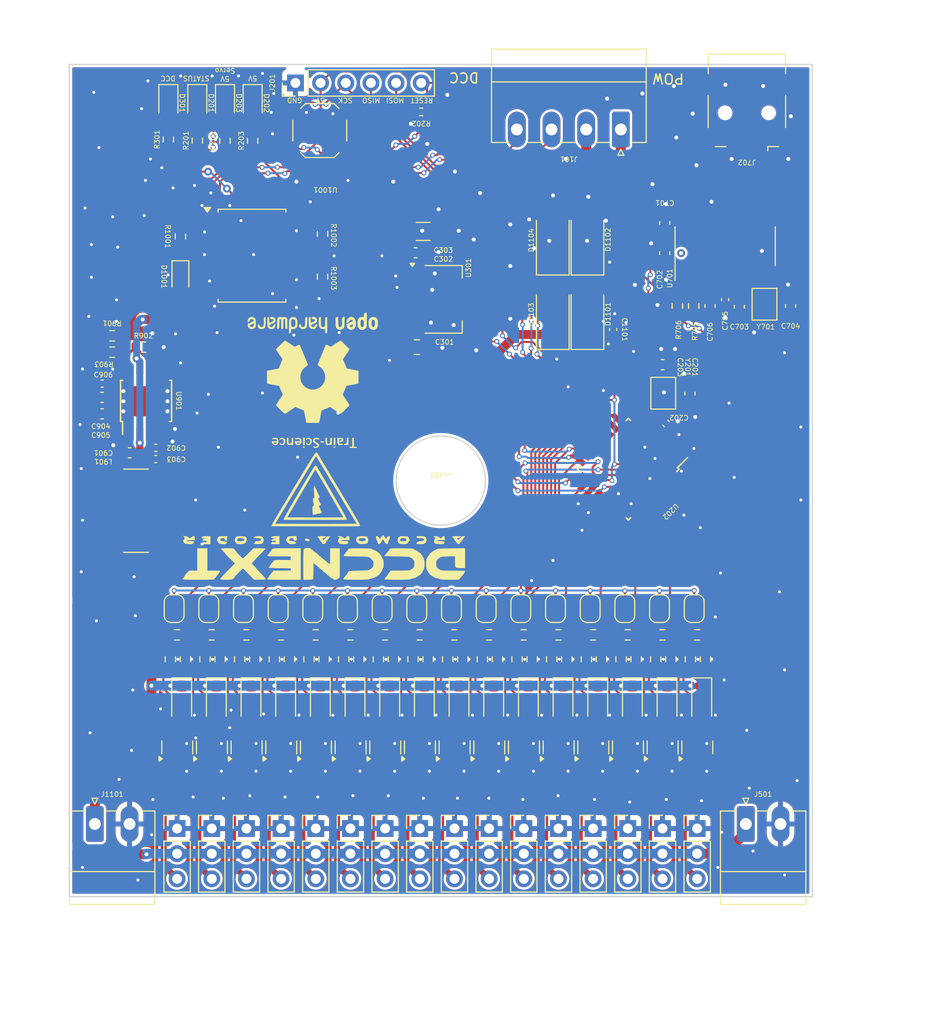
<source format=kicad_pcb>
(kicad_pcb (version 20240108) (generator "pcbnew") (generator_version "8.0")
  (layers (0 "F.Cu" signal) (31 "B.Cu" signal) (34 "B.Paste" user) (35 "F.Paste" user) (36 "B.SilkS" user "B.Silkscreen") (37 "F.SilkS" user "F.Silkscreen") (38 "B.Mask" user) (39 "F.Mask" user) (44 "Edge.Cuts" user))
  (net 0 "")
  (net 1 "GND")
  (net 2 "/atmega/X1")
  (net 3 "+5V")
  (net 4 "/atmega/X2")
  (net 5 "/USB/Reset")
  (net 6 "/atmega/LED")
  (net 7 "Net-(D201-A)")
  (net 8 "Net-(D1001-K)")
  (net 9 "Net-(U901-BS)")
  (net 10 "/D_bridge/AC_1")
  (net 11 "/D_bridge/AC_2")
  (net 12 "Net-(U901-SW)")
  (net 13 "+5VA")
  (net 14 "Net-(D202-A)")
  (net 15 "Net-(D203-A)")
  (net 16 "Net-(D301-A)")
  (net 17 "/DCC/B")
  (net 18 "/DCC/A")
  (net 19 "/atmega/P10")
  (net 20 "/atmega/P9")
  (net 21 "/atmega/P2")
  (net 22 "/atmega/P3")
  (net 23 "/atmega/P1")
  (net 24 "/atmega/P4")
  (net 25 "/atmega/P5")
  (net 26 "Net-(U1001-EN)")
  (net 27 "/DCC/DCC_TTL")
  (net 28 "/USB/Rx")
  (net 29 "/USB/Tx")
  (net 30 "/atmega/P6")
  (net 31 "/atmega/P7")
  (net 36 "Net-(U701-XI)")
  (net 37 "Net-(U701-XO)")
  (net 38 "Net-(U701-V3)")
  (net 39 "Net-(U701-~{DTR})")
  (net 40 "Net-(U701-TXD)")
  (net 41 "Net-(U701-RXD)")
  (net 48 "Net-(J702-D-)")
  (net 49 "Net-(J702-D+)")
  (net 51 "/atmega/P8")
  (net 52 "/atmega/P11")
  (net 53 "/atmega/P12")
  (net 54 "/atmega/P13")
  (net 55 "/atmega/P14")
  (net 56 "/atmega/P15")
  (net 57 "/atmega/P16")
  (net 58 "Net-(U901-FB)")
  (net 61 "VCC")
  (net 62 "Net-(D601-A)")
  (net 63 "Net-(D701-A)")
  (net 64 "Net-(D801-A)")
  (net 65 "Net-(D901-A)")
  (net 66 "Net-(D1002-A)")
  (net 67 "Net-(D1301-A)")
  (net 68 "Net-(D1401-A)")
  (net 69 "Net-(D1501-A)")
  (net 70 "Net-(D1601-A)")
  (net 71 "Net-(D1701-A)")
  (net 72 "Net-(D1801-A)")
  (net 73 "Net-(D1901-A)")
  (net 74 "Net-(D2001-A)")
  (net 75 "Net-(D2101-A)")
  (net 76 "Net-(D2201-A)")
  (net 77 "Net-(D2301-A)")
  (net 78 "Net-(JP601-A)")
  (net 79 "Net-(JP701-A)")
  (net 80 "Net-(JP801-A)")
  (net 81 "Net-(JP901-A)")
  (net 82 "Net-(JP1001-A)")
  (net 83 "Net-(JP1301-A)")
  (net 84 "Net-(JP1401-A)")
  (net 85 "Net-(JP1501-A)")
  (net 86 "Net-(JP1601-A)")
  (net 87 "Net-(JP1701-A)")
  (net 88 "Net-(JP1801-A)")
  (net 89 "Net-(JP1901-A)")
  (net 90 "Net-(JP2001-A)")
  (net 91 "Net-(JP2101-A)")
  (net 92 "Net-(JP2201-A)")
  (net 93 "Net-(JP2301-A)")
  (net 94 "Net-(Q601-G)")
  (net 95 "Net-(Q701-G)")
  (net 96 "Net-(Q801-G)")
  (net 97 "Net-(Q901-G)")
  (net 98 "Net-(Q1001-G)")
  (net 99 "Net-(Q1301-G)")
  (net 100 "Net-(Q1401-G)")
  (net 101 "Net-(Q1501-G)")
  (net 102 "Net-(Q1601-G)")
  (net 103 "Net-(Q1701-G)")
  (net 104 "Net-(Q1801-G)")
  (net 105 "Net-(Q1901-G)")
  (net 106 "Net-(Q2001-G)")
  (net 107 "Net-(Q2101-G)")
  (net 108 "Net-(Q2201-G)")
  (net 109 "Net-(Q2301-G)")
  (footprint "LED_SMD:LED_0805_2012Metric_Pad1.15x1.40mm_HandSolder" (layer "F.Cu") (at 186.212 44.9 -90)
    (property "Reference" "D203")
    (property "Value" "LED")
  )
  (footprint "Package_TO_SOT_SMD:SOT-23" (layer "F.Cu") (at 202.393 109.924 90)
    (property "Reference" "Q1401" (hide yes))
    (property "Value" "AO3400A")
  )
  (footprint "Package_TO_SOT_SMD:SOT-23" (layer "F.Cu") (at 188.393 109.924 90)
    (property "Reference" "Q701" (hide yes))
    (property "Value" "AO3400A")
  )
  (footprint "Capacitor_SMD:C_0603_1608Metric" (layer "F.Cu") (at 243.307 65.3815 90)
    (property "Reference" "C704")
    (property "Value" "22pF")
  )
  (footprint "Package_TO_SOT_SMD:SOT-23" (layer "F.Cu") (at 219.893 109.924 90)
    (property "Reference" "Q1901" (hide yes))
    (property "Value" "AO3400A")
  )
  (footprint "Package_SO:SOP-8_6.62x9.15mm_P2.54mm" (layer "F.Cu") (at 188.936 60.306)
    (property "Reference" "U1001")
    (property "Value" "6N137")
  )
  (footprint "Package_TO_SOT_SMD:SOT-23" (layer "F.Cu") (at 226.893 109.924 90)
    (property "Reference" "Q2101" (hide yes))
    (property "Value" "AO3400A")
  )
  (footprint "Jumper:SolderJumper-2_P1.3mm_Open_RoundedPad1.0x1.5mm" (layer "F.Cu") (at 188.076 95.924 90)
    (property "Reference" "JP701" (hide yes))
    (property "Value" "SolderJumper_2_Open")
  )
  (footprint "custom_kicad_lib_sk:R_0603_smalltext" (layer "F.Cu") (at 201.695 101.032 -90)
    (property "Reference" "R1401" (hide yes))
    (property "Value" "22R")
  )
  (footprint "custom_kicad_lib_sk:crystal_arduino" (layer "F.Cu") (at 230.234 74.134 90)
    (property "Reference" "Y201")
    (property "Value" "Crystal_GND2")
  )
  (footprint "Jumper:SolderJumper-2_P1.3mm_Open_RoundedPad1.0x1.5mm" (layer "F.Cu") (at 226.576 95.924 90)
    (property "Reference" "JP2101" (hide yes))
    (property "Value" "SolderJumper_2_Open")
  )
  (footprint "Package_TO_SOT_SMD:SOT-23" (layer "F.Cu") (at 198.893 109.924 90)
    (property "Reference" "Q1301" (hide yes))
    (property "Value" "AO3400A")
  )
  (footprint "custom_kicad_lib_sk:R_0603_smalltext" (layer "F.Cu") (at 215.695 101.032 -90)
    (property "Reference" "R1801" (hide yes))
    (property "Value" "22R")
  )
  (footprint "custom_kicad_lib_sk:R_0603_smalltext" (layer "F.Cu") (at 184.878 98.576)
    (property "Reference" "R603" (hide yes))
    (property "Value" "10k")
  )
  (footprint "custom_kicad_lib_sk:R_0603_smalltext" (layer "F.Cu") (at 194.695 101.032 -90)
    (property "Reference" "R1004" (hide yes))
    (property "Value" "22R")
  )
  (footprint "Package_TO_SOT_SMD:SOT-23" (layer "F.Cu") (at 216.393 109.924 90)
    (property "Reference" "Q1801" (hide yes))
    (property "Value" "AO3400A")
  )
  (footprint "Diode_SMD:D_SMA" (layer "F.Cu") (at 219.303 58.743 90)
    (property "Reference" "D1104")
    (property "Value" "SS53")
  )
  (footprint "Jumper:SolderJumper-2_P1.3mm_Open_RoundedPad1.0x1.5mm" (layer "F.Cu") (at 233.576 95.924 90)
    (property "Reference" "JP2301" (hide yes))
    (property "Value" "SolderJumper_2_Open")
  )
  (footprint "Diode_SMD:D_SOD-123F" (layer "F.Cu") (at 192.338 105.132 -90)
    (property "Reference" "D901" (hide yes))
    (property "Value" "SM4007")
  )
  (footprint "custom_kicad_lib_sk:R_0603_smalltext" (layer "F.Cu") (at 209.378 98.576)
    (property "Reference" "R1603" (hide yes))
    (property "Value" "10k")
  )
  (footprint "Resistor_SMD:R_0603_1608Metric" (layer "F.Cu") (at 231.877 65.3785 -90)
    (property "Reference" "R705")
    (property "Value" "1k")
  )
  (footprint "custom_kicad_lib_sk:R_0603_smalltext" (layer "F.Cu") (at 196.062 58.108 -90)
    (property "Reference" "R1002")
    (property "Value" "10k")
  )
  (footprint "custom_kicad_lib_sk:R_0603_smalltext" (layer "F.Cu") (at 187.695 101.032 -90)
    (property "Reference" "R701" (hide yes))
    (property "Value" "22R")
  )
  (footprint "Connector_Phoenix_MC:PhoenixContact_MC_1,5_2-G-3.5_1x02_P3.50mm_Horizontal" (layer "F.Cu") (at 238.79 117.6595)
    (property "Reference" "J501")
    (property "Value" "Screw_Terminal_01x02")
  )
  (footprint "Diode_SMD:D_SMA" (layer "F.Cu") (at 219.303 66.259 90)
    (property "Reference" "D1103")
    (property "Value" "SS53")
  )
  (footprint "custom_kicad_lib_sk:R_0603_smalltext" (layer "F.Cu") (at 229.695 101.032 -90)
    (property "Reference" "R2201" (hide yes))
    (property "Value" "22R")
  )
  (footprint "Package_SO:TI_SO-PowerPAD-8" (layer "F.Cu") (at 178.247908 74.962591 90)
    (property "Reference" "U901")
    (property "Value" "MT2499A")
  )
  (footprint "custom_kicad_lib_sk:R_0603_smalltext" (layer "F.Cu") (at 198.195 101.032 -90)
    (property "Reference" "R1301" (hide yes))
    (property "Value" "22R")
  )
  (footprint "Diode_SMD:D_SOD-123F" (layer "F.Cu") (at 195.838 105.132 -90)
    (property "Reference" "D1002" (hide yes))
    (property "Value" "SM4007")
  )
  (footprint "custom_kicad_lib_sk:R_0603_smalltext" (layer "F.Cu") (at 196.062 62.426 -90)
    (property "Reference" "R1003")
    (property "Value" "10k")
  )
  (footprint "Diode_SMD:D_SOD-123F" (layer "F.Cu") (at 213.338 105.132 -90)
    (property "Reference" "D1701" (hide yes))
    (property "Value" "SM4007")
  )
  (footprint "LED_SMD:LED_0805_2012Metric_Pad1.15x1.40mm_HandSolder" (layer "F.Cu") (at 183.418 44.9 -90)
    (property "Reference" "D201")
    (property "Value" "LED")
  )
  (footprint "Diode_SMD:D_SOD-123F" (layer "F.Cu") (at 230.838 105.132 -90)
    (property "Reference" "D2201" (hide yes))
    (property "Value" "SM4007")
  )
  (footprint "Jumper:SolderJumper-2_P1.3mm_Open_RoundedPad1.0x1.5mm" (layer "F.Cu") (at 198.576 95.924 90)
    (property "Reference" "JP1301" (hide yes))
    (property "Value" "SolderJumper_2_Open")
  )
  (footprint "custom_kicad_lib_sk:R_0603_smalltext" (layer "F.Cu") (at 223.378 98.576)
    (property "Reference" "R2003" (hide yes))
    (property "Value" "10k")
  )
  (footprint "Capacitor_SMD:C_0603_1608Metric" (layer "F.Cu") (at 230.607 56.9995 90)
    (property "Reference" "C701")
    (property "Value" "10uF")
  )
  (footprint "Jumper:SolderJumper-2_P1.3mm_Open_RoundedPad1.0x1.5mm" (layer "F.Cu") (at 219.576 95.924 90)
    (property "Reference" "JP1901" (hide yes))
    (property "Value" "SolderJumper_2_Open")
  )
  (footprint "custom_kicad_lib_sk:R_0603_smalltext" (layer "F.Cu") (at 212.195 101.032 -90)
    (property "Reference" "R1701" (hide yes))
    (property "Value" "22R")
  )
  (footprint "Connector_PinHeader_2.54mm:PinHeader_1x03_P2.54mm_Vertical" (layer "F.Cu") (at 226.878 118.116)
    (property "Reference" "J2101" (hide yes))
    (property "Value" "Conn_01x03_Pin")
  )
  (footprint "Resistor_SMD:R_0603_1608Metric" (layer "F.Cu") (at 174.818908 68.391091)
    (property "Reference" "R901")
    (property "Value" "220k")
  )
  (footprint "custom_kicad_lib_sk:R_0603_smalltext" (layer "F.Cu") (at 205.195 101.032 -90)
    (property "Reference" "R1501" (hide yes))
    (property "Value" "22R")
  )
  (footprint "Jumper:SolderJumper-2_P1.3mm_Open_RoundedPad1.0x1.5mm" (layer "F.Cu") (at 184.576 95.924 90)
    (property "Reference" "JP601" (hide yes))
    (property "Value" "SolderJumper_2_Open")
  )
  (footprint "custom_kicad_lib_sk:R_0603_smalltext" (layer "F.Cu") (at 219.195 101.032 -90)
    (property "Reference" "R1901" (hide yes))
    (property "Value" "22R")
  )
  (footprint "Capacitor_SMD:C_0402_1005Metric" (layer "F.Cu") (at 236.703 64.7465 90)
    (property "Reference" "C705")
    (property "Value" "100nF")
  )
  (footprint "custom_kicad_lib_sk:R_0603_smalltext" (layer "F.Cu") (at 202.378 98.576)
    (property "Reference" "R1403" (hide yes))
    (property "Value" "10k")
  )
  (footprint "custom_kicad_lib_sk:R_0603_smalltext" (layer "F.Cu") (at 224.219 101.032 90)
    (property "Reference" "R2002" (hide yes))
    (property "Value" "22k")
  )
  (footprint "Resistor_SMD:R_0603_1608Metric_Pad0.98x0.95mm_HandSolder" (layer "F.Cu") (at 180.497 48.583 90)
    (property "Reference" "R301")
    (property "Value" "6k2")
  )
  (footprint "Connector_PinHeader_2.54mm:PinHeader_1x03_P2.54mm_Vertical" (layer "F.Cu") (at 209.378 118.116)
    (property "Reference" "J1601" (hide yes))
    (property "Value" "Conn_01x03_Pin")
  )
  (footprint "Symbol:OSHW-Logo2_14.6x12mm_SilkScreen" (layer "F.Cu") (at 195.072 71.628 180)
    (property "Reference" "REF**" (hide yes))
    (property "Value" "OSHW-Logo2_14.6x12mm_SilkScreen" (hide yes))
  )
  (footprint "Capacitor_SMD:C_0805_2012Metric" (layer "F.Cu") (at 205.587 69.538)
    (property "Reference" "C301")
    (property "Value" "470nF")
  )
  (footprint "custom_kicad_lib_sk:R_0603_smalltext" (layer "F.Cu") (at 198.878 98.576)
    (property "Reference" "R1303" (hide yes))
    (property "Value" "10k")
  )
  (footprint "custom_kicad_lib_sk:R_0603_smalltext" (layer "F.Cu") (at 206.719 101.032 90)
    (property "Reference" "R1502" (hide yes))
    (property "Value" "22k")
  )
  (footprint "Connector_PinHeader_2.54mm:PinHeader_1x03_P2.54mm_Vertical" (layer "F.Cu") (at 205.878 118.116)
    (property "Reference" "J1501" (hide yes))
    (property "Value" "Conn_01x03_Pin")
  )
  (footprint "custom_kicad_lib_sk:R_0603_smalltext" (layer "F.Cu") (at 181.711 58.362 -90)
    (property "Reference" "R1001")
    (property "Value" "1k")
  )
  (footprint "Diode_SMD:D_SOD-123F" (layer "F.Cu") (at 181.838 105.132 -90)
    (property "Reference" "D801" (hide yes))
    (property "Value" "SM4007")
  )
  (footprint "Capacitor_SMD:C_0603_1608Metric" (layer "F.Cu") (at 230.393 71.306 180)
    (property "Reference" "C203")
    (property "Value" "12pF")
  )
  (footprint "Resistor_SMD:R_0603_1608Metric_Pad0.98x0.95mm_HandSolder" (layer "F.Cu") (at 183.418 48.6865 90)
    (property "Reference" "R201")
    (property "Value" "6k2")
  )
  (footprint "custom_kicad_lib_sk:crystal_arduino" (layer "F.Cu") (at 240.894 65.2545 -90)
    (property "Reference" "Y701")
    (property "Value" "Crystal")
  )
  (footprint "custom_kicad_lib_sk:R_0603_smalltext" (layer "F.Cu") (at 184.195 101.032 -90)
    (property "Reference" "R601" (hide yes))
    (property "Value" "22R")
  )
  (footprint "Diode_SMD:D_SMA" (layer "F.Cu") (at 222.803 66.259 90)
    (property "Reference" "D1101")
    (property "Value" "SS53")
  )
  (footprint "Jumper:SolderJumper-2_P1.3mm_Open_RoundedPad1.0x1.5mm" (layer "F.Cu") (at 230.076 95.924 90)
    (property "Reference" "JP2201" (hide yes))
    (property "Value" "SolderJumper_2_Open")
  )
  (footprint "Resistor_SMD:R_0603_1608Metric_Pad0.98x0.95mm_HandSolder" (layer "F.Cu") (at 189.006 48.71 90)
    (property "Reference" "R203")
    (property "Value" "6k2")
  )
  (footprint "Resistor_SMD:R_0603_1608Metric" (layer "F.Cu") (at 233.528 65.3785 90)
    (property "Reference" "R706")
    (property "Value" "1k")
  )
  (footprint "custom_kicad_lib_sk:Train-Science logo small" (layer "F.Cu") (at 195.326 83.058 180)
    (property "Reference" "G***" (hide yes))
    (property "Value" "LOGO" (hide yes))
  )
  (footprint "Package_TO_SOT_SMD:SOT-23" (layer "F.Cu") (at 212.893 109.924 90)
    (property "Reference" "Q1701" (hide yes))
    (property "Value" "AO3400A")
  )
  (footprint "Package_TO_SOT_SMD:SOT-23" (layer "F.Cu") (at 223.393 109.924 90)
    (property "Reference" "Q2001" (hide yes))
    (property "Value" "AO3400A")
  )
  (footprint "Connector_PinHeader_2.54mm:PinHeader_1x06_P2.54mm_Vertical" (layer "F.Cu") (at 193.324 42.868 90)
    (property "Reference" "J201")
    (property "Value" "ICSP")
  )
  (footprint "Diode_SMD:D_SOD-123F" (layer "F.Cu") (at 199.338 105.132 -90)
    (property "Reference" "D1301" (hide yes))
    (property "Value" "SM4007")
  )
  (footprint "Capacitor_SMD:C_0603_1608Metric" (layer "F.Cu") (at 235.179 65.3815 -90)
    (property "Reference" "C706")
    (property "Value" "100nF")
  )
  (footprint "custom_kicad_lib_sk:arcomora_kastje" (layer "F.Cu") (at 208 83)
    (property "Reference" "REF**")
    (property "Value" "arcomora_kastje")
    (fp_rect (start -37.5 42) (end 37.5 -42) (stroke (width 0.12)) (fill none) (layer "Edge.Cuts"))
    (fp_circle (center 0 0) (end 4.5 0) (stroke (width 0.12)) (fill none) (layer "Edge.Cuts"))
  )
  (footprint "Capacitor_SMD:C_0603_1608Metric" (layer "F.Cu") (at 238.134 65.4585 -90)
    (property "Reference" "C703")
    (property "Value" "22pF")
  )
  (footprint "custom_kicad_lib_sk:R_0603_smalltext" (layer "F.Cu") (at 188.378 98.576)
    (property "Reference" "R703" (hide yes))
    (property "Value" "10k")
  )
  (footprint "Connector_PinHeader_2.54mm:PinHeader_1x03_P2.54mm_Vertical" (layer "F.Cu") (at 188.378 118.116)
    (property "Reference" "J701" (hide yes))
    (property "Value" "Conn_01x03_Pin")
  )
  (footprint "Jumper:SolderJumper-2_P1.3mm_Open_RoundedPad1.0x1.5mm" (layer "F.Cu") (at 181.076 95.924 90)
    (property "Reference" "JP801" (hide yes))
    (property "Value" "SolderJumper_2_Open")
  )
  (footprint "Package_TO_SOT_SMD:SOT-23" (layer "F.Cu") (at 209.393 109.924 90)
    (property "Reference" "Q1601" (hide yes))
    (property "Value" "AO3400A")
  )
  (footprint "custom_kicad_lib_sk:R_0603_smalltext" (layer "F.Cu") (at 195.378 98.576)
    (property "Reference" "R1006" (hide yes))
    (property "Value" "10k")
  )
  (footprint "LED_SMD:LED_0805_2012Metric_Pad1.15x1.40mm_HandSolder" (layer "F.Cu") (at 180.497 44.9 -90)
    (property "Reference" "D301")
    (property "Value" "LED")
  )
  (footprint "Diode_SMD:D_SOD-123F" (layer "F.Cu") (at 234.338 105.132 -90)
    (property "Reference" "D2301" (hide yes))
    (property "Value" "SM4007")
  )
  (footprint "Diode_SMD:D_SMA" (layer "F.Cu") (at 222.803 58.743 90)
    (property "Reference" "D1102")
    (property "Value" "SS53")
  )
  (footprint "Diode_SMD:D_SOD-123F" (layer "F.Cu") (at 185.338 105.132 -90)
    (property "Reference" "D601" (hide yes))
    (property "Value" "SM4007")
  )
  (footprint "Jumper:SolderJumper-2_P1.3mm_Open_RoundedPad1.0x1.5mm" (layer "F.Cu") (at 212.576 95.924 90)
    (property "Reference" "JP1701" (hide yes))
    (property "Value" "SolderJumper_2_Open")
  )
  (footprint "custom_kicad_lib_sk:R_0603_smalltext" (layer "F.Cu") (at 226.195 101.032 -90)
    (property "Reference" "R2101" (hide yes))
    (property "Value" "22R")
  )
  (footprint "Capacitor_SMD:C_0603_1608Metric_Pad1.08x0.95mm_HandSolder" (layer "F.Cu") (at 205.46 60.013)
    (property "Reference" "C302")
    (property "Value" "100nF")
  )
  (footprint "Package_TO_SOT_SMD:SOT-23" (layer "F.Cu") (at 233.893 109.924 90)
    (property "Reference" "Q2301" (hide yes))
    (property "Value" "AO3400A")
  )
  (footprint "Capacitor_SMD:C_1206_3216Metric_Pad1.33x1.80mm_HandSolder" (layer "F.Cu") (at 206.222 57.854)
    (property "Reference" "C303")
    (property "Value" "100uF")
  )
  (footprint "custom_kicad_lib_sk:R_0603_smalltext" (layer "F.Cu") (at 233.878 98.576)
    (property "Reference" "R2303" (hide yes))
    (property "Value" "10k")
  )
  (footprint "custom_kicad_lib_sk:R_0603_smalltext" (layer "F.Cu") (at 191.195 101.032 -90)
    (property "Reference" "R904" (hide yes))
    (property "Value" "22R")
  )
  (footprint "Capacitor_SMD:C_0402_1005Metric" (layer "F.Cu") (at 173.804908 73.217091)
    (property "Reference" "C906")
    (property "Value" "100nF")
  )
  (footprint "Connector_PinHeader_2.54mm:PinHeader_1x03_P2.54mm_Vertical" (layer "F.Cu") (at 195.378 118.116)
    (property "Reference" "J1001" (hide yes))
    (property "Value" "Conn_01x03_Pin")
  )
  (footprint "Package_TO_SOT_SMD:SOT-23" (layer "F.Cu") (at 184.893 109.924 90)
    (property "Reference" "Q601" (hide yes))
    (property "Value" "AO3400A")
  )
  (footprint "custom_kicad_lib_sk:DCC_NEXT_LOGO" (layer "F.Cu") (at 196.215 90.551 180)
    (property "Reference" "G***" (hide yes))
    (property "Value" "LOGO" (hide yes))
  )
  (footprint "custom_kicad_lib_sk:R_0603_smalltext" (layer "F.Cu") (at 181.378 98.576)
    (property "Reference" "R803" (hide yes))
    (property "Value" "10k")
  )
  (footprint "custom_kicad_lib_sk:R_0603_smalltext" (layer "F.Cu") (at 196.219 101.032 90)
    (property "Reference" "R1005" (hide yes))
    (property "Value" "22k")
  )
  (footprint "Capacitor_SMD:C_0402_1005Metric" (layer "F.Cu") (at 179.235908 79.694091)
    (property "Reference" "C902")
    (property "Value" "100nF")
  )
  (footprint "Jumper:SolderJumper-2_P1.3mm_Open_RoundedPad1.0x1.5mm" (layer "F.Cu") (at 209.076 95.924 90)
    (property "Reference" "JP1601" (hide yes))
    (property "Value" "SolderJumper_2_Open")
  )
  (footprint "custom_kicad_lib_sk:R_0603_smalltext" (layer "F.Cu") (at 203.219 101.032 90)
    (property "Reference" "R1402" (hide yes))
    (property "Value" "22k")
  )
  (footprint "custom_kicad_lib_sk:R_0603_smalltext" (layer "F.Cu") (at 231.219 101.032 90)
    (property "Reference" "R2202" (hide yes))
    (property "Value" "22k")
  )
  (footprint "Connector_PinHeader_2.54mm:PinHeader_1x03_P2.54mm_Vertical" (layer "F.Cu") (at 212.878 118.116)
    (property "Reference" "J1701" (hide yes))
    (property "Value" "Conn_01x03_Pin")
  )
  (footprint "Diode_SMD:D_SOD-123F" (layer "F.Cu") (at 188.838 105.132 -90)
    (property "Reference" "D701" (hide yes))
    (property "Value" "SM4007")
  )
  (footprint "Connector_PinHeader_2.54mm:PinHeader_1x03_P2.54mm_Vertical" (layer "F.Cu") (at 184.878 118.116)
    (property "Reference" "J601" (hide yes))
    (property "Value" "Conn_01x03_Pin")
  )
  (footprint "Connector_PinHeader_2.54mm:PinHeader_1x03_P2.54mm_Vertical" (layer "F.Cu") (at 219.878 118.116)
    (property "Reference" "J1901" (hide yes))
    (property "Value" "Conn_01x03_Pin")
  )
  (footprint "custom_kicad_lib_sk:R_0603_smalltext" (layer "F.Cu") (at 219.878 98.576)
    (property "Reference" "R1903" (hide yes))
    (property "Value" "10k")
  )
  (footprint "Jumper:SolderJumper-2_P1.3mm_Open_RoundedPad1.0x1.5mm" (layer "F.Cu") (at 202.076 95.924 90)
    (property "Reference" "JP1401" (hide yes))
    (property "Value" "SolderJumper_2_Open")
  )
  (footprint "Package_SO:SOIC-16_3.9x9.9mm_P1.27mm" (layer "F.Cu") (at 236.703 59.3475 90)
    (property "Reference" "U701")
    (property "Value" "CH340G")
  )
  (footprint "Jumper:SolderJumper-2_P1.3mm_Open_RoundedPad1.0x1.5mm" (layer "F.Cu") (at 205.576 95.924 90)
    (property "Reference" "JP1501" (hide yes))
    (property "Value" "SolderJumper_2_Open")
  )
  (footprint "Jumper:SolderJumper-2_P1.3mm_Open_RoundedPad1.0x1.5mm" (layer "F.Cu") (at 195.076 95.924 90)
    (property "Reference" "JP1001" (hide yes))
    (property "Value" "SolderJumper_2_Open")
  )
  (footprint "custom_kicad_lib_sk:R_0603_smalltext" (layer "F.Cu") (at 233.195 101.032 -90)
    (property "Reference" "R2301" (hide yes))
    (property "Value" "22R")
  )
  (footprint "custom_kicad_lib_sk:R_0603_smalltext" (layer "F.Cu") (at 230.378 98.576)
    (property "Reference" "R2203" (hide yes))
    (property "Value" "10k")
  )
  (footprint "Package_TO_SOT_SMD:SOT-23" (layer "F.Cu") (at 181.393 109.924 90)
    (property "Reference" "Q801" (hide yes))
    (property "Value" "AO3400A")
  )
  (footprint "Package_TO_SOT_SMD:SOT-23" (layer "F.Cu") (at 191.893 109.924 90)
    (property "Reference" "Q901" (hide yes))
    (property "Value" "AO3400A")
  )
  (footprint "custom_kicad_lib_sk:R_0603_smalltext" (layer "F.Cu") (at 185.719 101.032 90)
    (property "Reference" "R602" (hide yes))
    (property "Value" "22k")
  )
  (footprint "Package_TO_SOT_SMD:SOT-23" (layer "F.Cu") (at 205.893 109.924 90)
    (property "Reference" "Q1501" (hide yes))
    (property "Value" "AO3400A")
  )
  (footprint "Connector_Phoenix_MC:PhoenixContact_MC_1,5_2-G-3.5_1x02_P3.50mm_Horizontal" (layer "F.Cu") (at 173.075 117.6595)
    (property "Reference" "J1101")
    (property "Value" "Screw_Terminal_01x02")
  )
  (footprint "Package_TO_SOT_SMD:SOT-23" (layer "F.Cu") (at 195.393 109.924 90)
    (property "Reference" "Q1001" (hide yes))
    (property "Value" "AO3400A")
  )
  (footprint "custom_kicad_lib_sk:R_0603_smalltext" (layer "F.Cu") (at 192.719 101.032 90)
    (property "Reference" "R905" (hide yes))
    (property "Value" "22k")
  )
  (footprint "custom_kicad_lib_sk:R_0603_smalltext" (layer "F.Cu") (at 212.878 98.576)
    (property "Reference" "R1703" (hide yes))
    (property "Value" "10k")
  )
  (footprint "Resistor_SMD:R_0603_1608Metric" (layer "F.Cu") (at 174.818908 70.042091 180)
    (property "Reference" "R903")
    (property "Value" "150k")
  )
  (footprint "Capacitor_SMD:C_0603_1608Metric" (layer "F.Cu") (at 173.802908 74.599091)
    (property "Reference" "C904")
    (property "Value" "22uF")
  )
  (footprint "Diode_SMD:D_SOD-123F" (layer "F.Cu") (at 206.338 105.132 -90)
    (property "Reference" "D1501" (hide yes))
    (property "Value" "SM4007")
  )
  (footprint "custom_kicad_lib_sk:R_0603_smalltext" (layer "F.Cu") (at 226.878 98.576)
    (property "Reference" "R2103" (hide yes))
    (property "Value" "10k")
  )
  (footprint "Connector_PinHeader_2.54mm:PinHeader_1x03_P2.54mm_Vertical" (layer "F.Cu") (at 223.378 118.116)
    (property "Reference" "J2001" (hide yes))
    (property "Value" "Conn_01x03_Pin")
  )
  (footprint "Diode_SMD:D_SOD-323" (layer "F.Cu") (at 181.711 62.426 -90)
    (property "Reference" "D1001")
    (property "Value" "1N4148WS")
  )
  (footprint "Capacitor_SMD:C_0603_1608Metric" (layer "F.Cu") (at 233.155 74.227 -90)
    (property "Reference" "C201")
    (property "Value" "12pF")
  )
  (footprint "Connector_PinHeader_2.54mm:PinHeader_1x03_P2.54mm_Vertical" (layer "F.Cu") (at 181.378 118.116)
    (property "Reference" "J801" (hide yes))
    (property "Value" "Conn_01x03_Pin")
  )
  (footprint "Inductor_SMD:L_Bourns-SRN8040_8x8.15mm" (layer "F.Cu") (at 177.231908 86.044091 180)
    (property "Reference" "L901")
    (property "Value" "L")
  )
  (footprint "Diode_SMD:D_SOD-123F" (layer "F.Cu") (at 216.838 105.132 -90)
    (property "Reference" "D1801" (hide yes))
    (property "Value" "SM4007")
  )
  (footprint "Package_TO_SOT_SMD:SOT-23" (layer "F.Cu") (at 230.393 109.924 90)
    (property "Reference" "Q2201" (hide yes))
    (property "Value" "AO3400A")
  )
  (footprint "custom_kicad_lib_sk:R_0603_smalltext" (layer "F.Cu") (at 213.719 101.032 90)
    (property "Reference" "R1702" (hide yes))
    (property "Value" "22k")
  )
  (footprint "Resistor_SMD:R_0402_1005Metric_Pad0.72x0.64mm_HandSolder" (layer "F.Cu") (at 206.024 45.789 180)
    (property "Reference" "R202")
    (property "Value" "10k")
  )
  (footprint "Capacitor_SMD:C_0603_1608Metric" (layer "F.Cu") (at 176.596908 80.202091 180)
    (property "Reference" "C901")
    (property "Value" "22uF")
  )
  (footprint "Connector_PinHeader_2.54mm:PinHeader_1x03_P2.54mm_Vertical" (layer "F.Cu") (at 230.378 118.116)
    (property "Reference" "J2201" (hide yes))
    (property "Value" "Conn_01x03_Pin")
  )
  (footprint "Package_QFP:TQFP-32_7x7mm_P0.8mm" (layer "F.Cu") (at 226.923 81.857 -135)
    (property "Reference" "U202")
    (property "Value" "ATmega328-A")
  )
  (footprint "Capacitor_SMD:C_0402_1005Metric" (layer "F.Cu") (at 179.235908 80.837091)
    (property "Reference" "C903")
    (property "Value" "22nF")
  )
  (footprint "custom_kicad_lib_sk:R_0603_smalltext" (layer "F.Cu") (at 191.878 98.576)
    (property "Reference" "R906" (hide yes))
    (property "Value" "10k")
  )
  (footprint "custom_kicad_lib_sk:R_0603_smalltext" (layer "F.Cu") (at 210.219 101.032 90)
    (property "Reference" "R1602" (hide yes))
    (property "Value" "22k")
  )
  (footprint "custom_kicad_lib_sk:R_0603_smalltext" (layer "F.Cu") (at 220.719 101.032 90)
    (property "Reference" "R1902" (hide yes))
    (property "Value" "22k")
  )
  (footprint "custom_kicad_lib_sk:R_0603_smalltext" (layer "F.Cu") (at 199.719 101.032 90)
    (property "Reference" "R1302" (hide yes))
    (property "Value" "22k")
  )
  (footprint "Diode_SMD:D_SOD-123F" (layer "F.Cu") (at 227.338 105.132 -90)
    (property "Reference" "D2101" (hide yes))
    (property "Value" "SM4007")
  )
  (footprint "custom_kicad_lib_sk:R_0603_smalltext" (layer "F.Cu") (at 217.219 101.032 90)
    (property "Reference" "R1802" (hide yes))
    (property "Value" "22k")
  )
  (footprint "custom_kicad_lib_sk:R_0603_smalltext" (layer "F.Cu") (at 222.695 101.032 -90)
    (property "Reference" "R2001" (hide yes))
    (property "Value" "22R")
  )
  (footprint "Connector_USB:USB_Mini-B_Lumberg_2486_01_Horizontal" (layer "F.Cu") (at 238.8955 45.8875 180)
    (property "Reference" "J702")
    (property "Value" "USB_B_Mini")
  )
  (footprint "custom_kicad_lib_sk:R_0603_smalltext" (layer "F.Cu") (at 234.719 101.032 90)
    (property "Reference" "R2302" (hide yes))
    (property "Value" "22k")
  )
  (footprint "custom_kicad_lib_sk:R_0603_smalltext" (layer "F.Cu") (at 216.378 98.576)
    (property "Reference" "R1803" (hide yes))
    (property "Value" "10k")
  )
  (footprint "custom_kicad_lib_sk:R_0603_smalltext" (layer "F.Cu") (at 205.878 98.576)
    (property "Reference" "R1503" (hide yes))
    (property "Value" "10k")
  )
  (footprint "custom_kicad_lib_sk:R_0603_smalltext" (layer "F.Cu") (at 227.719 101.032 90)
    (property "Reference" "R2102" (hide yes))
    (property "Value" "22k")
  )
  (footprint "Jumper:SolderJumper-2_P1.3mm_Open_RoundedPad1.0x1.5mm" (layer "F.Cu") (at 191.576 95.924 90)
    (property "Reference" "JP901" (hide yes))
    (property "Value" "SolderJumper_2_Open")
  )
  (footprint "Connector_PinHeader_2.54mm:PinHeader_1x03_P2.54mm_Vertical" (layer "F.Cu") (at 191.878 118.116)
    (property "Reference" "J901" (hide yes))
    (property "Value" "Conn_01x03_Pin")
  )
  (footprint "Diode_SMD:D_SOD-123F" (layer "F.Cu") (at 209.838 105.132 -90)
    (property "Reference" "D1601" (hide yes))
    (property "Value" "SM4007")
  )
  (footprint "Package_TO_SOT_SMD:SOT-223-3_TabPin2" (layer "F.Cu") (at 208.254 64.712)
    (property "Reference" "U301")
    (property "Value" "AMS1117-5.0")
  )
  (footprint "Diode_SMD:D_SOD-123F" (layer "F.Cu") (at 202.838 105.132 -90)
    (property "Reference" "D1401" (hide yes))
    (property "Value" "SM4007")
  )
  (footprint "custom_kicad_lib_sk:R_0603_smalltext" (layer "F.Cu") (at 180.695 101.032 -90)
    (property "Reference" "R801" (hide yes))
    (property "Value" "22R")
  )
  (footprint "Capacitor_SMD:C_0603_1608Metric" (layer "F.Cu") (at 230.607 60.0475 -90)
    (property "Reference" "C702")
    (property "Value" "100nF")
  )
  (footprint "Connector_PinHeader_2.54mm:PinHeader_1x03_P2.54mm_Vertical" (layer "F.Cu") (at 202.378 118.116)
    (property "Reference" "J1401" (hide yes))
    (property "Value" "Conn_01x03_Pin")
  )
  (footprint "custom_kicad_lib_sk:default_switch" (layer "F.Cu") (at 195.782 47.68 180)
    (property "Reference" "SW201" (hide yes))
    (property "Value" "default_switch")
  )
  (footprint "custom_kicad_lib_sk:R_0603_smalltext" (layer "F.Cu") (at 182.219 101.032 90)
    (property "Reference" "R802" (hide yes))
    (property "Value" "22k")
  )
  (footprint "Connector_PinHeader_2.54mm:PinHeader_1x03_P2.54mm_Vertical" (layer "F.Cu") (at 198.878 118.116)
    (property "Reference" "J1301" (hide yes))
    (property "Value" "Conn_01x03_Pin")
  )
  (footprint "Capacitor_SMD:C_0402_1005Metric" (layer "F.Cu") (at 225.399 67.76 -90)
    (property "Reference" "C1101")
    (property "Value" "100nF")
  )
  (footprint "Connector_PinHeader_2.54mm:PinHeader_1x03_P2.54mm_Vertical" (layer "F.Cu") (at 233.878 118.116)
    (property "Reference" "J2301" (hide yes))
    (property "Value" "Conn_01x03_Pin")
  )
  (footprint "Jumper:SolderJumper-2_P1.3mm_Open_RoundedPad1.0x1.5mm" (layer "F.Cu") (at 223.076 95.924 90)
    (property "Reference" "JP2001" (hide yes))
    (property "Value" "SolderJumper_2_Open")
  )
  (footprint "Connector_PinHeader_2.54mm:PinHeader_1x03_P2.54mm_Vertical" (layer "F.Cu") (at 216.378 118.116)
    (property "Reference" "J1801" (hide yes))
    (property "Value" "Conn_01x03_Pin")
  )
  (footprint "custom_kicad_lib_sk:R_0603_smalltext" (layer "F.Cu") (at 208.695 101.032 -90)
    (property "Reference" "R1601" (hide yes))
    (property "Value" "22R")
  )
  (footprint "Diode_SMD:D_SOD-123F" (layer "F.Cu") (at 223.838 105.132 -90)
    (property "Reference" "D2001" (hide yes))
    (property "Value" "SM4007")
  )
  (footprint "Capacitor_SMD:C_0603_1608Metric" (layer "F.Cu") (at 173.802908 76.265091)
    (property "Reference" "C905")
    (property "Value" "22uF")
  )
  (footprint "LED_SMD:LED_0805_2012Metric_Pad1.15x1.40mm_HandSolder" (layer "F.Cu") (at 189.006 44.9 -90)
    (property "Reference" "D202")
    (property "Value" "LED")
  )
  (footprint "Jumper:SolderJumper-2_P1.3mm_Open_RoundedPad1.0x1.5mm" (layer "F.Cu") (at 216.076 95.924 90)
    (property "Reference" "JP1801" (hide yes))
    (property "Value" "SolderJumper_2_Open")
  )
  (footprint "Diode_SMD:D_SOD-123F" (layer "F.Cu") (at 220.338 105.132 -90)
    (property "Reference" "D1901" (hide yes))
    (property "Value" "SM4007")
  )
  (footprint "Resistor_SMD:R_0603_1608Metric" (layer "F.Cu") (at 177.993908 69.534091)
    (property "Reference" "R902")
    (property "Value" "20k")
  )
  (footprint "Connector_Phoenix_MC:PhoenixContact_MC_1,5_4-G-3.5_1x04_P3.50mm_Horizontal" (layer "F.Cu") (at 226.176 47.567 180)
    (property "Reference" "J101")
    (property "Value" "FEMALE")
  )
  (footprint "custom_kicad_lib_sk:R_0603_smalltext" (layer "F.Cu") (at 189.219 101.032 90)
    (property "Reference" "R702" (hide yes))
    (property "Value" "22k")
  )
  (footprint "Capacitor_SMD:C_0402_1005Metric" (layer "F.Cu") (at 230.732411 77.233411 -45)
    (property "Reference" "C202")
    (property "Value" "100nF")
  )
  (footprint "Resistor_SMD:R_0603_1608Metric_Pad0.98x0.95mm_HandSolder" (layer "F.Cu") (at 186.212 48.71 90)
    (property "Reference" "R204")
    (property "Value" "6k2")
  )
  (gr_text "SCK" (at 199.136 44.323 180) (layer "F.SilkS") (effects (font (size 0.5 0.5) (thickness 0.075)) (justify left bottom)))
  (gr_text "5V" (at 196.342 44.323 180) (layer "F.SilkS") (effects (font (size 0.5 0.5) (thickness 0.075)) (justify left bottom)))
  (gr_text "DCC" (at 211.937 41.725 180) (layer "F.SilkS") (effects (font (size 1 1)) (justify left bottom)))
  (gr_text "MISO" (at 201.93 44.323 180) (layer "F.SilkS") (effects (font (size 0.5 0.5) (thickness 0.075)) (justify left bottom)))
  (gr_text "5V\nServo" (at 186.212 41.344 180) (layer "F.SilkS") (effects (font (size 0.5 0.5) (thickness 0.075)) (justify bottom)))
  (gr_text "DCC" (at 181.259 42.106 180) (layer "F.SilkS") (effects (font (size 0.5 0.5) (thickness 0.075)) (justify left bottom)))
  (gr_text "STATUS" (at 184.688 42.106 180) (layer "F.SilkS") (effects (font (size 0.5 0.5) (thickness 0.075)) (justify left bottom)))
  (gr_text "GND\n" (at 194.056 44.323 180) (layer "F.SilkS") (effects (font (size 0.5 0.5) (thickness 0.075)) (justify left bottom)))
  (gr_text "RESET" (at 207.264 44.323 180) (layer "F.SilkS") (effects (font (size 0.5 0.5) (thickness 0.075)) (justify left bottom)))
  (gr_text "5V" (at 189.514 42.106 180) (layer "F.SilkS") (effects (font (size 0.5 0.5) (thickness 0.075)) (justify left bottom)))
  (gr_text "POW\n" (at 232.638 41.852 180) (layer "F.SilkS") (effects (font (size 1 1)) (justify left bottom)))
  (gr_text "MOSI" (at 204.343 44.323 180) (layer "F.SilkS") (effects (font (size 0.5 0.5) (thickness 0.075)) (justify left bottom)))
  (via (at 232.258 60.0475) (size 0.8) (drill 0.4) (layers "F.Cu" "B.Cu") (net 0))
  (segment (start 198.957 101.034) (end 198.957 100.8815) (width 0.4) (layer "F.Cu") (net 1))
  (segment (start 235.354 101.034) (end 235.354 100.7545) (width 0.4) (layer "F.Cu") (net 1))
  (segment (start 224.346 112.337) (end 224.346 109.543) (width 0.4) (layer "F.Cu") (net 1))
  (segment (start 210.854 101.034) (end 210.854 100.7545) (width 0.4) (layer "F.Cu") (net 1))
  (segment (start 207.354 101.034) (end 207.354 100.7545) (width 0.4) (layer "F.Cu") (net 1))
  (segment (start 229.616 80.772) (end 229.705056 80.772) (width 0.2) (layer "F.Cu") (net 1))
  (segment (start 174.374908 78.755091) (end 174.374908 75.376091) (width 0.7) (layer "F.Cu") (net 1))
  (segment (start 224.200639 85.145047) (end 225.017686 84.328) (width 0.2) (layer "F.Cu") (net 1))
  (segment (start 214.354 100.7545) (end 213.719 100.1195) (width 0.4) (layer "F.Cu") (net 1))
  (segment (start 184.957 101.034) (end 184.957 100.8815) (width 0.4) (layer "F.Cu") (net 1))
  (segment (start 175.834908 80.215091) (end 175.821908 80.202091) (width 0.7) (layer "F.Cu") (net 1))
  (segment (start 220.846 112.337) (end 220.846 109.543) (width 0.4) (layer "F.Cu") (net 1))
  (segment (start 206.846 112.337) (end 206.846 109.543) (width 0.4) (layer "F.Cu") (net 1))
  (segment (start 242.805 64.1045) (end 243.307 64.6065) (width 0.25) (layer "F.Cu") (net 1))
  (segment (start 175.961908 74.995091) (end 174.973908 74.995091) (width 1) (layer "F.Cu") (net 1))
  (segment (start 180.406908 76.011091) (end 175.961908 76.011091) (width 1) (layer "F.Cu") (net 1))
  (segment (start 224.854 101.034) (end 224.854 100.7545) (width 0.4) (layer "F.Cu") (net 1))
  (segment (start 178.818908 69.534091) (end 178.818908 68.201091) (width 0.7) (layer "F.Cu") (net 1))
  (segment (start 219.957 100.8815) (end 220.719 100.1195) (width 0.4) (layer "F.Cu") (net 1))
  (segment (start 216.457 101.034) (end 216.457 100.8815) (width 0.4) (layer "F.Cu") (net 1))
  (segment (start 212.957 101.034) (end 212.957 100.8815) (width 0.4) (layer "F.Cu") (net 1))
  (segment (start 231.772 73.452) (end 231.404 73.084) (width 0.25) (layer "F.Cu") (net 1))
  (segment (start 174.374908 73.217091) (end 175.136908 73.979091) (width 1) (layer "F.Cu") (net 1))
  (segment (start 242.171 64.1045) (end 243.053 63.2225) (width 0.25) (layer "F.Cu") (net 1))
  (segment (start 209.457 100.8815) (end 210.219 100.1195) (width 0.4) (layer "F.Cu") (net 1))
  (segment (start 200.354 100.7545) (end 199.719 100.1195) (width 0.4) (layer "F.Cu") (net 1))
  (segment (start 175.136908 73.979091) (end 175.961908 73.979091) (width 1) (layer "F.Cu") (net 1))
  (segment (start 231.168 72.848) (end 231.404 73.084) (width 0.25) (layer "F.Cu") (net 1))
  (segment (start 202.457 101.034) (end 202.457 100.8815) (width 0.4) (layer "F.Cu") (net 1))
  (segment (start 226.957 101.034) (end 226.957 100.8815) (width 0.4) (layer "F.Cu") (net 1))
  (segment (start 185.846 112.337) (end 185.846 109.543) (width 0.4) (layer "F.Cu") (net 1))
  (segment (start 221.354 100.7545) (end 220.719 100.1195) (width 0.4) (layer "F.Cu") (net 1))
  (segment (start 225.017686 84.328) (end 225.933 84.328) (width 0.2) (layer "F.Cu") (net 1))
  (segment (start 174.973908 74.995091) (end 174.577908 74.599091) (width 1) (layer "F.Cu") (net 1))
  (segment (start 230.388 74.1) (end 230.52 74.1) (width 0.25) (layer "F.Cu") (net 1))
  (segment (start 229.504 74.984) (end 230.388 74.1) (width 0.25) (layer "F.Cu") (net 1))
  (segment (start 207.354 100.7545) (end 206.719 100.1195) (width 0.4) (layer "F.Cu") (net 1))
  (segment (start 180.152908 77.742591) (end 180.152908 76.265091) (width 1) (layer "F.Cu") (net 1))
  (segment (start 196.854 100.7545) (end 196.219 100.1195) (width 0.4) (layer "F.Cu") (net 1))
  (segment (start 174.577908 76.265091) (end 174.374908 76.062091) (width 1) (layer "F.Cu") (net 1))
  (segment (start 233.957 101.034) (end 233.957 100.8815) (width 0.4) (layer "F.Cu") (net 1))
  (segment (start 230.52 74.1) (end 230.52 73.968) (width 0.25) (layer "F.Cu") (net 1))
  (segment (start 213.846 112.337) (end 213.846 109.543) (width 0.4) (layer "F.Cu") (net 1))
  (segment (start 175.821908 80.202091) (end 174.374908 78.755091) (width 0.7) (layer "F.Cu") (net 1))
  (segment (start 203.346 112.337) (end 203.346 109.543) (width 0.4) (layer "F.Cu") (net 1))
  (segment (start 221.354 101.034) (end 221.354 100.7545) (width 0.4) (layer "F.Cu") (net 1))
  (segment (start 189.854 101.034) (end 189.854 100.7545) (width 0.4) (layer "F.Cu") (net 1))
  (segment (start 202.457 100.8815) (end 203.219 100.1195) (width 0.4) (layer "F.Cu") (net 1))
  (segment (start 239.724 66.3045) (end 237.781 66.3045) (width 0.25) (layer "F.Cu") (net 1))
  (segment (start 203.854 100.7545) (end 203.219 100.1195) (width 0.4) (layer "F.Cu") (net 1))
  (segment (start 230.457 101.034) (end 230.457 100.8815) (width 0.4) (layer "F.Cu") (net 1))
  (segment (start 241.624 64.1045) (end 242.171 64.1045) (width 0.25) (layer "F.Cu") (net 1))
  (segment (start 216.457 100.8815) (end 217.219 100.1195) (width 0.4) (layer "F.Cu") (net 1))
  (segment (start 181.457 100.8815) (end 182.219 100.1195) (width 0.4) (layer "F.Cu") (net 1))
  (segment (start 229.504 75.284) (end 229.504 74.984) (width 0.25) (layer "F.Cu") (net 1))
  (segment (start 237.781 66.3045) (end 236.703 65.2265) (width 0.25) (layer "F.Cu") (net 1))
  (segment (start 188.457 100.8815) (end 189.219 100.1195) (width 0.4) (layer "F.Cu") (net 1))
  (segment (start 226.957 100.8815) (end 227.719 100.1195) (width 0.4) (layer "F.Cu") (net 1))
  (segment (start 228.354 100.7545) (end 227.719 100.1195) (width 0.4) (layer "F.Cu") (net 1))
  (segment (start 182.854 101.034) (end 182.854 100.7545) (width 0.4) (layer "F.Cu") (net 1))
  (segment (start 180.152908 76.265091) (end 180.406908 76.011091) (width 1) (layer "F.Cu") (net 1))
  (segment (start 191.957 101.034) (end 191.957 100.8815) (width 0.4) (layer "F.Cu") (net 1))
  (segment (start 223.457 101.034) (end 223.457 100.8815) (width 0.4) (layer "F.Cu") (net 1))
  (segment (start 235.354 100.7545) (end 234.719 100.1195) (width 0.4) (layer "F.Cu") (net 1))
  (segment (start 227.846 112.337) (end 227.846 109.543) (width 0.4) (layer "F.Cu") (net 1))
  (segment (start 210.346 112.337) (end 210.346 109.543) (width 0.4) (layer "F.Cu") (net 1))
  (segment (start 196.854 101.034) (end 196.854 100.7545) (width 0.4) (layer "F.Cu") (net 1))
  (segment (start 230.641492 77.572822) (end 231.071822 77.572822) (width 0.2) (layer "F.Cu") (net 1))
  (segment (start 224.854 100.7545) (end 224.219 100.1195) (width 0.4) (layer "F.Cu") (net 1))
  (segment (start 180.025908 69.534091) (end 180.000908 69.509091) (width 1) (layer "F.Cu") (net 1))
  (segment (start 189.346 112.337) (end 189.346 109.543) (width 0.4) (layer "F.Cu") (net 1))
  (segment (start 192.846 112.337) (end 192.846 109.543) (width 0.4) (layer "F.Cu") (net 1))
  (segment (start 231.854 100.7545) (end 231.219 100.1195) (width 0.4) (layer "F.Cu") (net 1))
  (segment (start 195.457 101.034) (end 195.457 100.8815) (width 0.4) (layer "F.Cu") (net 1))
  (segment (start 182.854 100.7545) (end 182.219 100.1195) (width 0.4) (layer "F.Cu") (net 1))
  (segment (start 229.645361 78.568953) (end 230.641492 77.572822) (width 0.2) (layer "F.Cu") (net 1))
  (segment (start 186.354 101.034) (end 186.354 100.7545) (width 0.4) (layer "F.Cu") (net 1))
  (segment (start 198.957 100.8815) (end 199.719 100.1195) (width 0.4) (layer "F.Cu") (net 1))
  (segment (start 178.818908 68.201091) (end 178.882908 68.137091) (width 0.7) (layer "F.Cu") (net 1))
  (segment (start 233.957 100.8815) (end 234.719 100.1195) (width 0.4) (layer "F.Cu") (net 1))
  (segment (start 186.354 100.7545) (end 185.719 100.1195) (width 0.4) (layer "F.Cu") (net 1))
  (segment (start 181.457 101.034) (end 181.457 100.8815) (width 0.4) (layer "F.Cu") (net 1))
  (segment (start 175.961908 74.995091) (end 180.406908 74.995091) (width 1) (layer "F.Cu") (net 1))
  (segment (start 188.457 101.034) (end 188.457 100.8815) (width 0.4) (layer "F.Cu") (net 1))
  (segment (start 193.354 100.7545) (end 192.719 100.1195) (width 0.4) (layer "F.Cu") (net 1))
  (segment (start 180.000908 69.509091) (end 178.818908 69.509091) (width 1) (layer "F.Cu") (net 1))
  (segment (start 217.854 100.7545) (end 217.219 100.1195) (width 0.4) (layer "F.Cu") (net 1))
  (segment (start 174.374908 75.376091) (end 174.374908 73.217091) (width 1) (layer "F.Cu") (net 1))
  (segment (start 212.957 100.8815) (end 213.719 100.1195) (width 0.4) (layer "F.Cu") (net 1))
  (segment (start 210.854 100.7545) (end 210.219 100.1195) (width 0.4) (layer "F.Cu") (net 1))
  (segment (start 217.854 101.034) (end 217.854 100.7545) (width 0.4) (layer "F.Cu") (net 1))
  (segment (start 174.374908 76.062091) (end 174.374908 75.376091) (width 1) (layer "F.Cu") (net 1))
  (segment (start 184.957 100.8815) (end 185.719 100.1195) (width 0.4) (layer "F.Cu") (net 1))
  (segment (start 189.854 100.7545) (end 189.219 100.1195) (width 0.4) (layer "F.Cu") (net 1))
  (segment (start 180.406908 73.979091) (end 175.961908 73.979091) (width 1) (layer "F.Cu") (net 1))
  (segment (start 223.457 100.8815) (end 224.219 100.1195) (width 0.4) (layer "F.Cu") (net 1))
  (segment (start 241.624 64.1045) (end 242.805 64.1045) (width 0.25) (layer "F.Cu") (net 1))
  (segment (start 199.846 112.337) (end 199.846 109.543) (width 0.4) (layer "F.Cu") (net 1))
  (segment (start 229.705056 80.772) (end 230.776732 79.700324) (width 0.2) (layer "F.Cu") (net 1))
  (segment (start 217.346 112.337) (end 217.346 109.543) (width 0.4) (layer "F.Cu") (net 1))
  (segment (start 175.961908 76.011091) (end 174.831908 76.011091) (width 1) (layer "F.Cu") (net 1))
  (segment (start 233.155 73.452) (end 231.772 73.452) (width 0.25) (layer "F.Cu") (net 1))
  (segment (start 196.346 112.337) (end 196.346 109.543) (width 0.4) (layer "F.Cu") (net 1))
  (segment (start 205.957 100.8815) (end 206.719 100.1195) (width 0.4) (layer "F.Cu") (net 1))
  (segment (start 234.846 112.337) (end 234.846 109.543) (width 0.4) (layer "F.Cu") (net 1))
  (segment (start 209.457 101.034) (end 209.457 100.8815) (width 0.4) (layer "F.Cu") (net 1))
  (segment (start 228.354 101.034) (end 228.354 100.7545) (width 0.4) (layer "F.Cu") (net 1))
  (segment (start 219.957 101.034) (end 219.957 100.8815) (width 0.4) (layer "F.Cu") (net 1))
  (segment (start 195.457 100.8815) (end 196.219 100.1195) (width 0.4) (layer "F.Cu") (net 1))
  (segment (start 203.854 101.034) (end 203.854 100.7545) (width 0.4) (layer "F.Cu") (net 1))
  (segment (start 230.457 100.8815) (end 231.219 100.1195) (width 0.4) (layer "F.Cu") (net 1))
  (segment (start 214.354 101.034) (end 214.354 100.7545) (width 0.4) (layer "F.Cu") (net 1))
  (segment (start 231.854 101.034) (end 231.854 100.7545) (width 0.4) (layer "F.Cu") (net 1))
  (segment (start 230.52 73.968) (end 231.404 73.084) (width 0.25) (layer "F.Cu") (net 1))
  (segment (start 231.168 71.306) (end 231.168 72.848) (width 0.25) (layer "F.Cu") (net 1))
  (segment (start 193.354 101.034) (end 193.354 100.7545) (width 0.4) (layer "F.Cu") (net 1))
  (segment (start 182.346 112.337) (end 182.346 109.543) (width 0.4) (layer "F.Cu") (net 1))
  (segment (start 231.346 112.337) (end 231.346 109.543) (width 0.4) (layer "F.Cu") (net 1))
  (segment (start 191.957 100.8815) (end 192.719 100.1195) (width 0.4) (layer "F.Cu") (net 1))
  (segment (start 200.354 101.034) (end 200.354 100.7545) (width 0.4) (layer "F.Cu") (net 1))
  (segment (start 205.957 101.034) (end 205.957 100.8815) (width 0.4) (layer "F.Cu") (net 1))
  (segment (start 174.831908 76.011091) (end 174.577908 76.265091) (width 1) (layer "F.Cu") (net 1))
  (via (at 207.772 55.626) (size 0.8) (drill 0.4) (layers "F.Cu" "B.Cu") (net 1))
  (via (at 229.362 53.086) (size 0.8) (drill 0.4) (layers "F.Cu" "B.Cu") (net 1))
  (via (at 186.69 55.245) (size 0.5) (drill 0.3) (layers "F.Cu" "B.Cu") (net 1))
  (via (at 193.421 62.738) (size 0.5) (drill 0.3) (layers "F.Cu" "B.Cu") (net 1))
  (via (at 203.2 52.832) (size 0.8) (drill 0.4) (layers "F.Cu" "B.Cu") (net 1))
  (via (at 172.72 59.182) (size 0.5) (drill 0.3) (layers "F.Cu" "B.Cu") (net 1))
  (via (at 243.332 46.228) (size 0.8) (drill 0.4) (layers "F.Cu" "B.Cu") (net 1))
  (via (at 195.707 64.643) (size 0.5) (drill 0.3) (layers "F.Cu" "B.Cu") (net 1))
  (via (at 232.283 106.68) (size 0.5) (drill 0.3) (layers "F.Cu" "B.Cu") (net 1))
  (via (at 209.296 67.31) (size 0.8) (drill 0.4) (layers "F.Cu" "B.Cu") (net 1))
  (via (at 202.457 101.034) (size 0.5) (drill 0.3) (layers "F.Cu" "B.Cu") (net 1))
  (via (at 227.076 115.443) (size 0.5) (drill 0.3) (layers "F.Cu" "B.Cu") (net 1))
  (via (at 229.235 59.055) (size 0.8) (drill 0.4) (layers "F.Cu" "B.Cu") (net 1))
  (via (at 237.617 82.677) (size 0.5) (drill 0.3) (layers "F.Cu" "B.Cu") (net 1))
  (via (at 171.831 122.047) (size 0.5) (drill 0.3) (layers "F.Cu" "B.Cu") (net 1))
  (via (at 217.17 93.091) (size 0.5) (drill 0.3) (layers "F.Cu" "B.Cu") (net 1))
  (via (at 225.044 106.68) (size 0.5) (drill 0.3) (layers "F.Cu" "B.Cu") (net 1))
  (via (at 244.348 77.597) (size 0.5) (drill 0.3) (layers "F.Cu" "B.Cu") (net 1))
  (via (at 228.346 43.942) (size 0.8) (drill 0.4) (layers "F.Cu" "B.Cu") (net 1))
  (via (at 222.885 86.233) (size 0.5) (drill 0.3) (layers "F.Cu" "B.Cu") (net 1))
  (via (at 202.057 60.325) (size 0.5) (drill 0.3) (layers "F.Cu" "B.Cu") (net 1))
  (via (at 183.261 84.963) (size 0.5) (drill 0.3) (layers "F.Cu" "B.Cu") (net 1))
  (via (at 224.346 109.543) (size 0.5) (drill 0.3) (layers "F.Cu" "B.Cu") (net 1))
  (via (at 230.759 115.189) (size 0.5) (drill 0.3) (layers "F.Cu" "B.Cu") (net 1))
  (via (at 218.948 58.801) (size 0.8) (drill 0.4) (layers "F.Cu" "B.Cu") (net 1))
  (via (at 227.584 63.246) (size 0.8) (drill 0.4) (layers "F.Cu" "B.Cu") (net 1))
  (via (at 172.466 66.421) (size 0.5) (drill 0.3) (layers "F.Cu" "B.Cu") (net 1))
  (via (at 183.896 89.408) (size 0.5) (drill 0.3) (layers "F.Cu" "B.Cu") (net 1))
  (via (at 183.261 108.966) (size 0.5) (drill 0.3) (layers "F.Cu" "B.Cu") (net 1))
  (via (at 224.409 66.929) (size 0.5) (drill 0.3) (layers "F.Cu" "B.Cu") (net 1))
  (via (at 207.354 101.034) (size 0.5) (drill 0.3) (layers "F.Cu" "B.Cu") (net 1))
  (via (at 171.831 71.755) (size 0.5) (drill 0.3) (layers "F.Cu" "B.Cu") (net 1))
  (via (at 177.165 96.647) (size 0.5) (drill 0.3) (layers "F.Cu" "B.Cu") (net 1))
  (via (at 180.406908 73.979091) (size 0.8) (drill 0.4) (layers "F.Cu" "B.Cu") (net 1))
  (via (at 226.695 67.056) (size 0.5) (drill 0.3) (layers "F.Cu" "B.Cu") (net 1))
  (via (at 236.22 92.329) (size 0.5) (drill 0.3) (layers "F.Cu" "B.Cu") (net 1))
  (via (at 187.579 42.164) (size 0.5) (drill 0.3) (layers "F.Cu" "B.Cu") (net 1))
  (via (at 229.616 80.772) (size 0.5) (drill 0.3) (layers "F.Cu" "B.Cu") (net 1))
  (via (at 203.346 112.337) (size 0.5) (drill 0.3) (layers "F.Cu" "B.Cu") (net 1))
  (via (at 229.108 82.804) (size 0.5) (drill 0.3) (layers "F.Cu" "B.Cu") (net 1))
  (via (at 224.79 44.45) (size 0.8) (drill 0.4) (layers "F.Cu" "B.Cu") (net 1))
  (via (at 223.457 101.034) (size 0.5) (drill 0.3) (layers "F.Cu" "B.Cu") (net 1))
  (via (at 207.01 67.056) (size 0.8) (drill 0.4) (layers "F.Cu" "B.Cu") (net 1))
  (via (at 235.712 106.68) (size 0.5) (drill 0.3) (layers "F.Cu" "B.Cu") (net 1))
  (via (at 181.737 71.12) (size 0.5) (drill 0.3) (layers "F.Cu" "B.Cu") (net 1))
  (via (at 231.917 77.021) (size 0.8) (drill 0.4) (layers "F.Cu" "B.Cu") (net 1))
  (via (at 184.957 101.034) (size 0.5) (drill 0.3) (layers "F.Cu" "B.Cu") (net 1))
  (via (at 179.832 51.435) (size 0.5) (drill 0.3) (layers "F.Cu" "B.Cu") (net 1))
  (via (at 214.757 106.68) (size 0.5) (drill 0.3) (layers "F.Cu" "B.Cu") (net 1))
  (via (at 183.134 106.68) (size 0.5) (drill 0.3) (layers "F.Cu" "B.Cu") (net 1))
  (via (at 186.817 106.172) (size 0.5) (drill 0.3) (layers "F.Cu" "B.Cu") (net 1))
  (via (at 218.186 106.68) (size 0.5) (drill 0.3) (layers "F.Cu" "B.Cu") (net 1))
  (via (at 196.346 109.543) (size 0.5) (drill 0.3) (layers "F.Cu" "B.Cu") (net 1))
  (via (at 225.552 66.167) (size 0.5) (drill 0.3) (layers "F.Cu" "B.Cu") (net 1))
  (via (at 209.423 51.816) (size 0.8) (drill 0.4) (layers "F.Cu" "B.Cu") (net 1))
  (via (at 193.421 52.832) (size 0.8) (drill 0.4) (layers "F.Cu" "B.Cu") (net 1))
  (via (at 214.354 101.034) (size 0.5) (drill 0.3) (layers "F.Cu" "B.Cu") (net 1))
  (via (at 174.945908 79.440091) (size 0.8) (drill 0.4) (layers "F.Cu" "B.Cu") (net 1))
  (via (at 181.229 68.199) (size 0.5) (drill 0.3) (layers "F.Cu" "B.Cu") (net 1))
  (via (at 191.135 43.942) (size 0.5) (drill 0.3) (layers "F.Cu" "B.Cu") (net 1))
  (via (at 177.038 92.71) (size 0.5) (drill 0.3) (layers "F.Cu" "B.Cu") (net 1))
  (via (at 230.457 101.034) (size 0.5) (drill 0.3) (layers "F.Cu" "B.Cu") (net 1))
  (via (at 221.742 106.68) (size 0.5) (drill 0.3) (layers "F.Cu" "B.Cu") (net 1))
  (via (at 176.784 110.236) (size 0.5) (drill 0.3) (layers "F.Cu" "B.Cu") (net 1))
  (via (at 231.648 69.723) (size 0.8) (drill 0.4) (layers "F.Cu" "B.Cu") (net 1))
  (via (at 211.582 69.85) (size 0.8) (drill 0.4) (layers "F.Cu" "B.Cu") (net 1))
  (via (at 181.457 101.034) (size 0.5) (drill 0.3) (layers "F.Cu" "B.Cu") (net 1))
  (via (at 235.354 101.034) (size 0.5) (drill 0.3) (layers "F.Cu" "B.Cu") (net 1))
  (via (at 172.72 62.484) (size 0.5) (drill 0.3) (layers "F.Cu" "B.Cu") (net 1))
  (via (at 208.661 44.069) (size 0.8) (drill 0.4) (layers "F.Cu" "B.Cu") (net 1))
  (via (at 222.885 54.356) (size 0.8) (drill 0.4) (layers "F.Cu" "B.Cu") (net 1))
  (via (at 193.675 106.68) (size 0.5) (drill 0.3) (layers "F.Cu" "B.Cu") (net 1))
  (via (at 206.629 49.022) (size 0.8) (drill 0.4) (layers "F.Cu" "B.Cu") (net 1))
  (via (at 230.734 62.7145) (size 0.8) (drill 0.4) (layers "F.Cu" "B.Cu") (net 1))
  (via (at 193.421 65.532) (size 0.5) (drill 0.3) (layers "F.Cu" "B.Cu") (net 1))
  (via (at 236.728 43.053) (size 0.8) (drill 0.4) (layers "F.Cu" "B.Cu") (net 1))
  (via (at 189.854 101.034) (size 0.5) (drill 0.3) (layers "F.Cu" "B.Cu") (net 1))
  (via (at 239.141 114.046) (size 0.5) (drill 0.3) (layers "F.Cu" "B.Cu") (net 1))
  (via (at 210.346 109.543) (size 0.5) (drill 0.3) (layers "F.Cu" "B.Cu") (net 1))
  (via (at 220.853 73.533) (size 0.5) (drill 0.3) (layers "F.Cu" "B.Cu") (net 1))
  (via (at 235.966 122.047) (size 0.5) (drill 0.3) (layers "F.Cu" "B.Cu") (net 1))
  (via (at 202.819 70.866) (size 0.5) (drill 0.3) (layers "F.Cu" "B.Cu") (net 1))
  (via (at 208.153 69.596) (size 0.8) (drill 0.4) (layers "F.Cu" "B.Cu") (net 1))
  (via (at 178.054 56.261) (size 0.5) (drill 0.3) (layers "F.Cu" "B.Cu") (net 1))
  (via (at 213.846 112.337) (size 0.5) (drill 0.3) (layers "F.Cu" "B.Cu") (net 1))
  (via (at 182.346 112.337) (size 0.5) (drill 0.3) (layers "F.Cu" "B.Cu") (net 1))
  (via (at 216.457 101.034) (size 0.5) (drill 0.3) (layers "F.Cu" "B.Cu") (net 1))
  (via (at 227.846 112.337) (size 0.5) (drill 0.3) (layers "F.Cu" "B.Cu") (net 1))
  (via (at 197.739 68.072) (size 0.5) (drill 0.3) (layers "F.Cu" "B.Cu") (net 1))
  (via (at 175.514 113.157) (size 0.5) (drill 0.3) (layers "F.Cu" "B.Cu") (net 1))
  (via (at 199.136 114.808) (size 0.5) (drill 0.3) (layers "F.Cu" "B.Cu") (net 1))
  (via (at 205.957 101.034) (size 0.5) (drill 0.3) (layers "F.Cu" "B.Cu") (net 1))
  (via (at 217.346 109.543) (size 0.5) (drill 0.3) (layers "F.Cu" "B.Cu") (net 1))
  (via (at 178.816 118.745) (size 0.5) (drill 0.3) (layers "F.Cu" "B.Cu") (net 1))
  (via (at 236.703 66.5245) (size 0.8) (drill 0.4) (layers "F.Cu" "B.Cu") (net 1))
  (via (at 233.68 76.581) (size 0.8) (drill 0.4) (layers "F.Cu" "B.Cu") (net 1))
  (via (at 242.697 122.809) (size 0.5) (drill 0.3) (layers "F.Cu" "B.Cu") (net 1))
  (via (at 183.134 53.213) (size 0.5) (drill 0.3) (layers "F.Cu" "B.Cu") (net 1))
  (via (at 231.346 109.543) (size 0.5) (drill 0.3) (layers "F.Cu" "B.Cu") (net 1))
  (via (at 189.103 60.198) (size 0.5) (drill 0.3) (layers "F.Cu" "B.Cu") (net 1))
  (via (at 198.957 101.034) (size 0.5) (drill 0.3) (layers "F.Cu" "B.Cu") (net 1))
  (via (at 184.912 42.164) (size 0.5) (drill 0.3) (layers "F.Cu" "B.Cu") (net 1))
  (via (at 175.387 59.436) (size 0.5) (drill 0.3) (layers "F.Cu" "B.Cu") (net 1))
  (via (at 239.522 120.396) (size 0.5) (drill 0.3) (layers "F.Cu" "B.Cu") (net 1))
  (via (at 209.457 101.034) (size 0.5) (drill 0.3) (layers "F.Cu" "B.Cu") (net 1))
  (via (at 178.689 50.546) (size 0.5) (drill 0.3) (layers "F.Cu" "B.Cu") (net 1))
  (via (at 184.658 62.865) (size 0.5) (drill 0.3) (layers "F.Cu" "B.Cu") (net 1))
  (via (at 185.547 79.629) (size 0.5) (drill 0.3) (layers "F.Cu" "B.Cu") (net 1))
  (via (at 184.531 74.295) (size 0.5) (drill 0.3) (layers "F.Cu" "B.Cu") (net 1))
  (via (at 224.917 69.215) (size 0.5) (drill 0.3) (layers "F.Cu" "B.Cu") (net 1))
  (via (at 193.167 68.326) (size 0.5) (drill 0.3) (layers "F.Cu" "B.Cu") (net 1))
  (via (at 178.181 52.705) (size 0.5) (drill 0.3) (layers "F.Cu" "B.Cu") (net 1))
  (via (at 211.328 58.674) (size 0.8) (drill 0.4) (layers "F.Cu" "B.Cu") (net 1))
  (via (at 239.624 68.0485) (size 0.8) (drill 0.4) (layers "F.Cu" "B.Cu") (net 1))
  (via (at 219.71 70.739) (size 0.5) (drill 0.3) (layers "F.Cu" "B.Cu") (net 1))
  (via (at 172.593 108.458) (size 0.5) (drill 0.3) (layers "F.Cu" "B.Cu") (net 1))
  (via (at 216.916 56.642) (size 0.8) (drill 0.4) (layers "F.Cu" "B.Cu") (net 1))
  (via (at 219.329 54.229) (size 0.8) (drill 0.4) (layers "F.Cu" "B.Cu") (net 1))
  (via (at 232.537 86.487) (size 0.5) (drill 0.3) (layers "F.Cu" "B.Cu") (net 1))
  (via (at 207.137 63.754) (size 0.8) (drill 0.4) (layers "F.Cu" "B.Cu") (net 1))
  (via (at 184.15 57.912) (size 0.5) (drill 0.3) (layers "F.Cu" "B.Cu") (net 1))
  (via (at 236.601 103.124) (size 0.5) (drill 0.3) (layers "F.Cu" "B.Cu") (net 1))
  (via (at 185.166 65.405) (size 0.5) (drill 0.3) (layers "F.Cu" "B.Cu") (net 1))
  (via (at 230.734 55.0945) (size 0.8) (drill 0.4) (layers "F.Cu" "B.Cu") (net 1))
  (via (at 242.697 70.104) (size 0.5) (drill 0.3) (layers "F.Cu" "B.Cu") (net 1))
  (via (at 209.804 57.785) (size 0.8) (drill 0.4) (layers "F.Cu" "B.Cu") (net 1))
  (via (at 234.846 112.337) (size 0.5) (drill 0.3) (layers "F.Cu" "B.Cu") (net 1))
  (via (at 175.961908 73.979091) (size 0.8) (drill 0.4) (layers "F.Cu" "B.Cu") (net 1))
  (via (at 180.467 62.23) (size 0.5) (drill 0.3) (layers "F.Cu" "B.Cu") (net 1))
  (via (at 231.854 101.034) (size 0.5) (drill 0.3) (layers "F.Cu" "B.Cu") (net 1))
  (via (at 230.52 74.1) (size 0.8) (drill 0.4) (layers "F.Cu" "B.Cu") (net 1))
  (via (at 207.772 59.944) (size 0.8) (drill 0.4) (layers "F.Cu" "B.Cu") (net 1))
  (via (at 232.283 82.042) (size 0.5) (drill 0.3) (layers "F.Cu" "B.Cu") (net 1))
  (via (at 188.457 101.034) (size 0.5) (drill 0.3) (layers "F.Cu" "B.Cu") (net 1))
  (via (at 177.8 45.466) (size 0.5) (drill 0.3) (layers "F.Cu" "B.Cu") (net 1))
  (via (at 188.722 114.808) (size 0.5) (drill 0.3) (layers "F.Cu" "B.Cu") (net 1))
  (via (at 194.818 54.864) (size 0.5) (drill 0.3) (layers "F.Cu" "B.Cu") (net 1))
  (via (at 236.347 118.491) (size 0.5) (drill 0.3) (layers "F.Cu" "B.Cu") (net 1))
  (via (at 242.189 94.234) (size 0.5) (drill 0.3) (layers "F.Cu" "B.Cu") (net 1))
  (via (at 203.346 109.543) (size 0.5) (drill 0.3) (layers "F.Cu" "B.Cu") (net 1))
  (via (at 233.807 51.181) (size 0.8) (drill 0.4) (layers "F.Cu" "B.Cu") (net 1))
  (via (at 224.346 112.337) (size 0.5) (drill 0.3) (layers "F.Cu" "B.Cu") (net 1))
  (via (at 232.552 72.195) (size 0.8) (drill 0.4) (layers "F.Cu" "B.Cu") (net 1))
  (via (at 203.454 62.357) (size 0.5) (drill 0.3) (layers "F.Cu" "B.Cu") (net 1))
  (via (at 210.346 112.337) (size 0.5) (drill 0.3) (layers "F.Cu" "B.Cu") (net 1))
  (via (at 212.957 101.034) (size 0.5) (drill 0.3) (layers "F.Cu" "B.Cu") (net 1))
  (via (at 238.887 108.204) (size 0.5) (drill 0.3) (layers "F.Cu" "B.Cu") (net 1))
  (via (at 204.978 46.99) (size 0.8) (drill 0.4) (layers "F.Cu" "B.Cu") (net 1))
  (via (at 225.044 60.96) (size 0.5) (drill 0.3) (layers "F.Cu" "B.Cu") (net 1))
  (via (at 230.251 69.723) (size 0.8) (drill 0.4) (layers "F.Cu" "B.Cu") (net 1))
  (via (at 175.961908 76.011091) (size 0.8) (drill 0.4) (layers "F.Cu" "B.Cu") (net 1))
  (via (at 211.963 53.975) (size 0.8) (drill 0.4) (layers "F.Cu" "B.Cu") (net 1))
  (via (at 176.911 104.14) (size 0.5) (drill 0.3) (layers "F.Cu" "B.Cu") (net 1))
  (via (at 204.089 106.68) (size 0.5) (drill 0.3) (layers "F.Cu" "B.Cu") (net 1))
  (via (at 178.882908 68.137091) (size 0.8) (drill 0.4) (layers "F.Cu" "B.Cu") (net 1))
  (via (at 196.346 112.337) (size 0.5) (drill 0.3) (layers "F.Cu" "B.Cu") (net 1))
  (via (at 197.612 76.2) (size 0.5) (drill 0.3) (layers "F.Cu" "B.Cu") (net 1))
  (via (at 212.852 115.062) (size 0.5) (drill 0.3) (layers "F.Cu" "B.Cu") (net 1))
  (via (at 244.348 84.963) (size 0.5) (drill 0.3) (layers "F.Cu" "B.Cu") (net 1))
  (via (at 173.228 97.155) (size 0.5) (drill 0.3) (layers "F.Cu" "B.Cu") (net 1))
  (via (at 203.854 101.034) (size 0.5) (drill 0.3) (layers "F.Cu" "B.Cu") (net 1))
  (via (at 223.52 115.189) (size 0.5) (drill 0.3) (layers "F.Cu" "B.Cu") (net 1))
  (via (at 225.933 84.328) (size 0.5) (drill 0.3) (layers "F.Cu" "B.Cu") (net 1))
  (via (at 172.974 43.815) (size 0.5) (drill 0.3) (layers "F.Cu" "B.Cu") (net 1))
  (via (at 179.705 106.045) (size 0.5) (drill 0.3) (layers "F.Cu" "B.Cu") (net 1))
  (via (at 185.846 112.337) (size 0.5) (drill 0.3) (layers "F.Cu" "B.Cu") (net 1))
  (via (at 194.437 45.847) (size 0.5) (drill 0.3) (layers "F.Cu" "B.Cu") (net 1))
  (via (at 222.758 58.801) (size 0.8) (drill 0.4) (layers "F.Cu" "B.Cu") (net 1))
  (via (at 202.692 114.808) (size 0.5) (drill 0.3) (layers "F.Cu" "B.Cu") (net 1))
  (via (at 243.967 113.284) (size 0.5) (drill 0.3) (layers "F.Cu" "B.Cu") (net 1))
  (via (at 190.119 106.553) (size 0.5) (drill 0.3) (layers "F.Cu" "B.Cu") (net 1))
  (via (at 183.896 55.245) (size 0.5) (drill 0.3) (layers "F.Cu" "B.Cu") (net 1))
  (via (at 219.329 91.059) (size 0.5) (drill 0.3) (layers "F.Cu" "B.Cu") (net 1))
  (via (at 193.548 80.645) (size 0.5) (drill 0.3) (layers "F.Cu" "B.Cu") (net 1))
  (via (at 192.846 109.543) (size 0.5) (drill 0.3) (layers "F.Cu" "B.Cu") (net 1))
  (via (at 197.104 45.974) (size 0.5) (drill 0.3) (layers "F.Cu" "B.Cu") (net 1))
  (via (at 227.203 85.344) (size 0.5) (drill 0.3) (layers "F.Cu" "B.Cu") (net 1))
  (via (at 199.846 109.543) (size 0.5) (drill 0.3) (layers "F.Cu" "B.Cu") (net 1))
  (via (at 197.104 106.68) (size 0.5) (drill 0.3) (layers "F.Cu" "B.Cu") (net 1))
  (via (at 171.704 81.788) (size 0.5) (drill 0.3) (layers "F.Cu" "B.Cu") (net 1))
  (via (at 228.354 101.034) (size 0.5) (drill 0.3) (layers "F.Cu" "B.Cu") (net 1))
  (via (at 186.354 101.034) (size 0.5) (drill 0.3) (layers "F.Cu" "B.Cu") (net 1))
  (via (at 171.831 86.995) (size 0.5) (drill 0.3) (layers "F.Cu" "B.Cu") (net 1))
  (via (at 190.881 45.847) (size 0.5) (drill 0.3) (layers "F.Cu" "B.Cu") (net 1))
  (via (at 228.727 106.68) (size 0.5) (drill 0.3) (layers "F.Cu" "B.Cu") (net 1))
  (via (at 231.346 112.337) (size 0.5) (drill 0.3) (layers "F.Cu" "B.Cu") (net 1))
  (via (at 231.521 43.18) (size 0.8) (drill 0.4) (layers "F.Cu" "B.Cu") (net 1))
  (via (at 198.628 52.705) (size 0.5) (drill 0.3) (layers "F.Cu" "B.Cu") (net 1))
  (via (at 234.315 115.316) (size 0.5) (drill 0.3) (layers "F.Cu" "B.Cu") (net 1))
  (via (at 180.406908 76.011091) (size 0.8) (drill 0.4) (layers "F.Cu" "B.Cu") (net 1))
  (via (at 187.833 56.769) (size 0.5) (drill 0.3) (layers "F.Cu" "B.Cu") (net 1))
  (via (at 186.69 107.95) (size 0.5) (drill 0.3) (layers "F.Cu" "B.Cu") (net 1))
  (via (at 180.975 53.467) (size 0.5) (drill 0.3) (layers "F.Cu" "B.Cu") (net 1))
  (via (at 174.879 71.755) (size 0.5) (drill 0.3) (layers "F.Cu" "B.Cu") (net 1))
  (via (at 216.281 115.189) (size 0.5) (drill 0.3) (layers "F.Cu" "B.Cu") (net 1))
  (via (at 178.435 42.672) (size 0.5) (drill 0.3) (layers "F.Cu" "B.Cu") (net 1))
  (via (at 228.6 79.629) (size 0.5) (drill 0.3) (layers "F.Cu" "B.Cu") (net 1))
  (via (at 243.078 50.546) (size 0.8) (drill 0.4) (layers "F.Cu" "B.Cu") (net 1))
  (via (at 215.011 57.15) (size 0.8) (drill 0.4) (layers "F.Cu" "B.Cu") (net 1))
  (via (at 180.025908 69.534091) (size 0.8) (drill 0.4) (layers "F.Cu" "B.Cu") (net 1))
  (via (at 207.391 62.103) (size 0.8) (drill 0.4) (layers "F.Cu" "B.Cu") (net 1))
  (via (at 220.846 112.337) (size 0.5) (drill 0.3) (layers "F.Cu" "B.Cu") (net 1))
  (via (at 185.846 109.543) (size 0.5) (drill 0.3) (layers "F.Cu" "B.Cu") (net 1))
  (via (at 206.121 57.785) (size 0.8) (drill 0.4) (layers "F.Cu" "B.Cu") (net 1))
  (via (at 189.346 109.543) (size 0.5) (drill 0.3) (layers "F.Cu" "B.Cu") (net 1))
  (via (at 232.029 78.359) (size 0.5) (drill 0.3) (layers "F.Cu" "B.Cu") (net 1))
  (via (at 229.87 65.278) (size 0.8) (drill 0.4) (layers "F.Cu" "B.Cu") (net 1))
  (via (at 243.053 63.2225) (size 0.8) (drill 0.4) (layers "F.Cu" "B.Cu") (net 1))
  (via (at 189.346 112.337) (size 0.5) (drill 0.3) (layers "F.Cu" "B.Cu") (net 1))
  (via (at 195.58 114.935) (size 0.5) (drill 0.3) (layers "F.Cu" "B.Cu") (net 1))
  (via (at 189.992 41.91) (size 0.5) (drill 0.3) (layers "F.Cu" "B.Cu") (net 1))
  (via (at 221.354 101.034) (size 0.5) (drill 0.3) (layers "F.Cu" "B.Cu") (net 1))
  (via (at 175.26 66.929) (size 0.5) (drill 0.3) (layers "F.Cu" "B.Cu") (net 1))
  (via (at 217.346 112.337) (size 0.5) (drill 0.3) (layers "F.Cu" "B.Cu") (net 1))
  (via (at 217.854 101.034) (size 0.5) (drill 0.3) (layers "F.Cu" "B.Cu") (net 1))
  (via (at 183.388 76.2) (size 0.5) (drill 0.3) (layers "F.Cu" "B.Cu") (net 1))
  (via (at 184.15 60.198) (size 0.5) (drill 0.3) (layers "F.Cu" "B.Cu") (net 1))
  (via (at 173.482 49.403) (size 0.5) (drill 0.3) (layers "F.Cu" "B.Cu") (net 1))
  (via (at 184.785 53.975) (size 0.5) (drill 0.3) (layers "F.Cu" "B.Cu") (net 1))
  (via (at 177.419 123.317) (size 0.5) (drill 0.3) (layers "F.Cu" "B.Cu") (net 1))
  (via (at 220.599 50.546) (size 0.8) (drill 0.4) (layers "F.Cu" "B.Cu") (net 1))
  (via (at 185.42 68.072) (size 0.5) (drill 0.3) (layers "F.Cu" "B.Cu") (net 1))
  (via (at 180.406908 74.995091) (size 0.8) (drill 0.4) (layers "F.Cu" "B.Cu") (net 1))
  (via (at 186.055 115.062) (size 0.5) (drill 0.3) (layers "F.Cu" "B.Cu") (net 1))
  (via (at 222.25 88.011) (size 0.5) (drill 0.3) (layers "F.Cu" "B.Cu") (net 1))
  (via (at 217.424 59.563) (size 0.8) (drill 0.4) (layers "F.Cu" "B.Cu") (net 1))
  (via (at 197.231 60.325) (size 0.5) (drill 0.3) (layers "F.Cu" "B.Cu") (net 1))
  (via (at 207.518 106.68) (size 0.5) (drill 0.3) (layers "F.Cu" "B.Cu") (net 1))
  (via (at 213.846 109.543) (size 0.5) (drill 0.3) (layers "F.Cu" "B.Cu") (net 1))
  (via (at 233.426 45.974) (size 0.8) (drill 0.4) (layers "F.Cu" "B.Cu") (net 1))
  (via (at 180.914908 79.059091) (size 0.8) (drill 0.4) (layers "F.Cu" "B.Cu") (net 1))
  (via (at 219.837 114.808) (size 0.5) (drill 0.3) (layers "F.Cu" "B.Cu") (net 1))
  (via (at 183.007 114.935) (size 0.5) (drill 0.3) (layers "F.Cu" "B.Cu") (net 1))
  (via (at 200.66 106.68) (size 0.5) (drill 0.3) (layers "F.Cu" "B.Cu") (net 1))
  (via (at 206.248 115.062) (size 0.5) (drill 0.3) (layers "F.Cu" "B.Cu") (net 1))
  (via (at 220.846 109.543) (size 0.5) (drill 0.3) (layers "F.Cu" "B.Cu") (net 1))
  (via (at 182.346 109.543) (size 0.5) (drill 0.3) (layers "F.Cu" "B.Cu") (net 1))
  (via (at 234.846 109.543) (size 0.5) (drill 0.3) (layers "F.Cu" "B.Cu") (net 1))
  (via (at 191.008 48.006) (size 0.5) (drill 0.3) (layers "F.Cu" "B.Cu") (net 1))
  (via (at 226.957 101.034) (size 0.5) (drill 0.3) (layers "F.Cu" "B.Cu") (net 1))
  (via (at 203.581 63.5) (size 0.5) (drill 0.3) (layers "F.Cu" "B.Cu") (net 1))
  (via (at 237.363 50.546) (size 0.8) (drill 0.4) (layers "F.Cu" "B.Cu") (net 1))
  (via (at 224.409 73.914) (size 0.5) (drill 0.3) (layers "F.Cu" "B.Cu") (net 1))
  (via (at 189.992 74.168) (size 0.5) (drill 0.3) (layers "F.Cu" "B.Cu") (net 1))
  (via (at 206.846 109.543) (size 0.5) (drill 0.3) (layers "F.Cu" "B.Cu") (net 1))
  (via (at 191.957 101.034) (size 0.5) (drill 0.3) (layers "F.Cu" "B.Cu") (net 1))
  (via (at 193.421 57.785) (size 0.5) (drill 0.3) (layers "F.Cu" "B.Cu") (net 1))
  (via (at 215.011 66.675) (size 0.8) (drill 0.4) (layers "F.Cu" "B.Cu") (net 1))
  (via (at 242.697 102.108) (size 0.5) (drill 0.3) (layers "F.Cu" "B.Cu") (net 1))
  (via (at 209.677 115.062) (size 0.5) (drill 0.3) (layers "F.Cu" "B.Cu") (net 1))
  (via (at 211.201 106.68) (size 0.5) (drill 0.3) (layers "F.Cu" "B.Cu") (net 1))
  (via (at 175.26 64.77) (size 0.5) (drill 0.3) (layers "F.Cu" "B.Cu") (net 1))
  (via (at 172.085 55.499) (size 0.5) (drill 0.3) (layers "F.Cu" "B.Cu") (net 1))
  (via (at 235.712 96.774) (size 0.5) (drill 0.3) (layers "F.Cu" "B.Cu") (net 1))
  (via (at 224.854 101.034) (size 0.5) (drill 0.3) (layers "F.Cu" "B.Cu") (net 1))
  (via (at 182.854 101.034) (size 0.5) (drill 0.3) (layers "F.Cu" "B.Cu") (net 1))
  (via (at 233.553 79.756) (size 0.5) (drill 0.3) (layers "F.Cu" "B.Cu") (net 1))
  (via (at 206.846 112.337) (size 0.5) (drill 0.3) (layers "F.Cu" "B.Cu") (net 1))
  (via (at 221.869 85.344) (size 0.5) (drill 0.3) (layers "F.Cu" "B.Cu") (net 1))
  (via (at 188.214 85.979) (size 0.5) (drill 0.3) (layers "F.Cu" "B.Cu") (net 1))
  (via (at 181.737 42.164) (size 0.5) (drill 0.3) (layers "F.Cu" "B.Cu") (net 1))
  (via (at 227.457 69.977) (size 0.5) (drill 0.3) (layers "F.Cu" "B.Cu") (net 1))
  (via (at 171.577 77.343) (size 0.5) (drill 0.3) (layers "F.Cu" "B.Cu") (net 1))
  (via (at 195.457 101.034) (size 0.5) (drill 0.3) (layers "F.Cu" "B.Cu") (net 1))
  (via (at 215.011 61.341) (size 0.8) (drill 0.4) (layers "F.Cu" "B.Cu") (net 1))
  (via (at 227.846 109.543) (size 0.5) (drill 0.3) (layers "F.Cu" "B.Cu") (net 1))
  (via (at 240.538 43.18) (size 0.8) (drill 0.4) (layers "F.Cu" "B.Cu") (net 1))
  (via (at 174.879 56.388) (size 0.5) (drill 0.3) (layers "F.Cu" "B.Cu") (net 1))
  (via (at 192.278 114.935) (size 0.5) (drill 0.3) (layers "F.Cu" "B.Cu") (net 1))
  (via (at 235.331 54.864) (size 0.8) (drill 0.4) (layers "F.Cu" "B.Cu") (net 1))
  (via (at 234.188 87.757) (size 0.5) (drill 0.3) (layers "F.Cu" "B.Cu") (net 1))
  (via (at 237.109 75.184) (size 0.5) (drill 0.3) (layers "F.Cu" "B.Cu") (net 1))
  (via (at 210.854 101.034) (size 0.5) (drill 0.3) (layers "F.Cu" "B.Cu") (net 1))
  (via (at 199.846 112.337) (size 0.5) (drill 0.3) (layers "F.Cu" "B.Cu") (net 1))
  (via (at 240.411 59.817) (size 0.8) (drill 0.4) (layers "F.Cu" "B.Cu") (net 1))
  (via (at 224.663 56.769) (size 0.8) (drill 0.4) (layers "F.Cu" "B.Cu") (net 1))
  (via (at 171.704 92.202) (size 0.5) (drill 0.3) (layers "F.Cu" "B.Cu") (net 1))
  (via (at 181.168908 77.789091) (size 0.8) (drill 0.4) (layers "F.Cu" "B.Cu") (net 1))
  (via (at 233.957 101.034) (size 0.5) (drill 0.3) (layers "F.Cu" "B.Cu") (net 1))
  (via (at 219.957 101.034) (size 0.5) (drill 0.3) (layers "F.Cu" "B.Cu") (net 1))
  (via (at 192.846 112.337) (size 0.5) (drill 0.3) (layers "F.Cu" "B.Cu") (net 1))
  (via (at 200.354 101.034) (size 0.5) (drill 0.3) (layers "F.Cu" "B.Cu") (net 1))
  (via (at 196.854 101.034) (size 0.5) (drill 0.3) (layers "F.Cu" "B.Cu") (net 1))
  (via (at 231.775 48.387) (size 0.8) (drill 0.4) (layers "F.Cu" "B.Cu") (net 1))
  (via (at 193.354 101.034) (size 0.5) (drill 0.3) (layers "F.Cu" "B.Cu") (net 1))
  (via (at 178.943 115.189) (size 0.5) (drill 0.3) (layers "F.Cu" "B.Cu") (net 1))
  (via (at 191.008 64.135) (size 0.5) (drill 0.3) (layers "F.Cu" "B.Cu") (net 1))
  (via (at 175.961908 74.995091) (size 0.8) (drill 0.4) (layers "F.Cu" "B.Cu") (net 1))
  (segment (start 233.155 75.002) (end 231.686 75.002) (width 0.25) (layer "F.Cu") (net 2))
  (segment (start 229.708797 76.722603) (end 231.1474 75.284) (width 0.25) (layer "F.Cu") (net 2))
  (segment (start 231.1474 75.284) (end 231.404 75.284) (width 0.25) (layer "F.Cu") (net 2))
  (segment (start 231.686 75.002) (end 231.404 75.284) (width 0.25) (layer "F.Cu") (net 2))
  (segment (start 229.22897 76.722603) (end 229.708797 76.722603) (width 0.25) (layer "F.Cu") (net 2))
  (segment (start 228.51399 77.437583) (end 229.22897 76.722603) (width 0.25) (layer "F.Cu") (net 2))
  (segment (start 226.578 95.296) (end 226.578 94.12) (width 0.2) (layer "F.Cu") (net 3))
  (segment (start 196.062 61.5135) (end 202.489 61.5135) (width 0.2) (layer "F.Cu") (net 3))
  (segment (start 193.461 56.496) (end 195.3625 56.496) (width 0.2) (layer "F.Cu") (net 3))
  (segment (start 233.578 94.096) (end 233.576 94.098) (width 0.2) (layer "F.Cu") (net 3))
  (segment (start 228.32 80.46) (end 228.1295 80.2695) (width 0.2) (layer "F.Cu") (net 3))
  (segment (start 227.685 80.333) (end 227.7485 80.2695) (width 0.2) (layer "F.Cu") (net 3))
  (segment (start 220.446 74.872) (end 225.526 74.872) (width 0.2) (layer "F.Cu") (net 3))
  (segment (start 230.211047 79.134639) (end 230.211047 79.203953) (width 0.2) (layer "F.Cu") (net 3))
  (segment (start 195.864 42.868) (end 197.014 41.718) (width 0.2) (layer "F.Cu") (net 3))
  (segment (start 236.067 47.948) (end 236.067 51.631) (width 0.2) (layer "F.Cu") (net 3))
  (segment (start 229.079676 78.003268) (end 229.283732 78.003268) (width 0.25) (layer "F.Cu") (net 3))
  (segment (start 219.576 95.274) (end 219.576 94.43) (width 0.2) (layer "F.Cu") (net 3))
  (segment (start 226.578 94.12) (end 226.58 94.118) (width 0.2) (layer "F.Cu") (net 3))
  (segment (start 216.151794 69.009) (end 217.25 69.009) (width 0.2) (layer "F.Cu") (net 3))
  (segment (start 198.578 95.296) (end 198.578 94.12) (width 0.2) (layer "F.Cu") (net 3))
  (segment (start 205.104 64.712) (end 203.936 64.712) (width 0.2) (layer "F.Cu") (net 3))
  (segment (start 237.21 46.805) (end 236.067 47.948) (width 0.2) (layer "F.Cu") (net 3))
  (segment (start 195.076 95.274) (end 195.076 94.43) (width 0.2) (layer "F.Cu") (net 3))
  (segment (start 226.576 95.274) (end 226.576 94.43) (width 0.2) (layer "F.Cu") (net 3))
  (segment (start 193.395 56.43) (end 193.461 56.496) (width 0.2) (layer "F.Cu") (net 3))
  (segment (start 212.578 95.284) (end 212.578 94.108) (width 0.2) (layer "F.Cu") (net 3))
  (segment (start 202.99675 61.61375) (end 204.5975 60.013) (width 0.2) (layer "F.Cu") (net 3))
  (segment (start 216.078 94.108) (end 216.08 94.106) (width 0.2) (layer "F.Cu") (net 3))
  (segment (start 195.864 42.868) (end 195.864 48.484) (width 0.2) (layer "F.Cu") (net 3))
  (segment (start 193.395 54.044) (end 193.395 56.43) (width 0.2) (layer "F.Cu") (net 3))
  (segment (start 202.58925 61.61375) (end 202.793 61.8175) (width 0.2) (layer "F.Cu") (net 3))
  (segment (start 222.503583 83.44799) (end 222.998037 82.953536) (width 0.2) (layer "F.Cu") (net 3))
  (segment (start 189.006 49.6225) (end 189.006 49.655) (width 0.2) (layer "F.Cu") (net 3))
  (segment (start 227.685 80.333) (end 227.939 80.079) (width 0.2) (layer "F.Cu") (net 3))
  (segment (start 225.229536 82.953536) (end 225.272 82.996) (width 0.2) (layer "F.Cu") (net 3))
  (segment (start 230.078 94.12) (end 230.08 94.118) (width 0.2) (layer "F.Cu") (net 3))
  (segment (start 188.076 95.274) (end 188.076 94.43) (width 0.2) (layer "F.Cu") (net 3))
  (segment (start 188.078 94.108) (end 188.08 94.106) (width 0.2) (layer "F.Cu") (net 3))
  (segment (start 197.014 41.718) (end 203.960346 41.718) (width 0.2) (layer "F.Cu") (net 3))
  (segment (start 216.076 95.274) (end 216.076 94.43) (width 0.2) (layer "F.Cu") (net 3))
  (segment (start 188.195 48.8115) (end 189.006 49.6225) (width 0.2) (layer "F.Cu") (net 3))
  (segment (start 205.578 94.12) (end 205.58 94.118) (width 0.2) (layer "F.Cu") (net 3))
  (segment (start 232.258 57.5075) (end 231.991 57.7745) (width 0.25) (layer "F.Cu") (net 3))
  (segment (start 202.93325 61.67725) (end 202.99675 61.61375) (width 0.2) (layer "F.Cu") (net 3))
  (segment (start 230.211047 79.203953) (end 228.955 80.46) (width 0.2) (layer "F.Cu") (net 3))
  (segment (start 202.793 63.569) (end 202.793 61.8175) (width 0.2) (layer "F.Cu") (net 3))
  (segment (start 204.5975 60.013) (end 204.5975 57.916) (width 0.2) (layer "F.Cu") (net 3))
  (segment (start 198.576 95.274) (end 198.576 94.43) (width 0.2) (layer "F.Cu") (net 3))
  (segment (start 215.557897 69.602897) (end 216.151794 69.009) (width 0.2) (layer "F.Cu") (net 3))
  (segment (start 230.076 95.286) (end 230.076 94.442) (width 0.2) (layer "F.Cu") (net 3))
  (segment (start 214.221603 67.529603) (end 214.221603 68.393603) (width 0.2) (layer "F.Cu") (net 3))
  (segment (start 227.685 79.397944) (end 229.079676 78.003268) (width 0.2) (layer "F.Cu") (net 3))
  (segment (start 233.578 95.296) (end 233.578 94.12) (width 0.2) (layer "F.Cu") (net 3))
  (segment (start 230.078 95.296) (end 230.078 94.12) (width 0.2) (layer "F.Cu") (net 3))
  (segment (start 193.461 56.496) (end 192.594 56.496) (width 0.2) (layer "F.Cu") (net 3))
  (segment (start 195.076 94.11) (end 195.078 94.108) (width 0.2) (layer "F.Cu") (net 3))
  (segment (start 204.778654 42.536308) (end 204.778654 45.141154) (width 0.2) (layer "F.Cu") (net 3))
  (segment (start 212.576 95.274) (end 212.576 94.43) (width 0.2) (layer "F.Cu") (net 3))
  (segment (start 228.941017 70.759287) (end 228.941017 63.582983) (width 0.2) (layer "F.Cu") (net 3))
  (segment (start 191.576 95.274) (end 191.576 94.43) (width 0.2) (layer "F.Cu") (net 3))
  (segment (start 239.913 46.805) (end 237.21 46.805) (width 0.2) (layer "F.Cu") (net 3))
  (segment (start 189.006 49.6225) (end 189.9295 50.546) (width 0.2) (layer "F.Cu") (net 3))
  (segment (start 204.778654 45.141154) (end 205.4265 45.789) (width 0.2) (layer "F.Cu") (net 3))
  (segment (start 230.607 59.2725) (end 230.607 57.7745) (width 0.25) (layer "F.Cu") (net 3))
  (segment (start 180.497 49.4955) (end 181.181 48.8115) (width 0.2) (layer "F.Cu") (net 3))
  (segment (start 195.076 95.286) (end 195.076 94.11) (width 0.2) (layer "F.Cu") (net 3))
  (segment (start 189.9295 50.546) (end 193.802 50.546) (width 0.2) (layer "F.Cu") (net 3))
  (segment (start 202.078 94.12) (end 202.08 94.118) (width 0.2) (layer "F.Cu") (net 3))
  (segment (start 229.283732 78.003268) (end 230.393 76.894) (width 0.25) (layer "F.Cu") (net 3))
  (segment (start 205.576 95.286) (end 205.576 94.442) (width 0.2) (layer "F.Cu") (net 3))
  (segment (start 184.578 94.108) (end 184.58 94.106) (width 0.2) (layer "F.Cu") (net 3))
  (segment (start 223.076 95.274) (end 223.076 94.43) (width 0.2) (layer "F.Cu") (net 3))
  (segment (start 192.594 56.496) (end 191.986 57.104) (width 0.2) (layer "F.Cu") (net 3))
  (segment (start 216.076 95.274) (end 216.076 94.43) (width 0.2) (layer "F.Cu") (net 3))
  (segment (start 229.147335 60.732165) (end 230.607 59.2725) (width 0.2) (layer "F.Cu") (net 3))
  (segment (start 227.7485 80.2695) (end 227.7485 79.8885) (width 0.2) (layer "F.Cu") (net 3))
  (segment (start 227.685 79.825) (end 227.685 79.397944) (width 0.2) (layer "F.Cu") (net 3))
  (segment (start 216.078 95.284) (end 216.078 94.108) (width 0.2) (layer "F.Cu") (net 3))
  (segment (start 205.576 95.274) (end 205.576 94.43) (width 0.2) (layer "F.Cu") (net 3))
  (segment (start 192.506 60.267) (end 194.8155 60.267) (width 0.2) (layer "F.Cu") (net 3))
  (segment (start 219.578 94.108) (end 219.58 94.106) (width 0.2) (layer "F.Cu") (net 3))
  (segment (start 227.7485 79.8885) (end 227.685 79.825) (width 0.2) (layer "F.Cu") (net 3))
  (segment (start 222.503583 83.44799) (end 220.338 85.613573) (width 0.2) (layer "F.Cu") (net 3))
  (segment (start 220.338 88.880686) (end 216.08 93.138686) (width 0.2) (layer "F.Cu") (net 3))
  (segment (start 191.578 95.284) (end 191.578 94.108) (width 0.2) (layer "F.Cu") (net 3))
  (segment (start 209.076 94.098) (end 209.078 94.096) (width 0.2) (layer "F.Cu") (net 3))
  (segment (start 228.1295 80.2695) (end 227.939 80.079) (width 0.2) (layer "F.Cu") (net 3))
  (segment (start 191.578 94.108) (end 191.58 94.106) (width 0.2) (layer "F.Cu") (net 3))
  (segment (start 184.576 95.274) (end 184.576 94.43) (width 0.2) (layer "F.Cu") (net 3))
  (segment (start 218.414 70.173) (end 218.414 72.84) (width 0.2) (layer "F.Cu") (net 3))
  (segment (start 189.006 49.655) (end 193.395 54.044) (width 0.2) (layer "F.Cu") (net 3))
  (segment (start 240.4955 48.5875) (end 240.4955 47.3875) (width 0.2) (layer "F.Cu") (net 3))
  (segment (start 216.08 93.138686) (end 216.08 94.106) (width 0.2) (layer "F.Cu") (net 3))
  (segment (start 233.576 95.274) (end 233.576 94.43) (width 0.2) (layer "F.Cu") (net 3))
  (segment (start 220.338 85.613573) (end 220.338 88.880686) (width 0.2) (layer "F.Cu") (net 3))
  (segment (start 225.526 81.346) (end 226.672 81.346) (width 0.2) (layer "F.Cu") (net 3))
  (segment (start 233.578 94.12) (end 233.58 94.118) (width 0.2) (layer "F.Cu") (net 3))
  (segment (start 212.576 95.274) (end 212.576 94.43) (width 0.2) (layer "F.Cu") (net 3))
  (segment (start 236.067 51.631) (end 232.258 55.44) (width 0.2) (layer "F.Cu") (net 3))
  (segment (start 231.991 57.7745) (end 230.607 57.7745) (width 0.25) (layer "F.Cu") (net 3))
  (segment (start 181.076 94.098) (end 181.078 94.096) (width 0.2) (layer "F.Cu") (net 3))
  (segment (start 202.078 95.296) (end 202.078 94.12) (width 0.2) (layer "F.Cu") (net 3))
  (segment (start 198.576 95.286) (end 198.576 94.442) (width 0.2) (layer "F.Cu") (net 3))
  (segment (start 212.578 94.108) (end 212.58 94.106) (width 0.2) (layer "F.Cu") (net 3))
  (segment (start 209.076 95.274) (end 209.076 94.098) (width 0.2) (layer "F.Cu") (net 3))
  (segment (start 184.578 95.284) (end 184.578 94.108) (width 0.2) (layer "F.Cu") (net 3))
  (segment (start 191.986 57.104) (end 191.986 59.747) (width 0.2) (layer "F.Cu") (net 3))
  (segment (start 227.7485 80.2695) (end 228.1295 80.2695) (width 0.2) (layer "F.Cu") (net 3))
  (segment (start 202.793 61.8175) (end 202.99675 61.61375) (width 0.2) (layer "F.Cu") (net 3))
  (segment (start 229.147335 62.233665) (end 229.147335 60.732165) (width 0.2) (layer "F.Cu") (net 3))
  (segment (start 223.076 94.11) (end 223.078 94.108) (width 0.2) (layer "F.Cu") (net 3))
  (segment (start 226.576 95.286) (end 226.576 94.442) (width 0.2) (layer "F.Cu") (net 3))
  (segment (start 202.65275 61.67725) (end 202.93325 61.67725) (width 0.2) (layer "F.Cu") (net 3))
  (segment (start 230.076 95.274) (end 230.076 94.43) (width 0.2) (layer "F.Cu") (net 3))
  (segment (start 181.181 48.8115) (end 188.195 48.8115) (width 0.2) (layer "F.Cu") (net 3))
  (segment (start 225.526 74.174304) (end 228.941017 70.759287) (width 0.2) (layer "F.Cu") (net 3))
  (segment (start 193.802 50.546) (end 195.834 48.514) (width 0.2) (layer "F.Cu") (net 3))
  (segment (start 195.864 48.484) (end 195.834 48.514) (width 0.2) (layer "F.Cu") (net 3))
  (segment (start 225.526 74.872) (end 225.526 74.174304) (width 0.2) (layer "F.Cu") (net 3))
  (segment (start 203.960346 41.718) (end 204.778654 42.536308) (width 0.2) (layer "F.Cu") (net 3))
  (segment (start 219.576 95.274) (end 219.576 94.43) (width 0.2) (layer "F.Cu") (net 3))
  (segment (start 202.076 95.274) (end 202.076 94.43) (width 0.2) (layer "F.Cu") (net 3))
  (segment (start 227.939 80.079) (end 227.7485 79.8885) (width 0.2) (layer "F.Cu") (net 3))
  (segment (start 219.578 95.284) (end 219.578 94.108) (width 0.2) (layer "F.Cu") (net 3))
  (segment (start 217.25 69.009) (end 218.414 70.173) (width 0.2) (layer "F.Cu") (net 3))
  (segment (start 204.5975 57.916) (end 204.6595 57.854) (width 0.2) (layer "F.Cu") (net 3))
  (segment (start 232.258 56.8725) (end 232.258 57.5075) (width 0.25) (layer "F.Cu") (net 3))
  (segment (start 188.078 95.284) (end 188.078 94.108) (width 0.2) (layer "F.Cu") (net 3))
  (segment (start 228.955 80.46) (end 228.32 80.46) (width 0.2) (layer "F.Cu") (net 3))
  (segment (start 211.404 64.712) (end 214.221603 67.529603) (width 0.2) (layer "F.Cu") (net 3))
  (segment (start 194.8155 60.267) (end 196.062 61.5135) (width 0.2) (layer "F.Cu") (net 3))
  (segment (start 226.672 81.346) (end 227.685 80.333) (width 0.2) (layer "F.Cu") (net 3))
  (segment (start 181.076 95.274) (end 181.076 94.098) (width 0.2) (layer "F.Cu") (net 3))
  (segment (start 202.58925 61.61375) (end 202.65275 61.67725) (width 0.2) (layer "F.Cu") (net 3))
  (segment (start 205.578 95.296) (end 205.578 94.12) (width 0.2) (layer "F.Cu") (net 3))
  (segment (start 198.578 94.12) (end 198.58 94.118) (width 0.2) (layer "F.Cu") (net 3))
  (segment (start 203.936 64.712) (end 202.793 63.569) (width 0.2) (layer "F.Cu") (net 3))
  (segment (start 195.3625 56.496) (end 196.062 57.1955) (width 0.2) (layer "F.Cu") (net 3))
  (segment (start 205.104 64.712) (end 211.404 64.712) (width 0.2) (layer "F.Cu") (net 3))
  (segment (start 232.258 55.44) (end 232.258 56.8725) (width 0.2) (layer "F.Cu") (net 3))
  (segment (start 209.076 95.274) (end 209.076 94.43) (width 0.2) (layer "F.Cu") (net 3))
  (segment (start 233.576 94.43) (end 233.578 94.096) (width 0.2) (layer "F.Cu") (net 3))
  (segment (start 191.986 59.747) (end 192.506 60.267) (width 0.2) (layer "F.Cu") (net 3))
  (segment (start 223.076 95.286) (end 223.076 94.11) (width 0.2) (layer "F.Cu") (net 3))
  (segment (start 202.076 95.286) (end 202.076 94.442) (width 0.2) (layer "F.Cu") (net 3))
  (segment (start 240.4955 47.3875) (end 239.913 46.805) (width 0.2) (layer "F.Cu") (net 3))
  (segment (start 202.489 61.5135) (end 202.58925 61.61375) (width 0.2) (layer "F.Cu") (net 3))
  (segment (start 218.414 72.84) (end 220.446 74.872) (width 0.2) (layer "F.Cu") (net 3))
  (segment (start 222.998037 82.953536) (end 225.229536 82.953536) (width 0.2) (layer "F.Cu") (net 3))
  (via (at 214.221603 68.393603) (size 0.5) (drill 0.3) (layers "F.Cu" "B.Cu") (net 3))
  (via (at 219.58 94.106) (size 0.5) (drill 0.3) (layers "F.Cu" "B.Cu") (net 3))
  (via (at 181.078 94.096) (size 0.5) (drill 0.3) (layers "F.Cu" "B.Cu") (net 3))
  (via (at 228.941017 63.582983) (size 0.5) (drill 0.3) (layers "F.Cu" "B.Cu") (net 3))
  (via (at 184.58 94.106) (size 0.5) (drill 0.3) (layers "F.Cu" "B.Cu") (net 3))
  (via (at 202.08 94.118) (size 0.5) (drill 0.3) (layers "F.Cu" "B.Cu") (net 3))
  (via (at 198.58 94.118) (size 0.5) (drill 0.3) (layers "F.Cu" "B.Cu") (net 3))
  (via (at 209.078 94.096) (size 0.5) (drill 0.3) (layers "F.Cu" "B.Cu") (net 3))
  (via (at 191.58 94.106) (size 0.5) (drill 0.3) (layers "F.Cu" "B.Cu") (net 3))
  (via (at 225.526 81.346) (size 0.5) (drill 0.3) (layers "F.Cu" "B.Cu") (net 3))
  (via (at 216.08 94.106) (size 0.5) (drill 0.3) (layers "F.Cu" "B.Cu") (net 3))
  (via (at 229.147335 62.233665) (size 0.5) (drill 0.3) (layers "F.Cu" "B.Cu") (net 3))
  (via (at 195.078 94.108) (size 0.5) (drill 0.3) (layers "F.Cu" "B.Cu") (net 3))
  (via (at 215.557897 69.602897) (size 0.5) (drill 0.3) (layers "F.Cu" "B.Cu") (net 3))
  (via (at 188.08 94.106) (size 0.5) (drill 0.3) (layers "F.Cu" "B.Cu") (net 3))
  (via (at 223.078 94.108) (size 0.5) (drill 0.3) (layers "F.Cu" "B.Cu") (net 3))
  (via (at 233.578 94.096) (size 0.5) (drill 0.3) (layers "F.Cu" "B.Cu") (net 3))
  (via (at 225.272 82.996) (size 0.5) (drill 0.3) (layers "F.Cu" "B.Cu") (net 3))
  (via (at 230.08 94.118) (size 0.5) (drill 0.3) (layers "F.Cu" "B.Cu") (net 3))
  (via (at 205.58 94.118) (size 0.5) (drill 0.3) (layers "F.Cu" "B.Cu") (net 3))
  (via (at 225.526 74.872) (size 0.5) (drill 0.3) (layers "F.Cu" "B.Cu") (net 3))
  (via (at 226.58 94.118) (size 0.5) (drill 0.3) (layers "F.Cu" "B.Cu") (net 3))
  (via (at 212.58 94.106) (size 0.5) (drill 0.3) (layers "F.Cu" "B.Cu") (net 3))
  (segment (start 225.526 81.346) (end 225.526 74.872) (width 0.2) (layer "B.Cu") (net 3))
  (segment (start 225.272 81.6) (end 225.526 81.346) (width 0.2) (layer "B.Cu") (net 3))
  (segment (start 215.557897 69.602897) (end 215.430897 69.602897) (width 0.2) (layer "B.Cu") (net 3))
  (segment (start 225.272 82.996) (end 225.272 81.6) (width 0.2) (layer "B.Cu") (net 3))
  (segment (start 215.430897 69.602897) (end 214.221603 68.393603) (width 0.2) (layer "B.Cu") (net 3))
  (segment (start 228.941017 62.439983) (end 229.147335 62.233665) (width 0.2) (layer "B.Cu") (net 3))
  (segment (start 228.941017 63.582983) (end 228.941017 62.439983) (width 0.2) (layer "B.Cu") (net 3))
  (segment (start 233.578 94.096) (end 181.078 94.096) (width 0.2) (layer "B.Cu") (net 3))
  (segment (start 227.472 76.395592) (end 227.472 76.100305) (width 0.25) (layer "F.Cu") (net 4))
  (segment (start 227.948305 76.871897) (end 227.472 76.395592) (width 0.25) (layer "F.Cu") (net 4))
  (segment (start 227.948305 74.766695) (end 229.504 73.211) (width 0.25) (layer "F.Cu") (net 4))
  (segment (start 229.618 72.97) (end 229.504 73.084) (width 0.25) (layer "F.Cu") (net 4))
  (segment (start 227.472 76.100305) (end 227.948305 75.624) (width 0.25) (layer "F.Cu") (net 4))
  (segment (start 229.618 71.306) (end 229.618 72.97) (width 0.25) (layer "F.Cu") (net 4))
  (segment (start 227.948305 75.624) (end 227.948305 74.766695) (width 0.25) (layer "F.Cu") (net 4))
  (segment (start 231.639352 65.5035) (end 234.526 65.5035) (width 0.2) (layer "F.Cu") (net 5))
  (segment (start 234.526 65.5035) (end 235.179 66.1565) (width 0.2) (layer "F.Cu") (net 5))
  (segment (start 199.047685 49.93) (end 199.164843 49.812842) (width 0.2) (layer "F.Cu") (net 5))
  (segment (start 206.6215 45.789) (end 206.6215 43.4655) (width 0.2) (layer "F.Cu") (net 5))
  (segment (start 232.441685 85.286) (end 235.579 82.148685) (width 0.2) (layer "F.Cu") (net 5))
  (segment (start 206.024 42.868) (end 225.145 42.868) (width 0.2) (layer "F.Cu") (net 5))
  (segment (start 225.145 42.868) (end 228.193 45.916) (width 0.2) (layer "F.Cu") (net 5))
  (segment (start 228.193 45.916) (end 228.193 62.057148) (width 0.2) (layer "F.Cu") (net 5))
  (segment (start 206.6215 43.4655) (end 206.024 42.868) (width 0.2) (layer "F.Cu") (net 5))
  (segment (start 192.682 49.53) (end 194.040182 49.53) (width 0.2) (layer "F.Cu") (net 5))
  (segment (start 195.524409 49.601409) (end 195.853 49.93) (width 0.2) (layer "F.Cu") (net 5))
  (segment (start 228.193 62.057148) (end 231.639352 65.5035) (width 0.2) (layer "F.Cu") (net 5))
  (segment (start 235.579 67.29525) (end 235.179 66.89525) (width 0.2) (layer "F.Cu") (net 5))
  (segment (start 235.579 82.148685) (end 235.579 67.29525) (width 0.2) (layer "F.Cu") (net 5))
  (segment (start 205.359 48.26) (end 206.6215 46.9975) (width 0.2) (layer "F.Cu") (net 5))
  (segment (start 206.6215 46.9975) (end 206.6215 45.789) (width 0.2) (layer "F.Cu") (net 5))
  (segment (start 194.040182 49.53) (end 194.175091 49.395091) (width 0.2) (layer "F.Cu") (net 5))
  (segment (start 203.073 49.53) (end 203.467905 49.135095) (width 0.2) (layer "F.Cu") (net 5))
  (segment (start 235.179 66.89525) (end 235.179 66.1565) (width 0.2) (layer "F.Cu") (net 5))
  (segment (start 230.917686 85.286) (end 232.441685 85.286) (width 0.2) (layer "F.Cu") (net 5))
  (segment (start 198.882 49.53) (end 203.073 49.53) (width 0.2) (layer "F.Cu") (net 5))
  (segment (start 195.853 49.93) (end 199.047685 49.93) (width 0.2) (layer "F.Cu") (net 5))
  (segment (start 230.211047 84.579361) (end 230.917686 85.286) (width 0.2) (layer "F.Cu") (net 5))
  (via (at 205.359 48.26) (size 0.5) (drill 0.3) (layers "F.Cu" "B.Cu") (net 5))
  (via (at 203.467905 49.135095) (size 0.5) (drill 0.3) (layers "F.Cu" "B.Cu") (net 5))
  (via (at 194.175091 49.395091) (size 0.5) (drill 0.3) (layers "F.Cu" "B.Cu") (net 5))
  (via (at 195.524409 49.601409) (size 0.5) (drill 0.3) (layers "F.Cu" "B.Cu") (net 5))
  (segment (start 194.175091 49.395091) (end 195.318091 49.395091) (width 0.2) (layer "B.Cu") (net 5))
  (segment (start 195.318091 49.395091) (end 195.524409 49.601409) (width 0.2) (layer "B.Cu") (net 5))
  (segment (start 204.597 49.022) (end 205.359 48.26) (width 0.2) (layer "B.Cu") (net 5))
  (segment (start 203.467905 49.135095) (end 203.581 49.022) (width 0.2) (layer "B.Cu") (net 5))
  (segment (start 203.581 49.022) (end 204.597 49.022) (width 0.2) (layer "B.Cu") (net 5))
  (segment (start 195.118 44.831) (end 195.314 45.027) (width 0.2) (layer "F.Cu") (net 6))
  (segment (start 215.366 82.705) (end 215.788 83.127) (width 0.2) (layer "F.Cu") (net 6))
  (segment (start 198.404 42.868) (end 198.404 43.293372) (width 0.2) (layer "F.Cu") (net 6))
  (segment (start 184.7755 49.599) (end 185.013 49.3615) (width 0.2) (layer "F.Cu") (net 6))
  (segment (start 203.306814 48.196186) (end 210.101314 54.990686) (width 0.2) (layer "F.Cu") (net 6))
  (segment (start 215.366 78.301) (end 215.366 82.705) (width 0.2) (layer "F.Cu") (net 6))
  (segment (start 220.944695 82.882305) (end 220.573 83.254) (width 0.2) (layer "F.Cu") (net 6))
  (segment (start 217.214 71.094322) (end 217.214 76.453) (width 0.2) (layer "F.Cu") (net 6))
  (segment (start 185.013 48.2615) (end 185.013 45.564256) (width 0.2) (layer "F.Cu") (net 6))
  (segment (start 196.414 45.027) (end 196.414 44.858) (width 0.2) (layer "F.Cu") (net 6))
  (segment (start 216.217 61.106372) (end 216.217 62.426) (width 0.2) (layer "F.Cu") (net 6))
  (segment (start 216.217 64.458) (end 216.217 67.214) (width 0.2) (layer "F.Cu") (net 6))
  (segment (start 216.217 67.214) (end 216.255 67.252) (width 0.2) (layer "F.Cu") (net 6))
  (segment (start 221.937897 82.882305) (end 220.944695 82.882305) (width 0.2) (layer "F.Cu") (net 6))
  (segment (start 216.217 62.426) (end 216.217 64.458) (width 0.2) (layer "F.Cu") (net 6))
  (segment (start 185.746256 44.831) (end 195.118 44.831) (width 0.2) (layer "F.Cu") (net 6))
  (segment (start 183.418 49.599) (end 184.7755 49.599) (width 0.2) (layer "F.Cu") (net 6))
  (segment (start 185.013 45.564256) (end 185.746256 44.831) (width 0.2) (layer "F.Cu") (net 6))
  (segment (start 198.404 43.293372) (end 203.306814 48.196186) (width 0.2) (layer "F.Cu") (net 6))
  (segment (start 216.255 70.046) (end 216.255 70.135322) (width 0.2) (layer "F.Cu") (net 6))
  (segment (start 216.255 70.135322) (end 217.214 71.094322) (width 0.2) (layer "F.Cu") (net 6))
  (segment (start 217.214 76.453) (end 215.366 78.301) (width 0.2) (layer "F.Cu") (net 6))
  (segment (start 196.414 44.858) (end 198.404 42.868) (width 0.2) (layer "F.Cu") (net 6))
  (segment (start 210.101314 54.990686) (end 216.217 61.106372) (width 0.2) (layer "F.Cu") (net 6))
  (via (at 215.788 83.127) (size 0.5) (drill 0.3) (layers "F.Cu" "B.Cu") (net 6))
  (via (at 185.013 48.2615) (size 0.5) (drill 0.3) (layers "F.Cu" "B.Cu") (net 6))
  (via (at 185.013 49.3615) (size 0.5) (drill 0.3) (layers "F.Cu" "B.Cu") (net 6))
  (via (at 216.255 70.046) (size 0.5) (drill 0.3) (layers "F.Cu" "B.Cu") (net 6))
  (via (at 196.414 45.027) (size 0.5) (drill 0.3) (layers "F.Cu" "B.Cu") (net 6))
  (via (at 216.255 67.252) (size 0.5) (drill 0.3) (layers "F.Cu" "B.Cu") (net 6))
  (via (at 195.314 45.027) (size 0.5) (drill 0.3) (layers "F.Cu" "B.Cu") (net 6))
  (via (at 220.573 83.254) (size 0.5) (drill 0.3) (layers "F.Cu" "B.Cu") (net 6))
  (segment (start 185.013 49.3615) (end 185.013 48.2615) (width 0.2) (layer "B.Cu") (net 6))
  (segment (start 195.314 45.027) (end 196.414 45.027) (width 0.2) (layer "B.Cu") (net 6))
  (segment (start 220.573 83.254) (end 215.915 83.254) (width 0.2) (layer "B.Cu") (net 6))
  (segment (start 215.915 83.254) (end 215.788 83.127) (width 0.2) (layer "B.Cu") (net 6))
  (segment (start 216.255 67.252) (end 216.255 70.046) (width 0.2) (layer "B.Cu") (net 6))
  (segment (start 183.418 47.774) (end 183.418 45.925) (width 0.2) (layer "F.Cu") (net 7))
  (segment (start 181.711 61.376) (end 181.711 59.2745) (width 0.2) (layer "F.Cu") (net 8))
  (segment (start 181.9495 59.036) (end 181.711 59.2745) (width 0.2) (layer "F.Cu") (net 8))
  (segment (start 184.411 59.036) (end 181.9495 59.036) (width 0.2) (layer "F.Cu") (net 8))
  (segment (start 178.755908 80.837091) (end 178.590908 81.002091) (width 0.25) (layer "F.Cu") (net 9))
  (segment (start 178.590908 81.002091) (end 176.919091 81.002091) (width 0.25) (layer "F.Cu") (net 9))
  (segment (start 176.342908 77.742591) (end 176.342908 79.059091) (width 0.25) (layer "F.Cu") (net 9))
  (segment (start 176.919091 81.002091) (end 176.596908 80.679908) (width 0.25) (layer "F.Cu") (net 9))
  (segment (start 176.596908 80.679908) (end 176.596908 79.313091) (width 0.25) (layer "F.Cu") (net 9))
  (segment (start 176.342908 79.059091) (end 176.596908 79.313091) (width 0.25) (layer "F.Cu") (net 9))
  (segment (start 178.755908 80.837091) (end 178.755908 79.694091) (width 0.25) (layer "F.Cu") (net 9))
  (segment (start 219.303 60.267) (end 221.081 58.489) (width 1) (layer "F.Cu") (net 10))
  (segment (start 221.081 53.282) (end 222.676 51.687) (width 1) (layer "F.Cu") (net 10))
  (segment (start 219.303 60.743) (end 219.303 60.267) (width 1) (layer "F.Cu") (net 10))
  (segment (start 222.676 51.687) (end 222.676 47.567) (width 1) (layer "F.Cu") (net 10))
  (segment (start 219.303 60.743) (end 219.303 64.259) (width 1) (layer "F.Cu") (net 10))
  (segment (start 221.081 58.489) (end 221.081 53.282) (width 1) (layer "F.Cu") (net 10))
  (segment (start 226.176 57.37) (end 226.176 47.567) (width 1) (layer "F.Cu") (net 11))
  (segment (start 222.803 60.743) (end 226.176 57.37) (width 1) (layer "F.Cu") (net 11))
  (segment (start 222.803 64.259) (end 222.803 60.743) (width 1) (layer "F.Cu") (net 11))
  (segment (start 179.715908 80.837091) (end 179.715908 83.956091) (width 0.7) (layer "F.Cu") (net 12))
  (segment (start 178.882908 78.535284) (end 179.715908 79.368284) (width 0.7) (layer "F.Cu") (net 12))
  (segment (start 179.715908 79.368284) (end 179.715908 79.694091) (width 0.7) (layer "F.Cu") (net 12))
  (segment (start 179.715908 79.694091) (end 179.715908 80.837091) (width 0.7) (layer "F.Cu") (net 12))
  (segment (start 178.882908 77.742591) (end 178.882908 78.535284) (width 0.7) (layer "F.Cu") (net 12))
  (segment (start 171.3 95.57) (end 174.218 92.652) (width 1) (layer "F.Cu") (net 13))
  (segment (start 236.638 120.656) (end 238.79 118.504) (width 1) (layer "F.Cu") (net 13))
  (segment (start 173.027908 73.514091) (end 173.324908 73.217091) (width 0.7) (layer "F.Cu") (net 13))
  (segment (start 184.886 52.52) (end 180.314 52.52) (width 0.2) (layer "F.Cu") (net 13))
  (segment (start 174.218 92.652) (end 174.218 86.257999) (width 1) (layer "F.Cu") (net 13))
  (segment (start 173.993908 58.840092) (end 173.993908 68.391091) (width 0.2) (layer "F.Cu") (net 13))
  (segment (start 186.212 51.194) (end 184.886 52.52) (width 0.2) (layer "F.Cu") (net 13))
  (segment (start 174.218 86.257999) (end 174.431908 86.044091) (width 1) (layer "F.Cu") (net 13))
  (segment (start 171.3 119.43493) (end 171.3 95.57) (width 1) (layer "F.Cu") (net 13))
  (segment (start 173.027908 74.599091) (end 173.027908 73.514091) (width 0.7) (layer "F.Cu") (net 13))
  (segment (start 238.79 118.504) (end 238.79 117.6595) (width 1) (layer "F.Cu") (net 13))
  (segment (start 180.314 52.52) (end 173.993908 58.840092) (width 0.2) (layer "F.Cu") (net 13))
  (segment (start 173.458908 86.171091) (end 173.802908 85.827091) (width 0.7) (layer "F.Cu") (net 13))
  (segment (start 186.212 49.6225) (end 186.212 51.194) (width 0.2) (layer "F.Cu") (net 13))
  (segment (start 173.802908 79.694091) (end 173.040908 78.932091) (width 0.7) (layer "F.Cu") (net 13))
  (segment (start 173.802908 85.827091) (end 173.802908 79.694091) (width 0.7) (layer "F.Cu") (net 13))
  (segment (start 178.282 120.719) (end 172.58407 120.719) (width 1) (layer "F.Cu") (net 13))
  (segment (start 172.58407 120.719) (end 171.3 119.43493) (width 1) (layer "F.Cu") (net 13))
  (segment (start 173.040908 78.932091) (end 173.040908 74.612091) (width 0.7) (layer "F.Cu") (net 13))
  (segment (start 173.324908 73.217091) (end 173.324908 70.711091) (width 0.7) (layer "F.Cu") (net 13))
  (segment (start 233.878 120.656) (end 236.638 120.656) (width 1) (layer "F.Cu") (net 13))
  (segment (start 173.040908 74.612091) (end 173.027908 74.599091) (width 0.7) (layer "F.Cu") (net 13))
  (segment (start 173.324908 70.711091) (end 173.993908 70.042091) (width 0.7) (layer "F.Cu") (net 13))
  (segment (start 173.993908 70.042091) (end 173.993908 68.391091) (width 0.7) (layer "F.Cu") (net 13))
  (via (at 178.282 120.719) (size 0.8) (drill 0.4) (layers "F.Cu" "B.Cu") (net 13))
  (segment (start 181.378 120.656) (end 178.345 120.656) (width 1) (layer "B.Cu") (net 13))
  (segment (start 178.345 120.656) (end 178.282 120.719) (width 1) (layer "B.Cu") (net 13))
  (segment (start 181.378 120.656) (end 233.878 120.656) (width 1) (layer "B.Cu") (net 13))
  (segment (start 189.006 47.7975) (end 189.006 45.925) (width 0.2) (layer "F.Cu") (net 14))
  (segment (start 186.212 47.7975) (end 186.212 45.925) (width 0.2) (layer "F.Cu") (net 15))
  (segment (start 180.497 47.6705) (end 180.497 45.798) (width 0.2) (layer "F.Cu") (net 16))
  (segment (start 204.952 51.779095) (end 192.484905 51.779095) (width 0.2) (layer "F.Cu") (net 17))
  (segment (start 189.458 51.784909) (end 189.654455 51.981364) (width 0.2) (layer "F.Cu") (net 17))
  (segment (start 184.411 61.576) (end 185.228 61.576) (width 0.2) (layer "F.Cu") (net 17))
  (segment (start 181.711 63.442) (end 181.711 63.476) (width 0.2) (layer "F.Cu") (net 17))
  (segment (start 192.484905 51.779095) (end 192.252 52.012) (width 0.2) (layer "F.Cu") (net 17))
  (segment (start 185.228 61.576) (end 185.902 60.902) (width 0.2) (layer "F.Cu") (net 17))
  (segment (start 206.283405 51.950595) (end 205.1235 51.950595) (width 0.2) (layer "F.Cu") (net 17))
  (segment (start 185.705686 52.843314) (end 186.764091 51.784909) (width 0.2) (layer "F.Cu") (net 17))
  (segment (start 184.411 61.576) (end 183.577 61.576) (width 0.2) (layer "F.Cu") (net 17))
  (segment (start 205.1235 51.950595) (end 204.952 51.779095) (width 0.2) (layer "F.Cu") (net 17))
  (segment (start 183.577 61.576) (end 181.711 63.442) (width 0.2) (layer "F.Cu") (net 17))
  (segment (start 189.654455 51.981364) (end 190.554545 51.981364) (width 0.2) (layer "F.Cu") (net 17))
  (segment (start 185.902 54.01795) (end 185.705686 53.821636) (width 0.2) (layer "F.Cu") (net 17))
  (segment (start 186.764091 51.784909) (end 189.458 51.784909) (width 0.2) (layer "F.Cu") (net 17))
  (segment (start 219.176 48.456) (end 217.017 50.615) (width 0.2) (layer "F.Cu") (net 17))
  (segment (start 217.017 50.615) (end 207.873 50.615) (width 0.2) (layer "F.Cu") (net 17))
  (segment (start 185.705686 53.821636) (end 185.705686 52.843314) (width 0.2) (layer "F.Cu") (net 17))
  (segment (start 219.176 47.567) (end 219.176 48.456) (width 0.2) (layer "F.Cu") (net 17))
  (segment (start 185.902 60.902) (end 185.902 54.01795) (width 0.2) (layer "F.Cu") (net 17))
  (via (at 207.873 50.615) (size 0.5) (drill 0.3) (layers "F.Cu" "B.Cu") (net 17))
  (via (at 206.283405 51.950595) (size 0.5) (drill 0.3) (layers "F.Cu" "B.Cu") (net 17))
  (via (at 190.554545 51.981364) (size 0.5) (drill 0.3) (layers "F.Cu" "B.Cu") (net 17))
  (via (at 192.252 52.012) (size 0.5) (drill 0.3) (layers "F.Cu" "B.Cu") (net 17))
  (segment (start 190.554545 51.981364) (end 192.221364 51.981364) (width 0.2) (layer "B.Cu") (net 17))
  (segment (start 192.221364 51.981364) (end 192.252 52.012) (width 0.2) (layer "B.Cu") (net 17))
  (segment (start 207.619 50.615) (end 206.283405 51.950595) (width 0.2) (layer "B.Cu") (net 17))
  (segment (start 207.873 50.615) (end 207.619 50.615) (width 0.2) (layer "B.Cu") (net 17))
  (segment (start 207.182409 50.162591) (end 207.547591 50.162591) (width 0.2) (layer "F.Cu") (net 18))
  (segment (start 181.711 55.841) (end 184.632 52.92) (width 0.2) (layer "F.Cu") (net 18))
  (segment (start 191.507913 51.379095) (end 205.711905 51.379095) (width 0.2) (layer "F.Cu") (net 18))
  (segment (start 215.676 48.781) (end 215.676 47.567) (width 0.2) (layer "F.Cu") (net 18))
  (segment (start 214.392 50.065) (end 215.676 48.781) (width 0.2) (layer "F.Cu") (net 18))
  (segment (start 185.051686 52.92) (end 185.286 52.685685) (width 0.2) (layer "F.Cu") (net 18))
  (segment (start 185.286 52.685685) (end 186.586776 51.384909) (width 0.2) (layer "F.Cu") (net 18))
  (segment (start 207.645182 50.065) (end 214.392 50.065) (width 0.2) (layer "F.Cu") (net 18))
  (segment (start 181.711 57.4495) (end 181.711 55.841) (width 0.2) (layer "F.Cu") (net 18))
  (segment (start 207.547591 50.162591) (end 207.645182 50.065) (width 0.2) (layer "F.Cu") (net 18))
  (segment (start 184.632 52.92) (end 185.051686 52.92) (width 0.2) (layer "F.Cu") (net 18))
  (segment (start 186.586776 51.384909) (end 189.958091 51.384909) (width 0.2) (layer "F.Cu") (net 18))
  (segment (start 191.497909 51.369091) (end 191.507913 51.379095) (width 0.2) (layer "F.Cu") (net 18))
  (via (at 191.497909 51.369091) (size 0.5) (drill 0.3) (layers "F.Cu" "B.Cu") (net 18))
  (via (at 205.711905 51.379095) (size 0.5) (drill 0.3) (layers "F.Cu" "B.Cu") (net 18))
  (via (at 207.182409 50.162591) (size 0.5) (drill 0.3) (layers "F.Cu" "B.Cu") (net 18))
  (via (at 189.958091 51.384909) (size 0.5) (drill 0.3) (layers "F.Cu" "B.Cu") (net 18))
  (segment (start 189.958091 51.384909) (end 191.482091 51.384909) (width 0.2) (layer "B.Cu") (net 18))
  (segment (start 205.711905 51.379095) (end 205.965905 51.379095) (width 0.2) (layer "B.Cu") (net 18))
  (segment (start 191.482091 51.384909) (end 191.497909 51.369091) (width 0.2) (layer "B.Cu") (net 18))
  (segment (start 205.965905 51.379095) (end 207.182409 50.162591) (width 0.2) (layer "B.Cu") (net 18))
  (segment (start 206.002657 50.326343) (end 211.844657 56.168343) (width 0.2) (layer "F.Cu") (net 19))
  (segment (start 213.631 96.931) (end 213.631 95.026) (width 0.2) (layer "F.Cu") (net 19))
  (segment (start 217.144 66.420686) (end 217.144 66.871) (width 0.2) (layer "F.Cu") (net 19))
  (segment (start 216.617 64.585) (end 216.617 65.893686) (width 0.2) (layer "F.Cu") (net 19))
  (segment (start 214.4695 94.1835) (end 219.938 88.715) (width 0.2) (layer "F.Cu") (net 19))
  (segment (start 200.944 42.868) (end 200.944 45.267686) (width 0.2) (layer "F.Cu") (net 19))
  (segment (start 217.115091 70.429727) (end 217.115091 69.651909) (width 0.2) (layer "F.Cu") (net 19))
  (segment (start 221.566202 80.46) (end 221.10395 80.46) (width 0.2) (layer "F.Cu") (net 19))
  (segment (start 217.614 76.618686) (end 217.614 70.928636) (width 0.2) (layer "F.Cu") (net 19))
  (segment (start 217.614 70.928636) (end 217.115091 70.429727) (width 0.2) (layer "F.Cu") (net 19))
  (segment (start 221.937897 80.831695) (end 221.566202 80.46) (width 0.2) (layer "F.Cu") (net 19))
  (segment (start 216.617 65.893686) (end 217.144 66.420686) (width 0.2) (layer "F.Cu") (net 19))
  (segment (start 221.10395 80.46) (end 220.901975 80.661975) (width 0.2) (layer "F.Cu") (net 19))
  (segment (start 211.844657 56.168343) (end 216.617 60.940686) (width 0.2) (layer "F.Cu") (net 19))
  (segment (start 215.916 78.316686) (end 217.614 76.618686) (width 0.2) (layer "F.Cu") (net 19))
  (segment (start 200.944 45.267686) (end 206.002657 50.326343) (width 0.2) (layer "F.Cu") (net 19))
  (segment (start 212.753 99.5615) (end 212.753 97.809) (width 0.2) (layer "F.Cu") (net 19))
  (segment (start 213.631 95.026) (end 214.4695 94.1875) (width 0.2) (layer "F.Cu") (net 19))
  (segment (start 212.195 100.1195) (end 212.753 99.5615) (width 0.2) (layer "F.Cu") (net 19))
  (segment (start 216.617 61.41) (end 216.617 64.585) (width 0.2) (layer "F.Cu") (net 19))
  (segment (start 219.938 88.715) (end 219.938 82.831592) (width 0.2) (layer "F.Cu") (net 19))
  (segment (start 215.916 80.587) (end 215.916 78.316686) (width 0.2) (layer "F.Cu") (net 19))
  (segment (start 216.617 60.940686) (end 216.617 61.41) (width 0.2) (layer "F.Cu") (net 19))
  (segment (start 221.768177 80.661975) (end 221.937897 80.831695) (width 0.2) (layer "F.Cu") (net 19))
  (segment (start 214.4695 94.1875) (end 214.4695 94.1835) (width 0.2) (layer "F.Cu") (net 19))
  (segment (start 220.901975 80.661975) (end 221.768177 80.661975) (width 0.2) (layer "F.Cu") (net 19))
  (segment (start 219.938 82.831592) (end 221.937897 80.831695) (width 0.2) (layer "F.Cu") (net 19))
  (segment (start 212.753 97.809) (end 213.631 96.931) (width 0.2) (layer "F.Cu") (net 19))
  (via (at 220.901975 80.661975) (size 0.5) (drill 0.3) (layers "F.Cu" "B.Cu") (net 19))
  (via (at 217.115091 69.651909) (size 0.5) (drill 0.3) (layers "F.Cu" "B.Cu") (net 19))
  (via (at 217.144 66.871) (size 0.5) (drill 0.3) (layers "F.Cu" "B.Cu") (net 19))
  (via (at 215.916 80.587) (size 0.5) (drill 0.3) (layers "F.Cu" "B.Cu") (net 19))
  (segment (start 216.651818 80.587) (end 216.778818 80.714) (width 0.2) (layer "B.Cu") (net 19))
  (segment (start 220.84995 80.714) (end 220.901975 80.661975) (width 0.2) (layer "B.Cu") (net 19))
  (segment (start 217.144 69.623) (end 217.115091 69.651909) (width 0.2) (layer "B.Cu") (net 19))
  (segment (start 216.778818 80.714) (end 220.84995 80.714) (width 0.2) (layer "B.Cu") (net 19))
  (segment (start 217.144 66.871) (end 217.144 69.623) (width 0.2) (layer "B.Cu") (net 19))
  (segment (start 215.916 80.587) (end 216.651818 80.587) (width 0.2) (layer "B.Cu") (net 19))
  (segment (start 218.014 70.550818) (end 217.707591 70.244409) (width 0.2) (layer "F.Cu") (net 20))
  (segment (start 210.131 96.931) (end 209.253 97.809) (width 0.2) (layer "F.Cu") (net 20))
  (segment (start 219.538 81.248132) (end 219.538 88.549314) (width 0.2) (layer "F.Cu") (net 20))
  (segment (start 221.014577 79.771555) (end 219.538 81.248132) (width 0.2) (layer "F.Cu") (net 20))
  (segment (start 219.538 88.549314) (end 214.531314 93.556) (width 0.2) (layer "F.Cu") (net 20))
  (segment (start 209.253 97.809) (end 209.253 99.5615) (width 0.2) (layer "F.Cu") (net 20))
  (segment (start 218.014 76.784372) (end 218.014 70.550818) (width 0.2) (layer "F.Cu") (net 20))
  (segment (start 216.466 79.952) (end 216.466 78.332372) (width 0.2) (layer "F.Cu") (net 20))
  (segment (start 203.484 47.242) (end 203.484 42.868) (width 0.2) (layer "F.Cu") (net 20))
  (segment (start 217.017 60.775) (end 203.484 47.242) (width 0.2) (layer "F.Cu") (net 20))
  (segment (start 221.953555 79.771555) (end 221.014577 79.771555) (width 0.2) (layer "F.Cu") (net 20))
  (segment (start 217.779 66.49) (end 217.017 65.728) (width 0.2) (layer "F.Cu") (net 20))
  (segment (start 210.131 95.777182) (end 210.131 96.931) (width 0.2) (layer "F.Cu") (net 20))
  (segment (start 217.017 65.728) (end 217.017 60.775) (width 0.2) (layer "F.Cu") (net 20))
  (segment (start 212.352182 93.556) (end 210.131 95.777182) (width 0.2) (layer "F.Cu") (net 20))
  (segment (start 222.503583 80.26601) (end 222.44801 80.26601) (width 0.2) (layer "F.Cu") (net 20))
  (segment (start 222.44801 80.26601) (end 221.953555 79.771555) (width 0.2) (layer "F.Cu") (net 20))
  (segment (start 209.253 99.5615) (end 208.695 100.1195) (width 0.2) (layer "F.Cu") (net 20))
  (segment (start 214.531314 93.556) (end 212.352182 93.556) (width 0.2) (layer "F.Cu") (net 20))
  (segment (start 217.779 67.359) (end 217.779 66.49) (width 0.2) (layer "F.Cu") (net 20))
  (segment (start 216.466 78.332372) (end 218.014 76.784372) (width 0.2) (layer "F.Cu") (net 20))
  (via (at 216.466 79.952) (size 0.5) (drill 0.3) (layers "F.Cu" "B.Cu") (net 20))
  (via (at 217.779 67.359) (size 0.5) (drill 0.3) (layers "F.Cu" "B.Cu") (net 20))
  (via (at 220.957566 79.828566) (size 0.5) (drill 0.3) (layers "F.Cu" "B.Cu") (net 20))
  (via (at 217.707591 70.244409) (size 0.5) (drill 0.3) (layers "F.Cu" "B.Cu") (net 20))
  (segment (start 220.707132 80.079) (end 220.957566 79.828566) (width 0.2) (layer "B.Cu") (net 20))
  (segment (start 216.466 79.952) (end 216.593 80.079) (width 0.2) (layer "B.Cu") (net 20))
  (segment (start 217.779 67.359) (end 217.779 70.173) (width 0.2) (layer "B.Cu") (net 20))
  (segment (start 216.593 80.079) (end 220.707132 80.079) (width 0.2) (layer "B.Cu") (net 20))
  (segment (start 217.779 70.173) (end 217.707591 70.244409) (width 0.2) (layer "B.Cu") (net 20))
  (segment (start 189.161 91.496) (end 185.631 95.026) (width 0.2) (layer "F.Cu") (net 21))
  (segment (start 184.753 99.5615) (end 184.195 100.1195) (width 0.2) (layer "F.Cu") (net 21))
  (segment (start 226.895628 81.896) (end 223.875 81.896) (width 0.2) (layer "F.Cu") (net 21))
  (segment (start 184.753 97.809) (end 184.753 99.5615) (width 0.2) (layer "F.Cu") (net 21))
  (segment (start 230.330529 81.277899) (end 227.513729 81.277899) (width 0.2) (layer "F.Cu") (net 21))
  (segment (start 230.750214 80.858214) (end 230.330529 81.277899) (width 0.2) (layer "F.Cu") (net 21))
  (segment (start 216.588 82.040639) (end 216.738 82.190639) (width 0.2) (layer "F.Cu") (net 21))
  (segment (start 227.513729 81.277899) (end 226.895628 81.896) (width 0.2) (layer "F.Cu") (net 21))
  (segment (start 206.748105 91.496) (end 189.161 91.496) (width 0.2) (layer "F.Cu") (net 21))
  (segment (start 216.738 87.389512) (end 213.371512 90.756) (width 0.2) (layer "F.Cu") (net 21))
  (segment (start 213.371512 90.756) (end 207.488105 90.756) (width 0.2) (layer "F.Cu") (net 21))
  (segment (start 216.738 82.190639) (end 216.738 87.389512) (width 0.2) (layer "F.Cu") (net 21))
  (segment (start 231.342417 80.26601) (end 230.750214 80.858214) (width 0.2) (layer "F.Cu") (net 21))
  (segment (start 185.631 96.931) (end 184.753 97.809) (width 0.2) (layer "F.Cu") (net 21))
  (segment (start 185.631 95.026) (end 185.631 96.931) (width 0.2) (layer "F.Cu") (net 21))
  (segment (start 207.488105 90.756) (end 206.748105 91.496) (width 0.2) (layer "F.Cu") (net 21))
  (via (at 216.588 82.040639) (size 0.5) (drill 0.3) (layers "F.Cu" "B.Cu") (net 21))
  (via (at 223.875 81.896) (size 0.5) (drill 0.3) (layers "F.Cu" "B.Cu") (net 21))
  (segment (start 223.875 81.896) (end 216.732639 81.896) (width 0.2) (layer "B.Cu") (net 21))
  (segment (start 216.732639 81.896) (end 216.588 82.040639) (width 0.2) (layer "B.Cu") (net 21))
  (segment (start 189.131 96.931) (end 188.253 97.809) (width 0.2) (layer "F.Cu") (net 22))
  (segment (start 217.138 80.041884) (end 217.138 87.555198) (width 0.2) (layer "F.Cu") (net 22))
  (segment (start 192.261 91.896) (end 189.131 95.026) (width 0.2) (layer "F.Cu") (net 22))
  (segment (start 207.653791 91.156) (end 206.913791 91.896) (width 0.2) (layer "F.Cu") (net 22))
  (segment (start 225.403241 76.377443) (end 220.802441 76.377443) (width 0.2) (layer "F.Cu") (net 22))
  (segment (start 225.897695 76.871897) (end 225.403241 76.377443) (width 0.2) (layer "F.Cu") (net 22))
  (segment (start 188.253 97.809) (end 188.253 99.5615) (width 0.2) (layer "F.Cu") (net 22))
  (segment (start 189.131 95.026) (end 189.131 96.931) (width 0.2) (layer "F.Cu") (net 22))
  (segment (start 206.913791 91.896) (end 192.261 91.896) (width 0.2) (layer "F.Cu") (net 22))
  (segment (start 220.802441 76.377443) (end 217.138 80.041884) (width 0.2) (layer "F.Cu") (net 22))
  (segment (start 188.253 99.5615) (end 187.695 100.1195) (width 0.2) (layer "F.Cu") (net 22))
  (segment (start 217.138 87.555198) (end 213.537198 91.156) (width 0.2) (layer "F.Cu") (net 22))
  (segment (start 213.537198 91.156) (end 207.653791 91.156) (width 0.2) (layer "F.Cu") (net 22))
  (segment (start 223.647182 82.446) (end 223.325 82.123818) (width 0.2) (layer "F.Cu") (net 23))
  (segment (start 182.131 96.931) (end 181.253 97.809) (width 0.2) (layer "F.Cu") (net 23))
  (segment (start 223.325 82.123818) (end 223.325 81.645) (width 0.2) (layer "F.Cu") (net 23))
  (segment (start 216.338 87.223826) (end 216.312913 87.248913) (width 0.2) (layer "F.Cu") (net 23))
  (segment (start 216.338 83) (end 216.338 87.223826) (width 0.2) (layer "F.Cu") (net 23))
  (segment (start 182.131 95.026) (end 182.131 96.931) (width 0.2) (layer "F.Cu") (net 23))
  (segment (start 226.911314 82.446) (end 223.647182 82.446) (width 0.2) (layer "F.Cu") (net 23))
  (segment (start 181.253 99.5615) (end 180.695 100.1195) (width 0.2) (layer "F.Cu") (net 23))
  (segment (start 216.038 81.693) (end 216.038 82.573) (width 0.2) (layer "F.Cu") (net 23))
  (segment (start 231.061899 81.677899) (end 227.679415 81.677899) (width 0.2) (layer "F.Cu") (net 23))
  (segment (start 216.338 82.873) (end 216.338 83) (width 0.2) (layer "F.Cu") (net 23))
  (segment (start 208.381 90.356) (end 207.322419 90.356) (width 0.2) (layer "F.Cu") (net 23))
  (segment (start 216.312913 87.248913) (end 213.205826 90.356) (width 0.2) (layer "F.Cu") (net 23))
  (segment (start 207.322419 90.356) (end 206.582419 91.096) (width 0.2) (layer "F.Cu") (net 23))
  (segment (start 216.038 82.573) (end 216.338 82.873) (width 0.2) (layer "F.Cu") (net 23))
  (segment (start 227.679415 81.677899) (end 226.911314 82.446) (width 0.2) (layer "F.Cu") (net 23))
  (segment (start 186.061 91.096) (end 182.131 95.026) (width 0.2) (layer "F.Cu") (net 23))
  (segment (start 212.318 90.356) (end 208.381 90.356) (width 0.2) (layer "F.Cu") (net 23))
  (segment (start 216.509 81.222) (end 216.038 81.693) (width 0.2) (layer "F.Cu") (net 23))
  (segment (start 213.205826 90.356) (end 212.318 90.356) (width 0.2) (layer "F.Cu") (net 23))
  (segment (start 223.325 81.645) (end 223.875 81.095) (width 0.2) (layer "F.Cu") (net 23))
  (segment (start 231.908103 80.831695) (end 231.061899 81.677899) (width 0.2) (layer "F.Cu") (net 23))
  (segment (start 181.253 97.809) (end 181.253 99.5615) (width 0.2) (layer "F.Cu") (net 23))
  (segment (start 206.582419 91.096) (end 186.061 91.096) (width 0.2) (layer "F.Cu") (net 23))
  (via (at 223.875 81.095) (size 0.5) (drill 0.3) (layers "F.Cu" "B.Cu") (net 23))
  (via (at 216.509 81.222) (size 0.5) (drill 0.3) (layers "F.Cu" "B.Cu") (net 23))
  (segment (start 223.748 81.222) (end 216.509 81.222) (width 0.2) (layer "B.Cu") (net 23))
  (segment (start 223.875 81.095) (end 223.748 81.222) (width 0.2) (layer "B.Cu") (net 23))
  (segment (start 207.819476 91.556) (end 207.585162 91.790315) (width 0.2) (layer "F.Cu") (net 24))
  (segment (start 217.538 87.720884) (end 213.702884 91.556) (width 0.2) (layer "F.Cu") (net 24))
  (segment (start 213.702884 91.556) (end 207.819476 91.556) (width 0.2) (layer "F.Cu") (net 24))
  (segment (start 220.899572 76.846) (end 220.138786 77.606786) (width 0.2) (layer "F.Cu") (net 24))
  (segment (start 192.631 96.931) (end 191.753 97.809) (width 0.2) (layer "F.Cu") (net 24))
  (segment (start 191.753 99.5615) (end 191.195 100.1195) (width 0.2) (layer "F.Cu") (net 24))
  (segment (start 220.138786 77.606786) (end 219.946627 77.798943) (width 0.2) (layer "F.Cu") (net 24))
  (segment (start 207.079476 92.296) (end 195.361 92.296) (width 0.2) (layer "F.Cu") (net 24))
  (segment (start 217.538 80.20757) (end 217.538 87.720884) (width 0.2) (layer "F.Cu") (net 24))
  (segment (start 192.631 95.026) (end 192.631 96.931) (width 0.2) (layer "F.Cu") (net 24))
  (segment (start 225.33201 77.437583) (end 224.740427 76.846) (width 0.2) (layer "F.Cu") (net 24))
  (segment (start 224.740427 76.846) (end 220.899572 76.846) (width 0.2) (layer "F.Cu") (net 24))
  (segment (start 191.753 97.809) (end 191.753 99.5615) (width 0.2) (layer "F.Cu") (net 24))
  (segment (start 207.585162 91.790315) (end 207.079476 92.296) (width 0.2) (layer "F.Cu") (net 24))
  (segment (start 219.946627 77.798943) (end 217.538 80.20757) (width 0.2) (layer "F.Cu") (net 24))
  (segment (start 195.361 92.296) (end 192.631 95.026) (width 0.2) (layer "F.Cu") (net 24))
  (segment (start 224.766324 78.003268) (end 224.009056 77.246) (width 0.2) (layer "F.Cu") (net 25))
  (segment (start 195.253 99.5615) (end 194.695 100.1195) (width 0.2) (layer "F.Cu") (net 25))
  (segment (start 195.253 97.809) (end 195.253 99.5615) (width 0.2) (layer "F.Cu") (net 25))
  (segment (start 221.065257 77.246) (end 220.346628 77.964629) (width 0.2) (layer "F.Cu") (net 25))
  (segment (start 213.86857 91.956) (end 207.985162 91.956) (width 0.2) (layer "F.Cu") (net 25))
  (segment (start 196.131 95.026) (end 196.131 96.931) (width 0.2) (layer "F.Cu") (net 25))
  (segment (start 217.938 80.373256) (end 217.938 87.88657) (width 0.2) (layer "F.Cu") (net 25))
  (segment (start 220.346627 77.964629) (end 217.938 80.373256) (width 0.2) (layer "F.Cu") (net 25))
  (segment (start 196.131 96.931) (end 195.253 97.809) (width 0.2) (layer "F.Cu") (net 25))
  (segment (start 217.938 87.88657) (end 213.86857 91.956) (width 0.2) (layer "F.Cu") (net 25))
  (segment (start 198.461 92.696) (end 196.131 95.026) (width 0.2) (layer "F.Cu") (net 25))
  (segment (start 224.009056 77.246) (end 221.065257 77.246) (width 0.2) (layer "F.Cu") (net 25))
  (segment (start 207.985162 91.956) (end 207.245162 92.696) (width 0.2) (layer "F.Cu") (net 25))
  (segment (start 220.346628 77.964629) (end 220.346627 77.964629) (width 0.2) (layer "F.Cu") (net 25))
  (segment (start 207.245162 92.696) (end 198.461 92.696) (width 0.2) (layer "F.Cu") (net 25))
  (segment (start 196.062 59.0205) (end 193.4765 59.0205) (width 0.2) (layer "F.Cu") (net 26))
  (segment (start 193.4765 59.0205) (end 193.461 59.036) (width 0.2) (layer "F.Cu") (net 26))
  (segment (start 214.81683 70.13183) (end 216.814 72.129) (width 0.2) (layer "F.Cu") (net 27))
  (segment (start 180.030278 48.708) (end 179.722 49.016278) (width 0.2) (layer "F.Cu") (net 27))
  (segment (start 182.418 47.008815) (end 180.718815 48.708) (width 0.2) (layer "F.Cu") (net 27))
  (segment (start 182.418 45.796) (end 182.418 47.008815) (width 0.2) (layer "F.Cu") (net 27))
  (segment (start 191.529 61.576) (end 193.461 61.576) (width 0.2) (layer "F.Cu") (net 27))
  (segment (start 180.718815 48.708) (end 180.030278 48.708) (width 0.2) (layer "F.Cu") (net 27))
  (segment (start 231.758305 82.882305) (end 231.908103 82.882305) (width 0.2) (layer "F.Cu") (net 27))
  (segment (start 214.922897 70.237897) (end 214.81683 70.13183) (width 0.2) (layer "F.Cu") (net 27))
  (segment (start 214.966 78.135314) (end 214.966 83.194) (width 0.2) (layer "F.Cu") (net 27))
  (segment (start 225.4625 83.635) (end 226.2245 82.873) (width 0.2) (layer "F.Cu") (net 27))
  (segment (start 230.953899 82.077899) (end 231.758305 82.882305) (width 0.2) (layer "F.Cu") (net 27))
  (segment (start 216.814 74.11) (end 216.814 76.287314) (width 0.2) (layer "F.Cu") (net 27))
  (segment (start 180.497 43.875) (end 182.418 45.796) (width 0.2) (layer "F.Cu") (net 27))
  (segment (start 209.415358 65.762) (end 212.618461 68.965103) (width 0.2) (layer "F.Cu") (net 27))
  (segment (start 186.41 53.536) (end 188.823 55.949) (width 0.2) (layer "F.Cu") (net 27))
  (segment (start 194.323 61.576) (end 193.461 61.576) (width 0.2) (layer "F.Cu") (net 27))
  (segment (start 214.966 83.194) (end 215.788 84.016) (width 0.2) (layer "F.Cu") (net 27))
  (segment (start 224.51 83.635) (end 225.4625 83.635) (width 0.2) (layer "F.Cu") (net 27))
  (segment (start 226.2245 82.873) (end 227.05 82.873) (width 0.2) (layer "F.Cu") (net 27))
  (segment (start 179.722 49.016278) (end 179.722 49.974722) (width 0.2) (layer "F.Cu") (net 27))
  (segment (start 227.05 82.873) (end 227.845101 82.077899) (width 0.2) (layer "F.Cu") (net 27))
  (segment (start 212.618461 68.965103) (end 213.650103 68.965103) (width 0.2) (layer "F.Cu") (net 27))
  (segment (start 196.062 63.3385) (end 196.062 63.315) (width 0.2) (layer "F.Cu") (net 27))
  (segment (start 198.4855 65.762) (end 209.415358 65.762) (width 0.2) (layer "F.Cu") (net 27))
  (segment (start 181.567278 51.82) (end 184.505 51.82) (width 0.2) (layer "F.Cu") (net 27))
  (segment (start 216.289657 76.811657) (end 214.966 78.135314) (width 0.2) (layer "F.Cu") (net 27))
  (segment (start 196.062 63.3385) (end 198.4855 65.762) (width 0.2) (layer "F.Cu") (net 27))
  (segment (start 227.845101 82.077899) (end 230.953899 82.077899) (width 0.2) (layer "F.Cu") (net 27))
  (segment (start 216.814 76.287314) (end 216.289657 76.811657) (width 0.2) (layer "F.Cu") (net 27))
  (segment (start 179.722 49.974722) (end 181.567278 51.82) (width 0.2) (layer "F.Cu") (net 27))
  (segment (start 188.823 58.87) (end 191.529 61.576) (width 0.2) (layer "F.Cu") (net 27))
  (segment (start 216.814 72.129) (end 216.814 74.11) (width 0.2) (layer "F.Cu") (net 27))
  (segment (start 196.062 63.315) (end 194.323 61.576) (width 0.2) (layer "F.Cu") (net 27))
  (segment (start 188.823 55.949) (end 188.823 58.87) (width 0.2) (layer "F.Cu") (net 27))
  (via (at 224.51 83.635) (size 0.5) (drill 0.3) (layers "F.Cu" "B.Cu") (net 27))
  (via (at 213.650103 68.965103) (size 0.5) (drill 0.3) (layers "F.Cu" "B.Cu") (net 27))
  (via (at 186.41 53.536) (size 0.8) (drill 0.4) (layers "F.Cu" "B.Cu") (net 27))
  (via (at 184.505 51.82) (size 0.8) (drill 0.4) (layers "F.Cu" "B.Cu") (net 27))
  (via (at 215.788 84.016) (size 0.5) (drill 0.3) (layers "F.Cu" "B.Cu") (net 27))
  (via (at 214.922897 70.237897) (size 0.5) (drill 0.3) (layers "F.Cu" "B.Cu") (net 27))
  (segment (start 213.650103 68.965103) (end 214.922897 70.237897) (width 0.2) (layer "B.Cu") (net 27))
  (segment (start 184.694 51.82) (end 184.505 51.82) (width 0.2) (layer "B.Cu") (net 27))
  (segment (start 186.41 53.536) (end 184.694 51.82) (width 0.2) (layer "B.Cu") (net 27))
  (segment (start 215.788 84.016) (end 224.129 84.016) (width 0.2) (layer "B.Cu") (net 27))
  (segment (start 224.129 84.016) (end 224.51 83.635) (width 0.2) (layer "B.Cu") (net 27))
  (segment (start 235.179 81.983) (end 232.384 84.778) (width 0.2) (layer "F.Cu") (net 28))
  (segment (start 231.877 66.278) (end 232.978 67.379) (width 0.2) (layer "F.Cu") (net 28))
  (segment (start 234.078 67.633) (end 235.179 68.734) (width 0.2) (layer "F.Cu") (net 28))
  (segment (start 235.179 68.734) (end 235.179 81.983) (width 0.2) (layer "F.Cu") (net 28))
  (segment (start 232.384 84.778) (end 231.541056 84.778) (width 0.2) (layer "F.Cu") (net 28))
  (segment (start 231.877 66.2035) (end 231.877 66.278) (width 0.2) (layer "F.Cu") (net 28))
  (segment (start 231.541056 84.778) (end 230.776732 84.013676) (width 0.2) (layer "F.Cu") (net 28))
  (via (at 232.978 67.379) (size 0.5) (drill 0.3) (layers "F.Cu" "B.Cu") (net 28))
  (via (at 234.078 67.633) (size 0.5) (drill 0.3) (layers "F.Cu" "B.Cu") (net 28))
  (segment (start 233.824 67.379) (end 234.078 67.633) (width 0.2) (layer "B.Cu") (net 28))
  (segment (start 232.978 67.379) (end 233.824 67.379) (width 0.2) (layer "B.Cu") (net 28))
  (segment (start 234.779 81.817314) (end 234.779 69.52) (width 0.2) (layer "F.Cu") (net 29))
  (segment (start 232.002557 84.10813) (end 232.488184 84.10813) (width 0.2) (layer "F.Cu") (net 29))
  (segment (start 234.779 69.52) (end 233.528 68.269) (width 0.2) (layer "F.Cu") (net 29))
  (segment (start 233.528 68.269) (end 233.528 66.2035) (width 0.2) (layer "F.Cu") (net 29))
  (segment (start 231.342417 83.44799) (end 232.002557 84.10813) (width 0.2) (layer "F.Cu") (net 29))
  (segment (start 232.488184 84.10813) (end 234.779 81.817314) (width 0.2) (layer "F.Cu") (net 29))
  (segment (start 214.034256 92.356) (end 218.338 88.052256) (width 0.2) (layer "F.Cu") (net 30))
  (segment (start 207.41085 93.096) (end 208.15085 92.356) (width 0.2) (layer "F.Cu") (net 30))
  (segment (start 219.454471 79.422471) (end 220.054472 78.822471) (width 0.2) (layer "F.Cu") (net 30))
  (segment (start 221.030943 77.846) (end 223.477686 77.846) (width 0.2) (layer "F.Cu") (net 30))
  (segment (start 223.477686 77.846) (end 224.200639 78.568953) (width 0.2) (layer "F.Cu") (net 30))
  (segment (start 218.338 88.052256) (end 218.338 80.538942) (width 0.2) (layer "F.Cu") (net 30))
  (segment (start 198.753 99.5615) (end 198.753 97.809) (width 0.2) (layer "F.Cu") (net 30))
  (segment (start 201.561 93.096) (end 207.41085 93.096) (width 0.2) (layer "F.Cu") (net 30))
  (segment (start 220.054472 78.822471) (end 221.030943 77.846) (width 0.2) (layer "F.Cu") (net 30))
  (segment (start 198.195 100.1195) (end 198.753 99.5615) (width 0.2) (layer "F.Cu") (net 30))
  (segment (start 199.631 96.931) (end 199.631 95.026) (width 0.2) (layer "F.Cu") (net 30))
  (segment (start 198.753 97.809) (end 199.631 96.931) (width 0.2) (layer "F.Cu") (net 30))
  (segment (start 208.15085 92.356) (end 214.034256 92.356) (width 0.2) (layer "F.Cu") (net 30))
  (segment (start 218.338 80.538942) (end 219.454471 79.422471) (width 0.2) (layer "F.Cu") (net 30))
  (segment (start 199.631 95.026) (end 201.561 93.096) (width 0.2) (layer "F.Cu") (net 30))
  (segment (start 218.738 88.217942) (end 218.738 80.704628) (width 0.2) (layer "F.Cu") (net 31))
  (segment (start 204.661 93.496) (end 207.576535 93.496) (width 0.2) (layer "F.Cu") (net 31))
  (segment (start 214.199942 92.756) (end 218.738 88.217942) (width 0.2) (layer "F.Cu") (net 31))
  (segment (start 208.316534 92.756) (end 214.199942 92.756) (width 0.2) (layer "F.Cu") (net 31))
  (segment (start 202.253 97.809) (end 203.131 96.931) (width 0.2) (layer "F.Cu") (net 31))
  (segment (start 201.695 100.1195) (end 202.253 99.5615) (width 0.2) (layer "F.Cu") (net 31))
  (segment (start 207.576535 93.496) (end 208.146767 92.925767) (width 0.2) (layer "F.Cu") (net 31))
  (segment (start 218.738 80.704628) (end 220.996628 78.446) (width 0.2) (layer "F.Cu") (net 31))
  (segment (start 222.946314 78.446) (end 223.634953 79.134639) (width 0.2) (layer "F.Cu") (net 31))
  (segment (start 203.131 95.026) (end 204.661 93.496) (width 0.2) (layer "F.Cu") (net 31))
  (segment (start 220.996628 78.446) (end 222.946314 78.446) (width 0.2) (layer "F.Cu") (net 31))
  (segment (start 202.253 99.5615) (end 202.253 97.809) (width 0.2) (layer "F.Cu") (net 31))
  (segment (start 203.131 96.931) (end 203.131 95.026) (width 0.2) (layer "F.Cu") (net 31))
  (segment (start 208.146767 92.925767) (end 208.316534 92.756) (width 0.2) (layer "F.Cu") (net 31))
  (segment (start 239.724 64.1045) (end 238.713 64.1045) (width 0.25) (layer "F.Cu") (net 36))
  (segment (start 238.713 64.1045) (end 238.134 64.6835) (width 0.25) (layer "F.Cu") (net 36))
  (segment (start 239.878 61.4415) (end 239.878 63.9505) (width 0.25) (layer "F.Cu") (net 36))
  (segment (start 239.878 63.9505) (end 239.724 64.1045) (width 0.25) (layer "F.Cu") (net 36))
  (segment (start 240.699 65.3795) (end 240.699 62.9715) (width 0.25) (layer "F.Cu") (net 37))
  (segment (start 240.699 65.3795) (end 241.624 66.3045) (width 0.25) (layer "F.Cu") (net 37))
  (segment (start 241.148 61.8225) (end 241.148 62.5225) (width 0.25) (layer "F.Cu") (net 37))
  (segment (start 243.307 66.1565) (end 241.772 66.1565) (width 0.25) (layer "F.Cu") (net 37))
  (segment (start 241.148 62.5225) (end 240.699 62.9715) (width 0.25) (layer "F.Cu") (net 37))
  (segment (start 241.772 66.1565) (end 241.624 66.3045) (width 0.25) (layer "F.Cu") (net 37))
  (segment (start 236.068 63.6315) (end 236.703 64.2665) (width 0.25) (layer "F.Cu") (net 38))
  (segment (start 236.068 61.8225) (end 236.068 63.6315) (width 0.25) (layer "F.Cu") (net 38))
  (segment (start 235.423 64.3625) (end 235.423 59.7935) (width 0.25) (layer "F.Cu") (net 39))
  (segment (start 235.179 64.6065) (end 235.423 64.3625) (width 0.25) (layer "F.Cu") (net 39))
  (segment (start 236.068 59.1485) (end 235.423 59.7935) (width 0.25) (layer "F.Cu") (net 39))
  (segment (start 236.068 56.8725) (end 236.068 59.1485) (width 0.25) (layer "F.Cu") (net 39))
  (segment (start 232.004 64.5695) (end 232.054 64.5695) (width 0.25) (layer "F.Cu") (net 40))
  (segment (start 233.528 63.0955) (end 233.528 61.8225) (width 0.25) (layer "F.Cu") (net 40))
  (segment (start 232.054 64.5695) (end 233.528 63.0955) (width 0.25) (layer "F.Cu") (net 40))
  (segment (start 233.705 64.5695) (end 234.798 63.4765) (width 0.25) (layer "F.Cu") (net 41))
  (segment (start 234.798 63.4765) (end 234.798 61.8225) (width 0.25) (layer "F.Cu") (net 41))
  (segment (start 233.528 64.5695) (end 233.705 64.5695) (width 0.25) (layer "F.Cu") (net 41))
  (segment (start 238.608 59.631) (end 238.608 61.8225) (width 0.2) (layer "F.Cu") (net 48))
  (segment (start 239.208 50.268) (end 239.208 59.031) (width 0.2) (layer "F.Cu") (net 48))
  (segment (start 239.208 59.031) (end 238.608 59.631) (width 0.2) (layer "F.Cu") (net 48))
  (segment (start 239.6955 48.5875) (end 239.6955 49.7805) (width 0.2) (layer "F.Cu") (net 48))
  (segment (start 239.6955 49.7805) (end 239.208 50.268) (width 0.2) (layer "F.Cu") (net 48))
  (segment (start 238.808 48.675) (end 238.808 54.351) (width 0.2) (layer "F.Cu") (net 49))
  (segment (start 238.8955 48.5875) (end 238.808 48.675) (width 0.2) (layer "F.Cu") (net 49))
  (segment (start 237.972 55.187) (end 237.972 59.632) (width 0.2) (layer "F.Cu") (net 49))
  (segment (start 238.808 54.351) (end 237.972 55.187) (width 0.2) (layer "F.Cu") (net 49))
  (segment (start 237.972 59.632) (end 237.338 60.266) (width 0.2) (layer "F.Cu") (net 49))
  (segment (start 237.338 60.266) (end 237.338 61.8225) (width 0.2) (layer "F.Cu") (net 49))
  (segment (start 205.753 99.5615) (end 205.753 97.809) (width 0.2) (layer "F.Cu") (net 51))
  (segment (start 206.631 96.931) (end 206.631 95.007221) (width 0.2) (layer "F.Cu") (net 51))
  (segment (start 219.138 88.383628) (end 219.138 80.870314) (width 0.2) (layer "F.Cu") (net 51))
  (segment (start 205.195 100.1195) (end 205.753 99.5615) (width 0.2) (layer "F.Cu") (net 51))
  (segment (start 221.012314 78.996) (end 222.364944 78.996) (width 0.2) (layer "F.Cu") (net 51))
  (segment (start 219.138 80.870314) (end 221.012314 78.996) (width 0.2) (layer "F.Cu") (net 51))
  (segment (start 206.631 95.007221) (end 208.482221 93.156) (width 0.2) (layer "F.Cu") (net 51))
  (segment (start 214.365628 93.156) (end 219.138 88.383628) (width 0.2) (layer "F.Cu") (net 51))
  (segment (start 222.364944 78.996) (end 223.069268 79.700324) (width 0.2) (layer "F.Cu") (net 51))
  (segment (start 205.753 97.809) (end 206.631 96.931) (width 0.2) (layer "F.Cu") (net 51))
  (segment (start 208.482221 93.156) (end 214.365628 93.156) (width 0.2) (layer "F.Cu") (net 51))
  (segment (start 217.131 96.931) (end 216.253 97.809) (width 0.2) (layer "F.Cu") (net 52))
  (segment (start 216.253 97.809) (end 216.253 99.5615) (width 0.2) (layer "F.Cu") (net 52))
  (segment (start 217.131 94.477427) (end 217.131 96.931) (width 0.2) (layer "F.Cu") (net 52))
  (segment (start 225.33201 86.276417) (end 217.131 94.477427) (width 0.2) (layer "F.Cu") (net 52))
  (segment (start 216.253 99.5615) (end 215.695 100.1195) (width 0.2) (layer "F.Cu") (net 52))
  (segment (start 225.897695 86.842103) (end 225.897695 86.926305) (width 0.2) (layer "F.Cu") (net 53))
  (segment (start 225.897695 86.926305) (end 220.631 92.193) (width 0.2) (layer "F.Cu") (net 53))
  (segment (start 220.631 96.931) (end 219.753 97.809) (width 0.2) (layer "F.Cu") (net 53))
  (segment (start 219.753 99.5615) (end 219.195 100.1195) (width 0.2) (layer "F.Cu") (net 53))
  (segment (start 220.631 92.193) (end 220.631 96.931) (width 0.2) (layer "F.Cu") (net 53))
  (segment (start 219.753 97.809) (end 219.753 99.5615) (width 0.2) (layer "F.Cu") (net 53))
  (segment (start 227.948305 86.842103) (end 227.974103 86.842103) (width 0.2) (layer "F.Cu") (net 54))
  (segment (start 228.878 89.046) (end 224.131 93.793) (width 0.2) (layer "F.Cu") (net 54))
  (segment (start 227.974103 86.842103) (end 228.878 87.746) (width 0.2) (layer "F.Cu") (net 54))
  (segment (start 223.253 97.809) (end 223.253 99.5615) (width 0.2) (layer "F.Cu") (net 54))
  (segment (start 224.131 93.793) (end 224.131 96.931) (width 0.2) (layer "F.Cu") (net 54))
  (segment (start 223.253 99.5615) (end 222.695 100.1195) (width 0.2) (layer "F.Cu") (net 54))
  (segment (start 224.131 96.931) (end 223.253 97.809) (width 0.2) (layer "F.Cu") (net 54))
  (segment (start 228.878 87.746) (end 228.878 89.046) (width 0.2) (layer "F.Cu") (net 54))
  (segment (start 229.928 89.796) (end 229.928 87.690427) (width 0.2) (layer "F.Cu") (net 55))
  (segment (start 229.928 87.690427) (end 228.51399 86.276417) (width 0.2) (layer "F.Cu") (net 55))
  (segment (start 226.753 97.809) (end 227.631 96.931) (width 0.2) (layer "F.Cu") (net 55))
  (segment (start 226.753 99.5615) (end 226.753 97.809) (width 0.2) (layer "F.Cu") (net 55))
  (segment (start 227.631 96.931) (end 227.631 92.093) (width 0.2) (layer "F.Cu") (net 55))
  (segment (start 227.631 92.093) (end 229.928 89.796) (width 0.2) (layer "F.Cu") (net 55))
  (segment (start 226.195 100.1195) (end 226.753 99.5615) (width 0.2) (layer "F.Cu") (net 55))
  (segment (start 230.253 99.5615) (end 230.253 97.809) (width 0.2) (layer "F.Cu") (net 56))
  (segment (start 229.695 100.1195) (end 230.253 99.5615) (width 0.2) (layer "F.Cu") (net 56))
  (segment (start 230.253 97.809) (end 231.131 96.931) (width 0.2) (layer "F.Cu") (net 56))
  (segment (start 231.131 96.931) (end 231.131 87.762056) (width 0.2) (layer "F.Cu") (net 56))
  (segment (start 231.131 87.762056) (end 229.079676 85.710732) (width 0.2) (layer "F.Cu") (net 56))
  (segment (start 234.631 96.931) (end 234.631 89.599) (width 0.2) (layer "F.Cu") (net 57))
  (segment (start 232.828 87.796) (end 232.296314 87.796) (width 0.2) (layer "F.Cu") (net 57))
  (segment (start 232.296314 87.796) (end 229.645361 85.145047) (width 0.2) (layer "F.Cu") (net 57))
  (segment (start 233.753 99.5615) (end 233.753 97.809) (width 0.2) (layer "F.Cu") (net 57))
  (segment (start 234.631 89.599) (end 232.828 87.796) (width 0.2) (layer "F.Cu") (net 57))
  (segment (start 233.753 97.809) (end 234.631 96.931) (width 0.2) (layer "F.Cu") (net 57))
  (segment (start 233.195 100.1195) (end 233.753 99.5615) (width 0.2) (layer "F.Cu") (net 57))
  (segment (start 177.968908 70.334091) (end 178.920908 70.334091) (width 0.25) (layer "F.Cu") (net 58))
  (segment (start 175.643908 70.042091) (end 175.643908 68.391091) (width 0.25) (layer "F.Cu") (net 58))
  (segment (start 180.152908 71.566091) (end 180.152908 72.182591) (width 0.25) (layer "F.Cu") (net 58))
  (segment (start 176.660908 70.042091) (end 177.168908 69.534091) (width 0.25) (layer "F.Cu") (net 58))
  (segment (start 177.168908 69.534091) (end 177.968908 70.334091) (width 0.25) (layer "F.Cu") (net 58))
  (segment (start 175.643908 70.042091) (end 176.660908 70.042091) (width 0.25) (layer "F.Cu") (net 58))
  (segment (start 178.920908 70.334091) (end 180.152908 71.566091) (width 0.25) (layer "F.Cu") (net 58))
  (segment (start 227.338 103.732) (end 226.226 103.732) (width 0.6) (layer "F.Cu") (net 61))
  (segment (start 199.338 103.732) (end 198.226 103.732) (width 0.6) (layer "F.Cu") (net 61))
  (segment (start 177.612908 71.002691) (end 177.612908 72.182591) (width 0.7) (layer "F.Cu") (net 61))
  (segment (start 219.303 68.259) (end 222.803 68.259) (width 1) (layer "F.Cu") (net 61))
  (segment (start 203.936 72.078) (end 204.444 71.57) (width 1) (layer "F.Cu") (net 61))
  (segment (start 187.726 103.732) (end 187.695 103.701) (width 0.6) (layer "F.Cu") (net 61))
  (segment (start 177.901 66.744) (end 198.475 66.744) (width 0.9) (layer "F.Cu") (net 61))
  (segment (start 203.936 72.078) (end 204.637 71.377) (width 1) (layer "F.Cu") (net 61))
  (segment (start 184.226 103.732) (end 184.195 103.701) (width 0.6) (layer "F.Cu") (net 61))
  (segment (start 180.726 103.732) (end 180.695 103.701) (width 0.6) (layer "F.Cu") (net 61))
  (segment (start 204.637 67.479) (end 205.104 67.012) (width 0.9) (layer "F.Cu") (net 61))
  (segment (start 178.79 103.701) (end 178.79 95.040497) (width 1) (layer "F.Cu") (net 61))
  (segment (start 201.726 103.732) (end 201.695 103.701) (width 0.6) (layer "F.Cu") (net 61))
  (segment (start 205.46 71.57) (end 204.637 70.747) (width 0.9) (layer "F.Cu") (net 61))
  (segment (start 219.303 68.259) (end 215.629 68.259) (width 0.9) (layer "F.Cu") (net 61))
  (segment (start 212.226 103.732) (end 212.195 103.701) (width 0.6) (layer "F.Cu") (net 61))
  (segment (start 185.338 103.732) (end 184.226 103.732) (width 0.6) (layer "F.Cu") (net 61))
  (segment (start 178.79 95.040497) (end 181.559497 92.271) (width 1) (layer "F.Cu") (net 61))
  (segment (start 181.559497 92.271) (end 183.743 92.271) (width 1) (layer "F.Cu") (net 61))
  (segment (start 213.338 103.732) (end 212.226 103.732) (width 0.6) (layer "F.Cu") (net 61))
  (segment (start 222.726 103.732) (end 222.695 103.701) (width 0.6) (layer "F.Cu") (net 61))
  (segment (start 177.612908 77.742591) (end 177.612908 79.186091) (width 0.7) (layer "F.Cu") (net 61))
  (segment (start 216.838 103.732) (end 215.726 103.732) (width 0.6) (layer "F.Cu") (net 61))
  (segment (start 181.838 103.732) (end 180.726 103.732) (width 0.6) (layer "F.Cu") (net 61))
  (segment (start 188.838 103.732) (end 187.726 103.732) (width 0.6) (layer "F.Cu") (net 61))
  (segment (start 204.444 71.57) (end 205.46 71.57) (width 1) (layer "F.Cu") (net 61))
  (segment (start 177.288858 70.678641) (end 177.612908 71.002691) (width 0.7) (layer "F.Cu") (net 61))
  (segment (start 201.269 69.538) (end 204.637 69.538) (width 0.9) (layer "F.Cu") (net 61))
  (segment (start 205.226 103.732) (end 205.195 103.701) (width 0.6) (layer "F.Cu") (net 61))
  (segment (start 177.612908 79.186091) (end 177.612908 79.961091) (width 0.7) (layer "F.Cu") (net 61))
  (segment (start 226.226 103.732) (end 226.195 103.701) (width 0.6) (layer "F.Cu") (net 61))
  (segment (start 198.475 66.744) (end 201.269 69.538) (width 0.9) (layer "F.Cu") (net 61))
  (segment (start 204.637 70.747) (end 204.637 69.538) (width 0.9) (layer "F.Cu") (net 61))
  (segment (start 223.838 103.732) (end 222.726 103.732) (width 0.6) (layer "F.Cu") (net 61))
  (segment (start 229.726 103.732) (end 229.695 103.701) (width 0.6) (layer "F.Cu") (net 61))
  (segment (start 215.629 68.259) (end 212.318 71.57) (width 0.9) (layer "F.Cu") (net 61))
  (segment (start 202.838 103.732) (end 201.726 103.732) (width 0.6) (layer "F.Cu") (net 61))
  (segment (start 198.226 103.732) (end 198.195 103.701) (width 0.6) (layer "F.Cu") (net 61))
  (segment (start 183.743 92.271) (end 203.936 72.078) (width 1) (layer "F.Cu") (net 61))
  (segment (start 220.338 103.732) (end 219.226 103.732) (width 0.6) (layer "F.Cu") (net 61))
  (segment (start 191.226 103.732) (end 191.195 103.701) (width 0.6) (layer "F.Cu") (net 61))
  (segment (start 234.338 103.732) (end 233.226 103.732) (width 0.6) (layer "F.Cu") (net 61))
  (segment (start 209.838 103.732) (end 208.726 103.732) (width 0.6) (layer "F.Cu") (net 61))
  (segment (start 178.79 103.701) (end 178.79 104.844) (width 1) (layer "F.Cu") (net 61))
  (segment (start 212.318 71.57) (end 205.46 71.57) (width 0.9) (layer "F.Cu") (net 61))
  (segment (start 173.075 110.559) (end 173.075 117.6595) (width 1) (layer "F.Cu") (net 61))
  (segment (start 206.338 103.732) (end 205.226 103.732) (width 0.6) (layer "F.Cu") (net 61))
  (segment (start 192.338 103.732) (end 191.226 103.732) (width 0.6) (layer "F.Cu") (net 61))
  (segment (start 177.612908 79.961091) (end 177.371908 80.202091) (width 0.7) (layer "F.Cu") (net 61))
  (segment (start 208.726 103.732) (end 208.695 103.701) (width 0.6) (layer "F.Cu") (net 61))
  (segment (start 219.226 103.732) (end 219.195 103.701) (width 0.6) (layer "F.Cu") (net 61))
  (segment (start 225.399 68.24) (end 222.822 68.24) (width 0.3) (layer "F.Cu") (net 61))
  (segment (start 222.822 68.24) (end 222.803 68.259) (width 0.3) (layer "F.Cu") (net 61))
  (segment (start 204.637 71.377) (end 204.637 69.538) (width 1) (layer "F.Cu") (net 61))
  (segment (start 233.226 103.732) (end 233.195 103.701) (width 0.6) (layer "F.Cu") (net 61))
  (segment (start 204.637 69.538) (end 204.637 67.479) (width 0.9) (layer "F.Cu") (net 61))
  (segment (start 178.79 104.844) (end 173.075 110.559) (width 1) (layer "F.Cu") (net 61))
  (segment (start 195.838 103.732) (end 194.726 103.732) (width 0.6) (layer "F.Cu") (net 61))
  (segment (start 230.838 103.732) (end 229.726 103.732) (width 0.6) (layer "F.Cu") (net 61))
  (segment (start 215.726 103.732) (end 215.695 103.701) (width 0.6) (layer "F.Cu") (net 61))
  (segment (start 194.726 103.732) (end 194.695 103.701) (width 0.6) (layer "F.Cu") (net 61))
  (via (at 229.695 103.701) (size 0.8) (drill 0.4) (layers "F.Cu" "B.Cu") (net 61))
  (via (at 194.695 103.701) (size 0.8) (drill 0.4) (layers "F.Cu" "B.Cu") (net 61))
  (via (at 177.288858 70.678641) (size 0.8) (drill 0.4) (layers "F.Cu" "B.Cu") (net 61))
  (via (at 187.695 103.701) (size 0.8) (drill 0.4) (layers "F.Cu" "B.Cu") (net 61))
  (via (at 177.612908 79.186091) (size 0.8) (drill 0.4) (layers "F.Cu" "B.Cu") (net 61))
  (via (at 177.901 66.744) (size 0.8) (drill 0.4) (layers "F.Cu" "B.Cu") (net 61))
  (via (at 215.695 103.701) (size 0.8) (drill 0.4) (layers "F.Cu" "B.Cu") (net 61))
  (via (at 191.195 103.701) (size 0.8) (drill 0.4) (layers "F.Cu" "B.Cu") (net 61))
  (via (at 208.695 103.701) (size 0.8) (drill 0.4) (layers "F.Cu" "B.Cu") (net 61))
  (via (at 212.195 103.701) (size 0.8) (drill 0.4) (layers "F.Cu" "B.Cu") (net 61))
  (via (at 198.195 103.701) (size 0.8) (drill 0.4) (layers "F.Cu" "B.Cu") (net 61))
  (via (at 184.195 103.701) (size 0.8) (drill 0.4) (layers "F.Cu" "B.Cu") (net 61))
  (via (at 226.195 103.701) (size 0.8) (drill 0.4) (layers "F.Cu" "B.Cu") (net 61))
  (via (at 178.79 103.701) (size 0.8) (drill 0.4) (layers "F.Cu" "B.Cu") (net 61))
  (via (at 180.695 103.701) (size 0.8) (drill 0.4) (layers "F.Cu" "B.Cu") (net 61))
  (via (at 233.195 103.701) (size 0.8) (drill 0.4) (layers "F.Cu" "B.Cu") (net 61))
  (via (at 222.695 103.701) (size 0.8) (drill 0.4) (layers "F.Cu" "B.Cu") (net 61))
  (via (at 205.195 103.701) (size 0.8) (drill 0.4) (layers "F.Cu" "B.Cu") (net 61))
  (via (at 219.195 103.701) (size 0.8) (drill 0.4) (layers "F.Cu" "B.Cu") (net 61))
  (via (at 201.695 103.701) (size 0.8) (drill 0.4) (layers "F.Cu" "B.Cu") (net 61))
  (segment (start 180.695 103.701) (end 184.195 103.701) (width 0.6) (layer "B.Cu") (net 61))
  (segment (start 180.695 103.701) (end 178.79 103.701) (width 1) (layer "B.Cu") (net 61))
  (segment (start 177.735999 66.744) (end 177.901 66.744) (width 0.9) (layer "B.Cu") (net 61))
  (segment (start 177.288858 70.678641) (end 177.288858 67.191141) (width 0.7) (layer "B.Cu") (net 61))
  (segment (start 177.612908 79.186091) (end 177.612908 71.002691) (width 0.7) (layer "B.Cu") (net 61))
  (segment (start 173.075 118.687) (end 173.075 117.6595) (width 1) (layer "B.Cu") (net 61))
  (segment (start 177.288858 67.191141) (end 177.358908 67.121091) (width 0.7) (layer "B.Cu") (net 61))
  (segment (start 184.195 103.701) (end 233.195 103.701) (width 0.6) (layer "B.Cu") (net 61))
  (segment (start 177.612908 71.002691) (end 177.288858 70.678641) (width 0.7) (layer "B.Cu") (net 61))
  (segment (start 180.695 103.701) (end 233.195 103.701) (width 1) (layer "B.Cu") (net 61))
  (segment (start 177.358908 67.121091) (end 177.735999 66.744) (width 0.9) (layer "B.Cu") (net 61))
  (segment (start 186.494 105.365) (end 186.494 101.671818) (width 0.2) (layer "F.Cu") (net 62))
  (segment (start 186.494 99.2795) (end 185.7905 98.576) (width 0.2) (layer "F.Cu") (net 62))
  (segment (start 186.904 99.679) (end 186.5045 99.2795) (width 0.2) (layer "F.Cu") (net 62))
  (segment (start 183.528 116.766) (end 183.528 121.846) (width 0.6) (layer "F.Cu") (net 62))
  (segment (start 184.893 108.9865) (end 184.893 115.401) (width 0.6) (layer "F.Cu") (net 62))
  (segment (start 186.494 101.671818) (end 186.904 101.261818) (width 0.2) (layer "F.Cu") (net 62))
  (segment (start 184.893 115.401) (end 183.528 116.766) (width 0.6) (layer "F.Cu") (net 62))
  (segment (start 186.5045 99.2795) (end 186.494 99.2795) (width 0.2) (layer "F.Cu") (net 62))
  (segment (start 185.338 106.532) (end 186.4995 105.3705) (width 0.2) (layer "F.Cu") (net 62))
  (segment (start 186.4995 105.3705) (end 186.494 105.365) (width 0.2) (layer "F.Cu") (net 62))
  (segment (start 184.893 108.9865) (end 184.893 106.977) (width 0.6) (layer "F.Cu") (net 62))
  (segment (start 186.904 101.261818) (end 186.904 99.679) (width 0.2) (layer "F.Cu") (net 62))
  (segment (start 183.528 121.846) (end 184.878 123.196) (width 0.6) (layer "F.Cu") (net 62))
  (segment (start 184.893 106.977) (end 185.338 106.532) (width 0.6) (layer "F.Cu") (net 62))
  (segment (start 190.0045 99.2795) (end 189.994 99.2795) (width 0.2) (layer "F.Cu") (net 63))
  (segment (start 189.9995 105.3705) (end 189.994 105.365) (width 0.2) (layer "F.Cu") (net 63))
  (segment (start 190.404 99.679) (end 190.0045 99.2795) (width 0.2) (layer "F.Cu") (net 63))
  (segment (start 189.994 105.365) (end 189.994 101.671818) (width 0.2) (layer "F.Cu") (net 63))
  (segment (start 188.838 106.532) (end 189.9995 105.3705) (width 0.2) (layer "F.Cu") (net 63))
  (segment (start 189.994 101.671818) (end 190.404 101.261818) (width 0.2) (layer "F.Cu") (net 63))
  (segment (start 187.028 114.046) (end 187.028 121.846) (width 0.6) (layer "F.Cu") (net 63))
  (segment (start 187.028 121.846) (end 188.378 123.196) (width 0.6) (layer "F.Cu") (net 63))
  (segment (start 188.393 106.977) (end 188.838 106.532) (width 0.6) (layer "F.Cu") (net 63))
  (segment (start 189.994 99.2795) (end 189.2905 98.576) (width 0.2) (layer "F.Cu") (net 63))
  (segment (start 190.404 101.261818) (end 190.404 99.679) (width 0.2) (layer "F.Cu") (net 63))
  (segment (start 188.393 108.9865) (end 188.393 106.977) (width 0.6) (layer "F.Cu") (net 63))
  (segment (start 188.393 112.681) (end 187.028 114.046) (width 0.6) (layer "F.Cu") (net 63))
  (segment (start 188.393 108.9865) (end 188.393 112.681) (width 0.6) (layer "F.Cu") (net 63))
  (segment (start 181.393 108.9865) (end 181.393 115.401) (width 0.6) (layer "F.Cu") (net 64))
  (segment (start 182.994 99.2795) (end 182.2905 98.576) (width 0.2) (layer "F.Cu") (net 64))
  (segment (start 182.994 101.671818) (end 183.404 101.261818) (width 0.2) (layer "F.Cu") (net 64))
  (segment (start 182.994 105.365) (end 182.994 101.671818) (width 0.2) (layer "F.Cu") (net 64))
  (segment (start 183.404 101.261818) (end 183.404 99.679) (width 0.2) (layer "F.Cu") (net 64))
  (segment (start 180.028 121.846) (end 181.378 123.196) (width 0.6) (layer "F.Cu") (net 64))
  (segment (start 181.838 106.532) (end 182.9995 105.3705) (width 0.2) (layer "F.Cu") (net 64))
  (segment (start 183.0045 99.2795) (end 182.994 99.2795) (width 0.2) (layer "F.Cu") (net 64))
  (segment (start 181.393 115.401) (end 180.028 116.766) (width 0.6) (layer "F.Cu") (net 64))
  (segment (start 182.9995 105.3705) (end 182.994 105.365) (width 0.2) (layer "F.Cu") (net 64))
  (segment (start 183.404 99.679) (end 183.0045 99.2795) (width 0.2) (layer "F.Cu") (net 64))
  (segment (start 180.028 116.766) (end 180.028 121.846) (width 0.6) (layer "F.Cu") (net 64))
  (segment (start 181.393 106.977) (end 181.838 106.532) (width 0.6) (layer "F.Cu") (net 64))
  (segment (start 181.393 108.9865) (end 181.393 106.977) (width 0.6) (layer "F.Cu") (net 64))
  (segment (start 193.494 105.365) (end 193.494 101.671818) (width 0.2) (layer "F.Cu") (net 65))
  (segment (start 192.338 106.532) (end 193.4995 105.3705) (width 0.2) (layer "F.Cu") (net 65))
  (segment (start 190.528 114.156) (end 190.528 121.846) (width 0.6) (layer "F.Cu") (net 65))
  (segment (start 191.893 108.9865) (end 191.893 112.791) (width 0.6) (layer "F.Cu") (net 65))
  (segment (start 193.5045 99.2795) (end 193.494 99.2795) (width 0.2) (layer "F.Cu") (net 65))
  (segment (start 193.904 99.679) (end 193.5045 99.2795) (width 0.2) (layer "F.Cu") (net 65))
  (segment (start 191.893 112.791) (end 190.528 114.156) (width 0.6) (layer "F.Cu") (net 65))
  (segment (start 193.4995 105.3705) (end 193.494 105.365) (width 0.2) (layer "F.Cu") (net 65))
  (segment (start 191.893 106.977) (end 192.338 106.532) (width 0.6) (layer "F.Cu") (net 65))
  (segment (start 190.528 121.846) (end 191.878 123.196) (width 0.6) (layer "F.Cu") (net 65))
  (segment (start 193.904 101.261818) (end 193.904 99.679) (width 0.2) (layer "F.Cu") (net 65))
  (segment (start 191.893 108.9865) (end 191.893 106.977) (width 0.6) (layer "F.Cu") (net 65))
  (segment (start 193.494 99.2795) (end 192.7905 98.576) (width 0.2) (layer "F.Cu") (net 65))
  (segment (start 193.494 101.671818) (end 193.904 101.261818) (width 0.2) (layer "F.Cu") (net 65))
  (segment (start 195.838 106.532) (end 196.9995 105.3705) (width 0.2) (layer "F.Cu") (net 66))
  (segment (start 196.994 101.671818) (end 197.404 101.261818) (width 0.2) (layer "F.Cu") (net 66))
  (segment (start 194.028 114.046) (end 194.028 121.846) (width 0.6) (layer "F.Cu") (net 66))
  (segment (start 197.404 99.679) (end 197.0045 99.2795) (width 0.2) (layer "F.Cu") (net 66))
  (segment (start 196.9995 105.3705) (end 196.994 105.365) (width 0.2) (layer "F.Cu") (net 66))
  (segment (start 195.393 108.9865) (end 195.393 106.977) (width 0.6) (layer "F.Cu") (net 66))
  (segment (start 195.393 108.9865) (end 195.393 112.681) (width 0.6) (layer "F.Cu") (net 66))
  (segment (start 196.994 105.365) (end 196.994 101.671818) (width 0.2) (layer "F.Cu") (net 66))
  (segment (start 197.404 101.261818) (end 197.404 99.679) (width 0.2) (layer "F.Cu") (net 66))
  (segment (start 194.028 121.846) (end 195.378 123.196) (width 0.6) (layer "F.Cu") (net 66))
  (segment (start 195.393 106.977) (end 195.838 106.532) (width 0.6) (layer "F.Cu") (net 66))
  (segment (start 195.393 112.681) (end 194.028 114.046) (width 0.6) (layer "F.Cu") (net 66))
  (segment (start 196.994 99.2795) (end 196.2905 98.576) (width 0.2) (layer "F.Cu") (net 66))
  (segment (start 197.0045 99.2795) (end 196.994 99.2795) (width 0.2) (layer "F.Cu") (net 66))
  (segment (start 200.494 101.671818) (end 200.904 101.261818) (width 0.2) (layer "F.Cu") (net 67))
  (segment (start 200.494 99.2795) (end 199.7905 98.576) (width 0.2) (layer "F.Cu") (net 67))
  (segment (start 200.494 105.365) (end 200.494 101.671818) (width 0.2) (layer "F.Cu") (net 67))
  (segment (start 200.4995 105.3705) (end 200.494 105.365) (width 0.2) (layer "F.Cu") (net 67))
  (segment (start 200.904 99.679) (end 200.5045 99.2795) (width 0.2) (layer "F.Cu") (net 67))
  (segment (start 200.5045 99.2795) (end 200.494 99.2795) (width 0.2) (layer "F.Cu") (net 67))
  (segment (start 198.893 112.541) (end 197.528 113.906) (width 0.6) (layer "F.Cu") (net 67))
  (segment (start 198.893 108.9865) (end 198.893 112.541) (width 0.6) (layer "F.Cu") (net 67))
  (segment (start 197.528 113.906) (end 197.528 121.846) (width 0.6) (layer "F.Cu") (net 67))
  (segment (start 198.893 106.977) (end 199.338 106.532) (width 0.6) (layer "F.Cu") (net 67))
  (segment (start 200.904 101.261818) (end 200.904 99.679) (width 0.2) (layer "F.Cu") (net 67))
  (segment (start 198.893 108.9865) (end 198.893 106.977) (width 0.6) (layer "F.Cu") (net 67))
  (segment (start 199.338 106.532) (end 200.4995 105.3705) (width 0.2) (layer "F.Cu") (net 67))
  (segment (start 197.528 121.846) (end 198.878 123.196) (width 0.6) (layer "F.Cu") (net 67))
  (segment (start 202.393 112.681) (end 201.028 114.046) (width 0.6) (layer "F.Cu") (net 68))
  (segment (start 201.028 121.846) (end 202.378 123.196) (width 0.6) (layer "F.Cu") (net 68))
  (segment (start 203.994 101.671818) (end 204.404 101.261818) (width 0.2) (layer "F.Cu") (net 68))
  (segment (start 202.393 106.977) (end 202.838 106.532) (width 0.6) (layer "F.Cu") (net 68))
  (segment (start 202.838 106.532) (end 203.9995 105.3705) (width 0.2) (layer "F.Cu") (net 68))
  (segment (start 201.028 114.046) (end 201.028 121.846) (width 0.6) (layer "F.Cu") (net 68))
  (segment (start 202.393 108.9865) (end 202.393 106.977) (width 0.6) (layer "F.Cu") (net 68))
  (segment (start 204.404 99.679) (end 204.0045 99.2795) (width 0.2) (layer "F.Cu") (net 68))
  (segment (start 204.404 101.261818) (end 204.404 99.679) (width 0.2) (layer "F.Cu") (net 68))
  (segment (start 203.994 99.2795) (end 203.2905 98.576) (width 0.2) (layer "F.Cu") (net 68))
  (segment (start 203.9995 105.3705) (end 203.994 105.365) (width 0.2) (layer "F.Cu") (net 68))
  (segment (start 204.0045 99.2795) (end 203.994 99.2795) (width 0.2) (layer "F.Cu") (net 68))
  (segment (start 202.393 108.9865) (end 202.393 112.681) (width 0.6) (layer "F.Cu") (net 68))
  (segment (start 203.994 105.365) (end 203.994 101.671818) (width 0.2) (layer "F.Cu") (net 68))
  (segment (start 207.4995 105.3705) (end 207.494 105.365) (width 0.2) (layer "F.Cu") (net 69))
  (segment (start 207.494 101.671818) (end 207.904 101.261818) (width 0.2) (layer "F.Cu") (net 69))
  (segment (start 207.494 99.2795) (end 206.7905 98.576) (width 0.2) (layer "F.Cu") (net 69))
  (segment (start 207.5045 99.2795) (end 207.494 99.2795) (width 0.2) (layer "F.Cu") (net 69))
  (segment (start 204.528 114.156) (end 204.528 121.846) (width 0.6) (layer "F.Cu") (net 69))
  (segment (start 207.904 101.261818) (end 207.904 99.679) (width 0.2) (layer "F.Cu") (net 69))
  (segment (start 205.893 112.791) (end 204.528 114.156) (width 0.6) (layer "F.Cu") (net 69))
  (segment (start 205.893 108.9865) (end 205.893 106.977) (width 0.6) (layer "F.Cu") (net 69))
  (segment (start 204.528 121.846) (end 205.878 123.196) (width 0.6) (layer "F.Cu") (net 69))
  (segment (start 207.904 99.679) (end 207.5045 99.2795) (width 0.2) (layer "F.Cu") (net 69))
  (segment (start 205.893 106.977) (end 206.338 106.532) (width 0.6) (layer "F.Cu") (net 69))
  (segment (start 207.494 105.365) (end 207.494 101.671818) (width 0.2) (layer "F.Cu") (net 69))
  (segment (start 205.893 108.9865) (end 205.893 112.791) (width 0.6) (layer "F.Cu") (net 69))
  (segment (start 206.338 106.532) (end 207.4995 105.3705) (width 0.2) (layer "F.Cu") (net 69))
  (segment (start 210.9995 105.3705) (end 210.994 105.365) (width 0.2) (layer "F.Cu") (net 70))
  (segment (start 211.0045 99.2795) (end 210.994 99.2795) (width 0.2) (layer "F.Cu") (net 70))
  (segment (start 209.393 106.977) (end 209.838 106.532) (width 0.6) (layer "F.Cu") (net 70))
  (segment (start 209.393 108.9865) (end 209.393 106.977) (width 0.6) (layer "F.Cu") (net 70))
  (segment (start 209.838 106.532) (end 210.9995 105.3705) (width 0.2) (layer "F.Cu") (net 70))
  (segment (start 210.994 105.365) (end 210.994 101.671818) (width 0.2) (layer "F.Cu") (net 70))
  (segment (start 211.404 99.679) (end 211.0045 99.2795) (width 0.2) (layer "F.Cu") (net 70))
  (segment (start 211.404 101.261818) (end 211.404 99.679) (width 0.2) (layer "F.Cu") (net 70))
  (segment (start 210.994 99.2795) (end 210.2905 98.576) (width 0.2) (layer "F.Cu") (net 70))
  (segment (start 208.028 121.846) (end 209.378 123.196) (width 0.6) (layer "F.Cu") (net 70))
  (segment (start 210.994 101.671818) (end 211.404 101.261818) (width 0.2) (layer "F.Cu") (net 70))
  (segment (start 208.028 114.156) (end 208.028 121.846) (width 0.6) (layer "F.Cu") (net 70))
  (segment (start 209.393 108.9865) (end 209.393 112.791) (width 0.6) (layer "F.Cu") (net 70))
  (segment (start 209.393 112.791) (end 208.028 114.156) (width 0.6) (layer "F.Cu") (net 70))
  (segment (start 212.893 108.9865) (end 212.893 112.791) (width 0.6) (layer "F.Cu") (net 71))
  (segment (start 213.338 106.532) (end 214.4995 105.3705) (width 0.2) (layer "F.Cu") (net 71))
  (segment (start 212.893 106.977) (end 213.338 106.532) (width 0.6) (layer "F.Cu") (net 71))
  (segment (start 214.494 99.2795) (end 213.7905 98.576) (width 0.2) (layer "F.Cu") (net 71))
  (segment (start 214.904 101.261818) (end 214.904 99.679) (width 0.2) (layer "F.Cu") (net 71))
  (segment (start 212.893 108.9865) (end 212.893 106.977) (width 0.6) (layer "F.Cu") (net 71))
  (segment (start 211.528 121.846) (end 212.878 123.196) (width 0.6) (layer "F.Cu") (net 71))
  (segment (start 214.4995 105.3705) (end 214.494 105.365) (width 0.2) (layer "F.Cu") (net 71))
  (segment (start 212.893 112.791) (end 211.528 114.156) (width 0.6) (layer "F.Cu") (net 71))
  (segment (start 214.5045 99.2795) (end 214.494 99.2795) (width 0.2) (layer "F.Cu") (net 71))
  (segment (start 211.528 114.156) (end 211.528 121.846) (width 0.6) (layer "F.Cu") (net 71))
  (segment (start 214.494 105.365) (end 214.494 101.671818) (width 0.2) (layer "F.Cu") (net 71))
  (segment (start 214.494 101.671818) (end 214.904 101.261818) (width 0.2) (layer "F.Cu") (net 71))
  (segment (start 214.904 99.679) (end 214.5045 99.2795) (width 0.2) (layer "F.Cu") (net 71))
  (segment (start 218.404 99.679) (end 218.0045 99.2795) (width 0.2) (layer "F.Cu") (net 72))
  (segment (start 216.393 106.977) (end 216.838 106.532) (width 0.6) (layer "F.Cu") (net 72))
  (segment (start 217.9995 105.3705) (end 217.994 105.365) (width 0.2) (layer "F.Cu") (net 72))
  (segment (start 218.404 101.261818) (end 218.404 99.679) (width 0.2) (layer "F.Cu") (net 72))
  (segment (start 215.028 121.846) (end 216.378 123.196) (width 0.6) (layer "F.Cu") (net 72))
  (segment (start 217.994 99.2795) (end 217.2905 98.576) (width 0.2) (layer "F.Cu") (net 72))
  (segment (start 216.838 106.532) (end 217.9995 105.3705) (width 0.2) (layer "F.Cu") (net 72))
  (segment (start 218.0045 99.2795) (end 217.994 99.2795) (width 0.2) (layer "F.Cu") (net 72))
  (segment (start 216.393 108.9865) (end 216.393 106.977) (width 0.6) (layer "F.Cu") (net 72))
  (segment (start 216.393 108.9865) (end 216.393 112.791) (width 0.6) (layer "F.Cu") (net 72))
  (segment (start 216.393 112.791) (end 215.028 114.156) (width 0.6) (layer "F.Cu") (net 72))
  (segment (start 217.994 101.671818) (end 218.404 101.261818) (width 0.2) (layer "F.Cu") (net 72))
  (segment (start 215.028 114.156) (end 215.028 121.846) (width 0.6) (layer "F.Cu") (net 72))
  (segment (start 217.994 105.365) (end 217.994 101.671818) (width 0.2) (layer "F.Cu") (net 72))
  (segment (start 219.893 108.9865) (end 219.893 106.977) (width 0.6) (layer "F.Cu") (net 73))
  (segment (start 219.893 106.977) (end 220.338 106.532) (width 0.6) (layer "F.Cu") (net 73))
  (segment (start 220.338 106.532) (end 221.4995 105.3705) (width 0.2) (layer "F.Cu") (net 73))
  (segment (start 221.904 101.261818) (end 221.904 99.679) (width 0.2) (layer "F.Cu") (net 73))
  (segment (start 221.494 101.671818) (end 221.904 101.261818) (width 0.2) (layer "F.Cu") (net 73))
  (segment (start 221.5045 99.2795) (end 221.494 99.2795) (width 0.2) (layer "F.Cu") (net 73))
  (segment (start 221.904 99.679) (end 221.5045 99.2795) (width 0.2) (layer "F.Cu") (net 73))
  (segment (start 219.893 112.681) (end 218.528 114.046) (width 0.6) (layer "F.Cu") (net 73))
  (segment (start 221.4995 105.3705) (end 221.494 105.365) (width 0.2) (layer "F.Cu") (net 73))
  (segment (start 221.494 99.2795) (end 220.7905 98.576) (width 0.2) (layer "F.Cu") (net 73))
  (segment (start 221.494 105.365) (end 221.494 101.671818) (width 0.2) (layer "F.Cu") (net 73))
  (segment (start 219.893 108.9865) (end 219.893 112.681) (width 0.6) (layer "F.Cu") (net 73))
  (segment (start 218.528 121.846) (end 219.878 123.196) (width 0.6) (layer "F.Cu") (net 73))
  (segment (start 218.528 114.046) (end 218.528 121.846) (width 0.6) (layer "F.Cu") (net 73))
  (segment (start 224.9995 105.3705) (end 224.994 105.365) (width 0.2) (layer "F.Cu") (net 74))
  (segment (start 224.994 101.671818) (end 225.404 101.261818) (width 0.2) (layer "F.Cu") (net 74))
  (segment (start 222.028 121.846) (end 223.378 123.196) (width 0.6) (layer "F.Cu") (net 74))
  (segment (start 224.994 99.2795) (end 224.2905 98.576) (width 0.2) (layer "F.Cu") (net 74))
  (segment (start 223.393 106.977) (end 223.838 106.532) (width 0.6) (layer "F.Cu") (net 74))
  (segment (start 223.838 106.532) (end 224.9995 105.3705) (width 0.2) (layer "F.Cu") (net 74))
  (segment (start 224.994 105.365) (end 224.994 101.671818) (width 0.2) (layer "F.Cu") (net 74))
  (segment (start 225.0045 99.2795) (end 224.994 99.2795) (width 0.2) (layer "F.Cu") (net 74))
  (segment (start 223.393 108.9865) (end 223.393 112.681) (width 0.6) (layer "F.Cu") (net 74))
  (segment (start 222.028 114.046) (end 222.028 121.846) (width 0.6) (layer "F.Cu") (net 74))
  (segment (start 223.393 108.9865) (end 223.393 106.977) (width 0.6) (layer "F.Cu") (net 74))
  (segment (start 225.404 101.261818) (end 225.404 99.679) (width 0.2) (layer "F.Cu") (net 74))
  (segment (start 223.393 112.681) (end 222.028 114.046) (width 0.6) (layer "F.Cu") (net 74))
  (segment (start 225.404 99.679) (end 225.0045 99.2795) (width 0.2) (layer "F.Cu") (net 74))
  (segment (start 228.5045 99.2795) (end 228.494 99.2795) (width 0.2) (layer "F.Cu") (net 75))
  (segment (start 226.893 106.977) (end 227.338 106.532) (width 0.6) (layer "F.Cu") (net 75))
  (segment (start 225.528 114.156) (end 225.528 121.846) (width 0.6) (layer "F.Cu") (net 75))
  (segment (start 228.494 105.365) (end 228.494 101.671818) (width 0.2) (layer "F.Cu") (net 75))
  (segment (start 226.893 108.9865) (end 226.893 106.977) (width 0.6) (layer "F.Cu") (net 75))
  (segment (start 228.904 99.679) (end 228.5045 99.2795) (width 0.2) (layer "F.Cu") (net 75))
  (segment (start 228.494 99.2795) (end 227.7905 98.576) (width 0.2) (layer "F.Cu") (net 75))
  (segment (start 226.893 112.791) (end 225.528 114.156) (width 0.6) (layer "F.Cu") (net 75))
  (segment (start 228.494 101.671818) (end 228.904 101.261818) (width 0.2) (layer "F.Cu") (net 75))
  (segment (start 228.904 101.261818) (end 228.904 99.679) (width 0.2) (layer "F.Cu") (net 75))
  (segment (start 225.528 121.846) (end 226.878 123.196) (width 0.6) (layer "F.Cu") (net 75))
  (segment (start 227.338 106.532) (end 228.4995 105.3705) (width 0.2) (layer "F.Cu") (net 75))
  (segment (start 226.893 108.9865) (end 226.893 112.791) (width 0.6) (layer "F.Cu") (net 75))
  (segment (start 228.4995 105.3705) (end 228.494 105.365) (width 0.2) (layer "F.Cu") (net 75))
  (segment (start 229.028 114.156) (end 229.028 121.846) (width 0.6) (layer "F.Cu") (net 76))
  (segment (start 230.838 106.532) (end 231.9995 105.3705) (width 0.2) (layer "F.Cu") (net 76))
  (segment (start 231.994 101.671818) (end 232.404 101.261818) (width 0.2) (layer "F.Cu") (net 76))
  (segment (start 230.393 106.977) (end 230.838 106.532) (width 0.6) (layer "F.Cu") (net 76))
  (segment (start 232.404 101.261818) (end 232.404 99.679) (width 0.2) (layer "F.Cu") (net 76))
  (segment (start 231.994 105.365) (end 231.994 101.671818) (width 0.2) (layer "F.Cu") (net 76))
  (segment (start 230.393 108.9865) (end 230.393 106.977) (width 0.6) (layer "F.Cu") (net 76))
  (segment (start 231.9995 105.3705) (end 231.994 105.365) (width 0.2) (layer "F.Cu") (net 76))
  (segment (start 232.0045 99.2795) (end 231.994 99.2795) (width 0.2) (layer "F.Cu") (net 76))
  (segment (start 230.393 108.9865) (end 230.393 112.791) (width 0.6) (layer "F.Cu") (net 76))
  (segment (start 231.994 99.2795) (end 231.2905 98.576) (width 0.2) (layer "F.Cu") (net 76))
  (segment (start 232.404 99.679) (end 232.0045 99.2795) (width 0.2) (layer "F.Cu") (net 76))
  (segment (start 229.028 121.846) (end 230.378 123.196) (width 0.6) (layer "F.Cu") (net 76))
  (segment (start 230.393 112.791) (end 229.028 114.156) (width 0.6) (layer "F.Cu") (net 76))
  (segment (start 233.893 108.9865) (end 233.893 106.977) (width 0.6) (layer "F.Cu") (net 77))
  (segment (start 235.904 99.679) (end 235.5045 99.2795) (width 0.2) (layer "F.Cu") (net 77))
  (segment (start 235.494 101.671818) (end 235.904 101.261818) (width 0.2) (layer "F.Cu") (net 77))
  (segment (start 232.528 121.846) (end 233.878 123.196) (width 0.6) (layer "F.Cu") (net 77))
  (segment (start 234.338 106.532) (end 235.4995 105.3705) (width 0.2) (layer "F.Cu") (net 77))
  (segment (start 233.893 112.791) (end 232.528 114.156) (width 0.6) (layer "F.Cu") (net 77))
  (segment (start 235.494 105.365) (end 235.494 101.671818) (width 0.2) (layer "F.Cu") (net 77))
  (segment (start 233.893 106.977) (end 234.338 106.532) (width 0.6) (layer "F.Cu") (net 77))
  (segment (start 232.528 114.156) (end 232.528 121.846) (width 0.6) (layer "F.Cu") (net 77))
  (segment (start 235.904 101.261818) (end 235.904 99.679) (width 0.2) (layer "F.Cu") (net 77))
  (segment (start 235.4995 105.3705) (end 235.494 105.365) (width 0.2) (layer "F.Cu") (net 77))
  (segment (start 233.893 108.9865) (end 233.893 112.791) (width 0.6) (layer "F.Cu") (net 77))
  (segment (start 235.494 99.2795) (end 234.7905 98.576) (width 0.2) (layer "F.Cu") (net 77))
  (segment (start 235.5045 99.2795) (end 235.494 99.2795) (width 0.2) (layer "F.Cu") (net 77))
  (segment (start 183.9655 98.576) (end 183.9655 97.1845) (width 0.2) (layer "F.Cu") (net 78))
  (segment (start 183.9655 97.1845) (end 184.576 96.574) (width 0.2) (layer "F.Cu") (net 78))
  (segment (start 187.4655 97.1845) (end 188.076 96.574) (width 0.2) (layer "F.Cu") (net 79))
  (segment (start 187.4655 98.576) (end 187.4655 97.1845) (width 0.2) (layer "F.Cu") (net 79))
  (segment (start 180.4655 97.1845) (end 181.076 96.574) (width 0.2) (layer "F.Cu") (net 80))
  (segment (start 180.4655 98.576) (end 180.4655 97.1845) (width 0.2) (layer "F.Cu") (net 80))
  (segment (start 190.9655 97.1845) (end 191.576 96.574) (width 0.2) (layer "F.Cu") (net 81))
  (segment (start 190.9655 98.576) (end 190.9655 97.1845) (width 0.2) (layer "F.Cu") (net 81))
  (segment (start 194.4655 97.1845) (end 195.076 96.574) (width 0.2) (layer "F.Cu") (net 82))
  (segment (start 194.4655 98.576) (end 194.4655 97.1845) (width 0.2) (layer "F.Cu") (net 82))
  (segment (start 197.9655 97.1845) (end 198.576 96.574) (width 0.2) (layer "F.Cu") (net 83))
  (segment (start 197.9655 98.576) (end 197.9655 97.1845) (width 0.2) (layer "F.Cu") (net 83))
  (segment (start 201.4655 98.576) (end 201.4655 97.1845) (width 0.2) (layer "F.Cu") (net 84))
  (segment (start 201.4655 97.1845) (end 202.076 96.574) (width 0.2) (layer "F.Cu") (net 84))
  (segment (start 204.9655 97.1845) (end 205.576 96.574) (width 0.2) (layer "F.Cu") (net 85))
  (segment (start 204.9655 98.576) (end 204.9655 97.1845) (width 0.2) (layer "F.Cu") (net 85))
  (segment (start 208.4655 97.1845) (end 209.076 96.574) (width 0.2) (layer "F.Cu") (net 86))
  (segment (start 208.4655 98.576) (end 208.4655 97.1845) (width 0.2) (layer "F.Cu") (net 86))
  (segment (start 211.9655 97.1845) (end 212.576 96.574) (width 0.2) (layer "F.Cu") (net 87))
  (segment (start 211.9655 98.576) (end 211.9655 97.1845) (width 0.2) (layer "F.Cu") (net 87))
  (segment (start 215.4655 97.1845) (end 216.076 96.574) (width 0.2) (layer "F.Cu") (net 88))
  (segment (start 215.4655 98.576) (end 215.4655 97.1845) (width 0.2) (layer "F.Cu") (net 88))
  (segment (start 218.9655 98.576) (end 218.9655 97.1845) (width 0.2) (layer "F.Cu") (net 89))
  (segment (start 218.9655 97.1845) (end 219.576 96.574) (width 0.2) (layer "F.Cu") (net 89))
  (segment (start 222.4655 98.576) (end 222.4655 97.1845) (width 0.2) (layer "F.Cu") (net 90))
  (segment (start 222.4655 97.1845) (end 223.076 96.574) (width 0.2) (layer "F.Cu") (net 90))
  (segment (start 225.9655 97.1845) (end 226.576 96.574) (width 0.2) (layer "F.Cu") (net 91))
  (segment (start 225.9655 98.576) (end 225.9655 97.1845) (width 0.2) (layer "F.Cu") (net 91))
  (segment (start 229.4655 98.576) (end 229.4655 97.1845) (width 0.2) (layer "F.Cu") (net 92))
  (segment (start 229.4655 97.1845) (end 230.076 96.574) (width 0.2) (layer "F.Cu") (net 92))
  (segment (start 232.9655 97.1845) (end 233.576 96.574) (width 0.2) (layer "F.Cu") (net 93))
  (segment (start 232.9655 98.576) (end 232.9655 97.1845) (width 0.2) (layer "F.Cu") (net 93))
  (segment (start 183.90505 104.401) (end 183.495 103.99095) (width 0.2) (layer "F.Cu") (net 94))
  (segment (start 183.495 102.6445) (end 184.195 101.9445) (width 0.2) (layer "F.Cu") (net 94))
  (segment (start 185.719 101.9445) (end 184.195 101.9445) (width 0.25) (layer "F.Cu") (net 94))
  (segment (start 183.495 103.99095) (end 183.495 102.6445) (width 0.2) (layer "F.Cu") (net 94))
  (segment (start 183.943 110.8615) (end 183.943 104.401) (width 0.2) (layer "F.Cu") (net 94))
  (segment (start 183.943 104.401) (end 183.90505 104.401) (width 0.2) (layer "F.Cu") (net 94))
  (segment (start 189.219 101.9445) (end 187.695 101.9445) (width 0.25) (layer "F.Cu") (net 95))
  (segment (start 186.995 103.99095) (end 186.995 102.6445) (width 0.2) (layer "F.Cu") (net 95))
  (segment (start 187.443 104.401) (end 187.40505 104.401) (width 0.2) (layer "F.Cu") (net 95))
  (segment (start 186.995 102.6445) (end 187.695 101.9445) (width 0.2) (layer "F.Cu") (net 95))
  (segment (start 187.40505 104.401) (end 186.995 103.99095) (width 0.2) (layer "F.Cu") (net 95))
  (segment (start 187.443 110.8615) (end 187.443 104.401) (width 0.2) (layer "F.Cu") (net 95))
  (segment (start 180.443 110.8615) (end 180.443 104.401) (width 0.2) (layer "F.Cu") (net 96))
  (segment (start 179.995 102.6445) (end 180.695 101.9445) (width 0.2) (layer "F.Cu") (net 96))
  (segment (start 180.443 104.401) (end 180.40505 104.401) (width 0.2) (layer "F.Cu") (net 96))
  (segment (start 180.40505 104.401) (end 179.995 103.99095) (width 0.2) (layer "F.Cu") (net 96))
  (segment (start 179.995 103.99095) (end 179.995 102.6445) (width 0.2) (layer "F.Cu") (net 96))
  (segment (start 182.219 101.9445) (end 180.695 101.9445) (width 0.25) (layer "F.Cu") (net 96))
  (segment (start 190.943 110.8615) (end 190.943 104.401) (width 0.2) (layer "F.Cu") (net 97))
  (segment (start 190.495 103.99095) (end 190.495 102.6445) (width 0.2) (layer "F.Cu") (net 97))
  (segment (start 192.719 101.9445) (end 191.195 101.9445) (width 0.25) (layer "F.Cu") (net 97))
  (segment (start 190.943 104.401) (end 190.90505 104.401) (width 0.2) (layer "F.Cu") (net 97))
  (segment (start 190.495 102.6445) (end 191.195 101.9445) (width 0.2) (layer "F.Cu") (net 97))
  (segment (start 190.90505 104.401) (end 190.495 103.99095) (width 0.2) (layer "F.Cu") (net 97))
  (segment (start 196.219 101.9445) (end 194.695 101.9445) (width 0.25) (layer "F.Cu") (net 98))
  (segment (start 194.40505 104.401) (end 193.995 103.99095) (width 0.2) (layer "F.Cu") (net 98))
  (segment (start 193.995 102.6445) (end 194.695 101.9445) (width 0.2) (layer "F.Cu") (net 98))
  (segment (start 194.443 104.401) (end 194.40505 104.401) (width 0.2) (layer "F.Cu") (net 98))
  (segment (start 194.443 110.8615) (end 194.443 104.401) (width 0.2) (layer "F.Cu") (net 98))
  (segment (start 193.995 103.99095) (end 193.995 102.6445) (width 0.2) (layer "F.Cu") (net 98))
  (segment (start 197.943 110.8615) (end 197.943 104.401) (width 0.2) (layer "F.Cu") (net 99))
  (segment (start 197.943 104.401) (end 197.90505 104.401) (width 0.2) (layer "F.Cu") (net 99))
  (segment (start 197.495 103.99095) (end 197.495 102.6445) (width 0.2) (layer "F.Cu") (net 99))
  (segment (start 199.719 101.9445) (end 198.195 101.9445) (width 0.25) (layer "F.Cu") (net 99))
  (segment (start 197.90505 104.401) (end 197.495 103.99095) (width 0.2) (layer "F.Cu") (net 99))
  (segment (start 197.495 102.6445) (end 198.195 101.9445) (width 0.2) (layer "F.Cu") (net 99))
  (segment (start 200.995 103.99095) (end 200.995 102.6445) (width 0.2) (layer "F.Cu") (net 100))
  (segment (start 203.219 101.9445) (end 201.695 101.9445) (width 0.25) (layer "F.Cu") (net 100))
  (segment (start 200.995 102.6445) (end 201.695 101.9445) (width 0.2) (layer "F.Cu") (net 100))
  (segment (start 201.443 104.401) (end 201.40505 104.401) (width 0.2) (layer "F.Cu") (net 100))
  (segment (start 201.40505 104.401) (end 200.995 103.99095) (width 0.2) (layer "F.Cu") (net 100))
  (segment (start 201.443 110.8615) (end 201.443 104.401) (width 0.2) (layer "F.Cu") (net 100))
  (segment (start 206.719 101.9445) (end 205.195 101.9445) (width 0.25) (layer "F.Cu") (net 101))
  (segment (start 204.943 104.401) (end 204.90505 104.401) (width 0.2) (layer "F.Cu") (net 101))
  (segment (start 204.495 102.6445) (end 205.195 101.9445) (width 0.2) (layer "F.Cu") (net 101))
  (segment (start 204.943 110.8615) (end 204.943 104.401) (width 0.2) (layer "F.Cu") (net 101))
  (segment (start 204.495 103.99095) (end 204.495 102.6445) (width 0.2) (layer "F.Cu") (net 101))
  (segment (start 204.90505 104.401) (end 204.495 103.99095) (width 0.2) (layer "F.Cu") (net 101))
  (segment (start 207.995 103.99095) (end 207.995 102.6445) (width 0.2) (layer "F.Cu") (net 102))
  (segment (start 207.995 102.6445) (end 208.695 101.9445) (width 0.2) (layer "F.Cu") (net 102))
  (segment (start 208.40505 104.401) (end 207.995 103.99095) (width 0.2) (layer "F.Cu") (net 102))
  (segment (start 208.443 104.401) (end 208.40505 104.401) (width 0.2) (layer "F.Cu") (net 102))
  (segment (start 208.443 110.8615) (end 208.443 104.401) (width 0.2) (layer "F.Cu") (net 102))
  (segment (start 210.219 101.9445) (end 208.695 101.9445) (width 0.25) (layer "F.Cu") (net 102))
  (segment (start 211.90505 104.401) (end 211.495 103.99095) (width 0.2) (layer "F.Cu") (net 103))
  (segment (start 211.943 104.401) (end 211.90505 104.401) (width 0.2) (layer "F.Cu") (net 103))
  (segment (start 211.943 110.8615) (end 211.943 104.401) (width 0.2) (layer "F.Cu") (net 103))
  (segment (start 213.719 101.9445) (end 212.195 101.9445) (width 0.25) (layer "F.Cu") (net 103))
  (segment (start 211.495 103.99095) (end 211.495 102.6445) (width 0.2) (layer "F.Cu") (net 103))
  (segment (start 211.495 102.6445) (end 212.195 101.9445) (width 0.2) (layer "F.Cu") (net 103))
  (segment (start 214.995 102.6445) (end 215.695 101.9445) (width 0.2) (layer "F.Cu") (net 104))
  (segment (start 217.219 101.9445) (end 215.695 101.9445) (width 0.25) (layer "F.Cu") (net 104))
  (segment (start 215.443 110.8615) (end 215.443 104.401) (width 0.2) (layer "F.Cu") (net 104))
  (segment (start 215.443 104.401) (end 215.40505 104.401) (width 0.2) (layer "F.Cu") (net 104))
  (segment (start 215.40505 104.401) (end 214.995 103.99095) (width 0.2) (layer "F.Cu") (net 104))
  (segment (start 214.995 103.99095) (end 214.995 102.6445) (width 0.2) (layer "F.Cu") (net 104))
  (segment (start 218.495 102.6445) (end 219.195 101.9445) (width 0.2) (layer "F.Cu") (net 105))
  (segment (start 218.90505 104.401) (end 218.495 103.99095) (width 0.2) (layer "F.Cu") (net 105))
  (segment (start 218.495 103.99095) (end 218.495 102.6445) (width 0.2) (layer "F.Cu") (net 105))
  (segment (start 218.943 110.8615) (end 218.943 104.401) (width 0.2) (layer "F.Cu") (net 105))
  (segment (start 220.719 101.9445) (end 219.195 101.9445) (width 0.25) (layer "F.Cu") (net 105))
  (segment (start 218.943 104.401) (end 218.90505 104.401) (width 0.2) (layer "F.Cu") (net 105))
  (segment (start 221.995 102.6445) (end 222.695 101.9445) (width 0.2) (layer "F.Cu") (net 106))
  (segment (start 222.40505 104.401) (end 221.995 103.99095) (width 0.2) (layer "F.Cu") (net 106))
  (segment (start 224.219 101.9445) (end 222.695 101.9445) (width 0.25) (layer "F.Cu") (net 106))
  (segment (start 222.443 104.401) (end 222.40505 104.401) (width 0.2) (layer "F.Cu") (net 106))
  (segment (start 222.443 110.8615) (end 222.443 104.401) (width 0.2) (layer "F.Cu") (net 106))
  (segment (start 221.995 103.99095) (end 221.995 102.6445) (width 0.2) (layer "F.Cu") (net 106))
  (segment (start 227.719 101.9445) (end 226.195 101.9445) (width 0.25) (layer "F.Cu") (net 107))
  (segment (start 225.943 110.8615) (end 225.943 104.401) (width 0.2) (layer "F.Cu") (net 107))
  (segment (start 225.90505 104.401) (end 225.495 103.99095) (width 0.2) (layer "F.Cu") (net 107))
  (segment (start 225.495 102.6445) (end 226.195 101.9445) (width 0.2) (layer "F.Cu") (net 107))
  (segment (start 225.495 103.99095) (end 225.495 102.6445) (width 0.2) (layer "F.Cu") (net 107))
  (segment (start 225.943 104.401) (end 225.90505 104.401) (width 0.2) (layer "F.Cu") (net 107))
  (segment (start 229.443 110.8615) (end 229.443 104.401) (width 0.2) (layer "F.Cu") (net 108))
  (segment (start 228.995 102.6445) (end 229.695 101.9445) (width 0.2) (layer "F.Cu") (net 108))
  (segment (start 229.443 104.401) (end 229.40505 104.401) (width 0.2) (layer "F.Cu") (net 108))
  (segment (start 231.219 101.9445) (end 229.695 101.9445) (width 0.25) (layer "F.Cu") (net 108))
  (segment (start 229.40505 104.401) (end 228.995 103.99095) (width 0.2) (layer "F.Cu") (net 108))
  (segment (start 228.995 103.99095) (end 228.995 102.6445) (width 0.2) (layer "F.Cu") (net 108))
  (segment (start 232.943 110.8615) (end 232.943 104.401) (width 0.2) (layer "F.Cu") (net 109))
  (segment (start 232.943 104.401) (end 232.90505 104.401) (width 0.2) (layer "F.Cu") (net 109))
  (segment (start 232.495 103.99095) (end 232.495 102.6445) (width 0.2) (layer "F.Cu") (net 109))
  (segment (start 234.719 101.9445) (end 233.195 101.9445) (width 0.25) (layer "F.Cu") (net 109))
  (segment (start 232.495 102.6445) (end 233.195 101.9445) (width 0.2) (layer "F.Cu") (net 109))
  (segment (start 232.90505 104.401) (end 232.495 103.99095) (width 0.2) (layer "F.Cu") (net 109))
  (zone (net 1) (net_name "GND") (layers "F&B.Cu") (connect_pads (clearance 0.25)) (min_thickness 0.25) (fill yes (thermal_gap 0.5) (thermal_bridge_width 0.5))
    (polygon (pts (xy 246 125.5) (xy 169.5 125.5) (xy 163.5 34.5) (xy 258 37.5)))
  )
)
</source>
